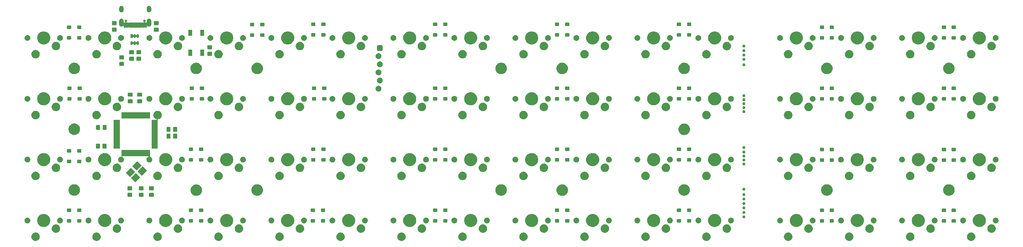
<source format=gbr>
G04 #@! TF.GenerationSoftware,KiCad,Pcbnew,(5.1.2-1)-1*
G04 #@! TF.CreationDate,2020-05-23T14:35:05-05:00*
G04 #@! TF.ProjectId,therick48.16,74686572-6963-46b3-9438-2e31362e6b69,rev?*
G04 #@! TF.SameCoordinates,Original*
G04 #@! TF.FileFunction,Soldermask,Bot*
G04 #@! TF.FilePolarity,Negative*
%FSLAX46Y46*%
G04 Gerber Fmt 4.6, Leading zero omitted, Abs format (unit mm)*
G04 Created by KiCad (PCBNEW (5.1.2-1)-1) date 2020-05-23 14:35:05*
%MOMM*%
%LPD*%
G04 APERTURE LIST*
%ADD10C,0.100000*%
G04 APERTURE END LIST*
D10*
G36*
X205197169Y-105244383D02*
G01*
X205324776Y-105269765D01*
X205465602Y-105328097D01*
X205565181Y-105369344D01*
X205565182Y-105369345D01*
X205781543Y-105513912D01*
X205965542Y-105697911D01*
X206062139Y-105842479D01*
X206110110Y-105914273D01*
X206151357Y-106013852D01*
X206209689Y-106154678D01*
X206209689Y-106154680D01*
X206260401Y-106409624D01*
X206260454Y-106409893D01*
X206260454Y-106670107D01*
X206209689Y-106925322D01*
X206151357Y-107066148D01*
X206110110Y-107165727D01*
X206110109Y-107165728D01*
X205965542Y-107382089D01*
X205781543Y-107566088D01*
X205636975Y-107662685D01*
X205565181Y-107710656D01*
X205465602Y-107751903D01*
X205324776Y-107810235D01*
X205197168Y-107835618D01*
X205069563Y-107861000D01*
X204809345Y-107861000D01*
X204681740Y-107835618D01*
X204554132Y-107810235D01*
X204413306Y-107751903D01*
X204313727Y-107710656D01*
X204241933Y-107662685D01*
X204097365Y-107566088D01*
X203913366Y-107382089D01*
X203768799Y-107165728D01*
X203768798Y-107165727D01*
X203727551Y-107066148D01*
X203669219Y-106925322D01*
X203618454Y-106670107D01*
X203618454Y-106409893D01*
X203618508Y-106409624D01*
X203669219Y-106154680D01*
X203669219Y-106154678D01*
X203727551Y-106013852D01*
X203768798Y-105914273D01*
X203816769Y-105842479D01*
X203913366Y-105697911D01*
X204097365Y-105513912D01*
X204313726Y-105369345D01*
X204313727Y-105369344D01*
X204413306Y-105328097D01*
X204554132Y-105269765D01*
X204681740Y-105244382D01*
X204809345Y-105219000D01*
X205069563Y-105219000D01*
X205197169Y-105244383D01*
X205197169Y-105244383D01*
G37*
G36*
X186197715Y-105244383D02*
G01*
X186325322Y-105269765D01*
X186466148Y-105328097D01*
X186565727Y-105369344D01*
X186565728Y-105369345D01*
X186782089Y-105513912D01*
X186966088Y-105697911D01*
X187062685Y-105842479D01*
X187110656Y-105914273D01*
X187151903Y-106013852D01*
X187210235Y-106154678D01*
X187210235Y-106154680D01*
X187260947Y-106409624D01*
X187261000Y-106409893D01*
X187261000Y-106670107D01*
X187210235Y-106925322D01*
X187151903Y-107066148D01*
X187110656Y-107165727D01*
X187110655Y-107165728D01*
X186966088Y-107382089D01*
X186782089Y-107566088D01*
X186637521Y-107662685D01*
X186565727Y-107710656D01*
X186466148Y-107751903D01*
X186325322Y-107810235D01*
X186197714Y-107835618D01*
X186070109Y-107861000D01*
X185809891Y-107861000D01*
X185682286Y-107835618D01*
X185554678Y-107810235D01*
X185413852Y-107751903D01*
X185314273Y-107710656D01*
X185242479Y-107662685D01*
X185097911Y-107566088D01*
X184913912Y-107382089D01*
X184769345Y-107165728D01*
X184769344Y-107165727D01*
X184728097Y-107066148D01*
X184669765Y-106925322D01*
X184619000Y-106670107D01*
X184619000Y-106409893D01*
X184619054Y-106409624D01*
X184669765Y-106154680D01*
X184669765Y-106154678D01*
X184728097Y-106013852D01*
X184769344Y-105914273D01*
X184817315Y-105842479D01*
X184913912Y-105697911D01*
X185097911Y-105513912D01*
X185314272Y-105369345D01*
X185314273Y-105369344D01*
X185413852Y-105328097D01*
X185554678Y-105269765D01*
X185682286Y-105244382D01*
X185809891Y-105219000D01*
X186070109Y-105219000D01*
X186197715Y-105244383D01*
X186197715Y-105244383D01*
G37*
G36*
X167197715Y-105244383D02*
G01*
X167325322Y-105269765D01*
X167466148Y-105328097D01*
X167565727Y-105369344D01*
X167565728Y-105369345D01*
X167782089Y-105513912D01*
X167966088Y-105697911D01*
X168062685Y-105842479D01*
X168110656Y-105914273D01*
X168151903Y-106013852D01*
X168210235Y-106154678D01*
X168210235Y-106154680D01*
X168260947Y-106409624D01*
X168261000Y-106409893D01*
X168261000Y-106670107D01*
X168210235Y-106925322D01*
X168151903Y-107066148D01*
X168110656Y-107165727D01*
X168110655Y-107165728D01*
X167966088Y-107382089D01*
X167782089Y-107566088D01*
X167637521Y-107662685D01*
X167565727Y-107710656D01*
X167466148Y-107751903D01*
X167325322Y-107810235D01*
X167197714Y-107835618D01*
X167070109Y-107861000D01*
X166809891Y-107861000D01*
X166682286Y-107835618D01*
X166554678Y-107810235D01*
X166413852Y-107751903D01*
X166314273Y-107710656D01*
X166242479Y-107662685D01*
X166097911Y-107566088D01*
X165913912Y-107382089D01*
X165769345Y-107165728D01*
X165769344Y-107165727D01*
X165728097Y-107066148D01*
X165669765Y-106925322D01*
X165619000Y-106670107D01*
X165619000Y-106409893D01*
X165619054Y-106409624D01*
X165669765Y-106154680D01*
X165669765Y-106154678D01*
X165728097Y-106013852D01*
X165769344Y-105914273D01*
X165817315Y-105842479D01*
X165913912Y-105697911D01*
X166097911Y-105513912D01*
X166314272Y-105369345D01*
X166314273Y-105369344D01*
X166413852Y-105328097D01*
X166554678Y-105269765D01*
X166682286Y-105244382D01*
X166809891Y-105219000D01*
X167070109Y-105219000D01*
X167197715Y-105244383D01*
X167197715Y-105244383D01*
G37*
G36*
X129197715Y-105244383D02*
G01*
X129325322Y-105269765D01*
X129466148Y-105328097D01*
X129565727Y-105369344D01*
X129565728Y-105369345D01*
X129782089Y-105513912D01*
X129966088Y-105697911D01*
X130062685Y-105842479D01*
X130110656Y-105914273D01*
X130151903Y-106013852D01*
X130210235Y-106154678D01*
X130210235Y-106154680D01*
X130260947Y-106409624D01*
X130261000Y-106409893D01*
X130261000Y-106670107D01*
X130210235Y-106925322D01*
X130151903Y-107066148D01*
X130110656Y-107165727D01*
X130110655Y-107165728D01*
X129966088Y-107382089D01*
X129782089Y-107566088D01*
X129637521Y-107662685D01*
X129565727Y-107710656D01*
X129466148Y-107751903D01*
X129325322Y-107810235D01*
X129197714Y-107835618D01*
X129070109Y-107861000D01*
X128809891Y-107861000D01*
X128682286Y-107835618D01*
X128554678Y-107810235D01*
X128413852Y-107751903D01*
X128314273Y-107710656D01*
X128242479Y-107662685D01*
X128097911Y-107566088D01*
X127913912Y-107382089D01*
X127769345Y-107165728D01*
X127769344Y-107165727D01*
X127728097Y-107066148D01*
X127669765Y-106925322D01*
X127619000Y-106670107D01*
X127619000Y-106409893D01*
X127619054Y-106409624D01*
X127669765Y-106154680D01*
X127669765Y-106154678D01*
X127728097Y-106013852D01*
X127769344Y-105914273D01*
X127817315Y-105842479D01*
X127913912Y-105697911D01*
X128097911Y-105513912D01*
X128314272Y-105369345D01*
X128314273Y-105369344D01*
X128413852Y-105328097D01*
X128554678Y-105269765D01*
X128682286Y-105244382D01*
X128809891Y-105219000D01*
X129070109Y-105219000D01*
X129197715Y-105244383D01*
X129197715Y-105244383D01*
G37*
G36*
X110197715Y-105244383D02*
G01*
X110325322Y-105269765D01*
X110466148Y-105328097D01*
X110565727Y-105369344D01*
X110565728Y-105369345D01*
X110782089Y-105513912D01*
X110966088Y-105697911D01*
X111062685Y-105842479D01*
X111110656Y-105914273D01*
X111151903Y-106013852D01*
X111210235Y-106154678D01*
X111210235Y-106154680D01*
X111260947Y-106409624D01*
X111261000Y-106409893D01*
X111261000Y-106670107D01*
X111210235Y-106925322D01*
X111151903Y-107066148D01*
X111110656Y-107165727D01*
X111110655Y-107165728D01*
X110966088Y-107382089D01*
X110782089Y-107566088D01*
X110637521Y-107662685D01*
X110565727Y-107710656D01*
X110466148Y-107751903D01*
X110325322Y-107810235D01*
X110197714Y-107835618D01*
X110070109Y-107861000D01*
X109809891Y-107861000D01*
X109682286Y-107835618D01*
X109554678Y-107810235D01*
X109413852Y-107751903D01*
X109314273Y-107710656D01*
X109242479Y-107662685D01*
X109097911Y-107566088D01*
X108913912Y-107382089D01*
X108769345Y-107165728D01*
X108769344Y-107165727D01*
X108728097Y-107066148D01*
X108669765Y-106925322D01*
X108619000Y-106670107D01*
X108619000Y-106409893D01*
X108619054Y-106409624D01*
X108669765Y-106154680D01*
X108669765Y-106154678D01*
X108728097Y-106013852D01*
X108769344Y-105914273D01*
X108817315Y-105842479D01*
X108913912Y-105697911D01*
X109097911Y-105513912D01*
X109314272Y-105369345D01*
X109314273Y-105369344D01*
X109413852Y-105328097D01*
X109554678Y-105269765D01*
X109682286Y-105244382D01*
X109809891Y-105219000D01*
X110070109Y-105219000D01*
X110197715Y-105244383D01*
X110197715Y-105244383D01*
G37*
G36*
X91197715Y-105244383D02*
G01*
X91325322Y-105269765D01*
X91466148Y-105328097D01*
X91565727Y-105369344D01*
X91565728Y-105369345D01*
X91782089Y-105513912D01*
X91966088Y-105697911D01*
X92062685Y-105842479D01*
X92110656Y-105914273D01*
X92151903Y-106013852D01*
X92210235Y-106154678D01*
X92210235Y-106154680D01*
X92260947Y-106409624D01*
X92261000Y-106409893D01*
X92261000Y-106670107D01*
X92210235Y-106925322D01*
X92151903Y-107066148D01*
X92110656Y-107165727D01*
X92110655Y-107165728D01*
X91966088Y-107382089D01*
X91782089Y-107566088D01*
X91637521Y-107662685D01*
X91565727Y-107710656D01*
X91466148Y-107751903D01*
X91325322Y-107810235D01*
X91197714Y-107835618D01*
X91070109Y-107861000D01*
X90809891Y-107861000D01*
X90682286Y-107835618D01*
X90554678Y-107810235D01*
X90413852Y-107751903D01*
X90314273Y-107710656D01*
X90242479Y-107662685D01*
X90097911Y-107566088D01*
X89913912Y-107382089D01*
X89769345Y-107165728D01*
X89769344Y-107165727D01*
X89728097Y-107066148D01*
X89669765Y-106925322D01*
X89619000Y-106670107D01*
X89619000Y-106409893D01*
X89619054Y-106409624D01*
X89669765Y-106154680D01*
X89669765Y-106154678D01*
X89728097Y-106013852D01*
X89769344Y-105914273D01*
X89817315Y-105842479D01*
X89913912Y-105697911D01*
X90097911Y-105513912D01*
X90314272Y-105369345D01*
X90314273Y-105369344D01*
X90413852Y-105328097D01*
X90554678Y-105269765D01*
X90682286Y-105244382D01*
X90809891Y-105219000D01*
X91070109Y-105219000D01*
X91197715Y-105244383D01*
X91197715Y-105244383D01*
G37*
G36*
X72197715Y-105244383D02*
G01*
X72325322Y-105269765D01*
X72466148Y-105328097D01*
X72565727Y-105369344D01*
X72565728Y-105369345D01*
X72782089Y-105513912D01*
X72966088Y-105697911D01*
X73062685Y-105842479D01*
X73110656Y-105914273D01*
X73151903Y-106013852D01*
X73210235Y-106154678D01*
X73210235Y-106154680D01*
X73260947Y-106409624D01*
X73261000Y-106409893D01*
X73261000Y-106670107D01*
X73210235Y-106925322D01*
X73151903Y-107066148D01*
X73110656Y-107165727D01*
X73110655Y-107165728D01*
X72966088Y-107382089D01*
X72782089Y-107566088D01*
X72637521Y-107662685D01*
X72565727Y-107710656D01*
X72466148Y-107751903D01*
X72325322Y-107810235D01*
X72197714Y-107835618D01*
X72070109Y-107861000D01*
X71809891Y-107861000D01*
X71682286Y-107835618D01*
X71554678Y-107810235D01*
X71413852Y-107751903D01*
X71314273Y-107710656D01*
X71242479Y-107662685D01*
X71097911Y-107566088D01*
X70913912Y-107382089D01*
X70769345Y-107165728D01*
X70769344Y-107165727D01*
X70728097Y-107066148D01*
X70669765Y-106925322D01*
X70619000Y-106670107D01*
X70619000Y-106409893D01*
X70619054Y-106409624D01*
X70669765Y-106154680D01*
X70669765Y-106154678D01*
X70728097Y-106013852D01*
X70769344Y-105914273D01*
X70817315Y-105842479D01*
X70913912Y-105697911D01*
X71097911Y-105513912D01*
X71314272Y-105369345D01*
X71314273Y-105369344D01*
X71413852Y-105328097D01*
X71554678Y-105269765D01*
X71682286Y-105244382D01*
X71809891Y-105219000D01*
X72070109Y-105219000D01*
X72197715Y-105244383D01*
X72197715Y-105244383D01*
G37*
G36*
X53197715Y-105244383D02*
G01*
X53325322Y-105269765D01*
X53466148Y-105328097D01*
X53565727Y-105369344D01*
X53565728Y-105369345D01*
X53782089Y-105513912D01*
X53966088Y-105697911D01*
X54062685Y-105842479D01*
X54110656Y-105914273D01*
X54151903Y-106013852D01*
X54210235Y-106154678D01*
X54210235Y-106154680D01*
X54260947Y-106409624D01*
X54261000Y-106409893D01*
X54261000Y-106670107D01*
X54210235Y-106925322D01*
X54151903Y-107066148D01*
X54110656Y-107165727D01*
X54110655Y-107165728D01*
X53966088Y-107382089D01*
X53782089Y-107566088D01*
X53637521Y-107662685D01*
X53565727Y-107710656D01*
X53466148Y-107751903D01*
X53325322Y-107810235D01*
X53197714Y-107835618D01*
X53070109Y-107861000D01*
X52809891Y-107861000D01*
X52682286Y-107835618D01*
X52554678Y-107810235D01*
X52413852Y-107751903D01*
X52314273Y-107710656D01*
X52242479Y-107662685D01*
X52097911Y-107566088D01*
X51913912Y-107382089D01*
X51769345Y-107165728D01*
X51769344Y-107165727D01*
X51728097Y-107066148D01*
X51669765Y-106925322D01*
X51619000Y-106670107D01*
X51619000Y-106409893D01*
X51619054Y-106409624D01*
X51669765Y-106154680D01*
X51669765Y-106154678D01*
X51728097Y-106013852D01*
X51769344Y-105914273D01*
X51817315Y-105842479D01*
X51913912Y-105697911D01*
X52097911Y-105513912D01*
X52314272Y-105369345D01*
X52314273Y-105369344D01*
X52413852Y-105328097D01*
X52554678Y-105269765D01*
X52682286Y-105244382D01*
X52809891Y-105219000D01*
X53070109Y-105219000D01*
X53197715Y-105244383D01*
X53197715Y-105244383D01*
G37*
G36*
X287656943Y-105244116D02*
G01*
X287784550Y-105269498D01*
X287908886Y-105321000D01*
X288024955Y-105369077D01*
X288025356Y-105369345D01*
X288241317Y-105513645D01*
X288425316Y-105697644D01*
X288521913Y-105842212D01*
X288569884Y-105914006D01*
X288611131Y-106013585D01*
X288669463Y-106154411D01*
X288694845Y-106282018D01*
X288720228Y-106409624D01*
X288720228Y-106669842D01*
X288694846Y-106797447D01*
X288669463Y-106925055D01*
X288669352Y-106925322D01*
X288569884Y-107165460D01*
X288569705Y-107165728D01*
X288425316Y-107381822D01*
X288241317Y-107565821D01*
X288096749Y-107662418D01*
X288024955Y-107710389D01*
X287925376Y-107751636D01*
X287784550Y-107809968D01*
X287656942Y-107835351D01*
X287529337Y-107860733D01*
X287269119Y-107860733D01*
X287141514Y-107835351D01*
X287013906Y-107809968D01*
X286873080Y-107751636D01*
X286773501Y-107710389D01*
X286701707Y-107662418D01*
X286557139Y-107565821D01*
X286373140Y-107381822D01*
X286228751Y-107165728D01*
X286228572Y-107165460D01*
X286129104Y-106925322D01*
X286128993Y-106925055D01*
X286103610Y-106797447D01*
X286078228Y-106669842D01*
X286078228Y-106409624D01*
X286103610Y-106282019D01*
X286128993Y-106154411D01*
X286187325Y-106013585D01*
X286228572Y-105914006D01*
X286276543Y-105842212D01*
X286373140Y-105697644D01*
X286557139Y-105513645D01*
X286773100Y-105369345D01*
X286773501Y-105369077D01*
X286889570Y-105321000D01*
X287013906Y-105269498D01*
X287141513Y-105244116D01*
X287269119Y-105218733D01*
X287529337Y-105218733D01*
X287656943Y-105244116D01*
X287656943Y-105244116D01*
G37*
G36*
X243197069Y-105244116D02*
G01*
X243324676Y-105269498D01*
X243449012Y-105321000D01*
X243565081Y-105369077D01*
X243565482Y-105369345D01*
X243781443Y-105513645D01*
X243965442Y-105697644D01*
X244062039Y-105842212D01*
X244110010Y-105914006D01*
X244151257Y-106013585D01*
X244209589Y-106154411D01*
X244234971Y-106282018D01*
X244260354Y-106409624D01*
X244260354Y-106669842D01*
X244234972Y-106797447D01*
X244209589Y-106925055D01*
X244209478Y-106925322D01*
X244110010Y-107165460D01*
X244109831Y-107165728D01*
X243965442Y-107381822D01*
X243781443Y-107565821D01*
X243636875Y-107662418D01*
X243565081Y-107710389D01*
X243465502Y-107751636D01*
X243324676Y-107809968D01*
X243197068Y-107835351D01*
X243069463Y-107860733D01*
X242809245Y-107860733D01*
X242681640Y-107835351D01*
X242554032Y-107809968D01*
X242413206Y-107751636D01*
X242313627Y-107710389D01*
X242241833Y-107662418D01*
X242097265Y-107565821D01*
X241913266Y-107381822D01*
X241768877Y-107165728D01*
X241768698Y-107165460D01*
X241669230Y-106925322D01*
X241669119Y-106925055D01*
X241643736Y-106797447D01*
X241618354Y-106669842D01*
X241618354Y-106409624D01*
X241643737Y-106282018D01*
X241669119Y-106154411D01*
X241727451Y-106013585D01*
X241768698Y-105914006D01*
X241816669Y-105842212D01*
X241913266Y-105697644D01*
X242097265Y-105513645D01*
X242313226Y-105369345D01*
X242313627Y-105369077D01*
X242429696Y-105321000D01*
X242554032Y-105269498D01*
X242681639Y-105244116D01*
X242809245Y-105218733D01*
X243069463Y-105218733D01*
X243197069Y-105244116D01*
X243197069Y-105244116D01*
G37*
G36*
X224197715Y-105244116D02*
G01*
X224325322Y-105269498D01*
X224449658Y-105321000D01*
X224565727Y-105369077D01*
X224566128Y-105369345D01*
X224782089Y-105513645D01*
X224966088Y-105697644D01*
X225062685Y-105842212D01*
X225110656Y-105914006D01*
X225151903Y-106013585D01*
X225210235Y-106154411D01*
X225235617Y-106282018D01*
X225261000Y-106409624D01*
X225261000Y-106669842D01*
X225235618Y-106797447D01*
X225210235Y-106925055D01*
X225210124Y-106925322D01*
X225110656Y-107165460D01*
X225110477Y-107165728D01*
X224966088Y-107381822D01*
X224782089Y-107565821D01*
X224637521Y-107662418D01*
X224565727Y-107710389D01*
X224466148Y-107751636D01*
X224325322Y-107809968D01*
X224197714Y-107835351D01*
X224070109Y-107860733D01*
X223809891Y-107860733D01*
X223682286Y-107835351D01*
X223554678Y-107809968D01*
X223413852Y-107751636D01*
X223314273Y-107710389D01*
X223242479Y-107662418D01*
X223097911Y-107565821D01*
X222913912Y-107381822D01*
X222769523Y-107165728D01*
X222769344Y-107165460D01*
X222669876Y-106925322D01*
X222669765Y-106925055D01*
X222644382Y-106797447D01*
X222619000Y-106669842D01*
X222619000Y-106409624D01*
X222644383Y-106282018D01*
X222669765Y-106154411D01*
X222728097Y-106013585D01*
X222769344Y-105914006D01*
X222817315Y-105842212D01*
X222913912Y-105697644D01*
X223097911Y-105513645D01*
X223313872Y-105369345D01*
X223314273Y-105369077D01*
X223430342Y-105321000D01*
X223554678Y-105269498D01*
X223682285Y-105244116D01*
X223809891Y-105218733D01*
X224070109Y-105218733D01*
X224197715Y-105244116D01*
X224197715Y-105244116D01*
G37*
G36*
X344656793Y-105244116D02*
G01*
X344784400Y-105269498D01*
X344908736Y-105321000D01*
X345024805Y-105369077D01*
X345025206Y-105369345D01*
X345241167Y-105513645D01*
X345425166Y-105697644D01*
X345521763Y-105842212D01*
X345569734Y-105914006D01*
X345610981Y-106013585D01*
X345669313Y-106154411D01*
X345694696Y-106282019D01*
X345720078Y-106409624D01*
X345720078Y-106669842D01*
X345694696Y-106797447D01*
X345669313Y-106925055D01*
X345669202Y-106925322D01*
X345569734Y-107165460D01*
X345569555Y-107165728D01*
X345425166Y-107381822D01*
X345241167Y-107565821D01*
X345096599Y-107662418D01*
X345024805Y-107710389D01*
X344925226Y-107751636D01*
X344784400Y-107809968D01*
X344656792Y-107835351D01*
X344529187Y-107860733D01*
X344268969Y-107860733D01*
X344141364Y-107835351D01*
X344013756Y-107809968D01*
X343872930Y-107751636D01*
X343773351Y-107710389D01*
X343701557Y-107662418D01*
X343556989Y-107565821D01*
X343372990Y-107381822D01*
X343228601Y-107165728D01*
X343228422Y-107165460D01*
X343128954Y-106925322D01*
X343128843Y-106925055D01*
X343103460Y-106797447D01*
X343078078Y-106669842D01*
X343078078Y-106409624D01*
X343103460Y-106282019D01*
X343128843Y-106154411D01*
X343187175Y-106013585D01*
X343228422Y-105914006D01*
X343276393Y-105842212D01*
X343372990Y-105697644D01*
X343556989Y-105513645D01*
X343772950Y-105369345D01*
X343773351Y-105369077D01*
X343889420Y-105321000D01*
X344013756Y-105269498D01*
X344141363Y-105244116D01*
X344268969Y-105218733D01*
X344529187Y-105218733D01*
X344656793Y-105244116D01*
X344656793Y-105244116D01*
G37*
G36*
X325656843Y-105244116D02*
G01*
X325784450Y-105269498D01*
X325908786Y-105321000D01*
X326024855Y-105369077D01*
X326025256Y-105369345D01*
X326241217Y-105513645D01*
X326425216Y-105697644D01*
X326521813Y-105842212D01*
X326569784Y-105914006D01*
X326611031Y-106013585D01*
X326669363Y-106154411D01*
X326694746Y-106282019D01*
X326720128Y-106409624D01*
X326720128Y-106669842D01*
X326694746Y-106797447D01*
X326669363Y-106925055D01*
X326669252Y-106925322D01*
X326569784Y-107165460D01*
X326569605Y-107165728D01*
X326425216Y-107381822D01*
X326241217Y-107565821D01*
X326096649Y-107662418D01*
X326024855Y-107710389D01*
X325925276Y-107751636D01*
X325784450Y-107809968D01*
X325656842Y-107835351D01*
X325529237Y-107860733D01*
X325269019Y-107860733D01*
X325141414Y-107835351D01*
X325013806Y-107809968D01*
X324872980Y-107751636D01*
X324773401Y-107710389D01*
X324701607Y-107662418D01*
X324557039Y-107565821D01*
X324373040Y-107381822D01*
X324228651Y-107165728D01*
X324228472Y-107165460D01*
X324129004Y-106925322D01*
X324128893Y-106925055D01*
X324103510Y-106797447D01*
X324078128Y-106669842D01*
X324078128Y-106409624D01*
X324103510Y-106282019D01*
X324128893Y-106154411D01*
X324187225Y-106013585D01*
X324228472Y-105914006D01*
X324276443Y-105842212D01*
X324373040Y-105697644D01*
X324557039Y-105513645D01*
X324773000Y-105369345D01*
X324773401Y-105369077D01*
X324889470Y-105321000D01*
X325013806Y-105269498D01*
X325141413Y-105244116D01*
X325269019Y-105218733D01*
X325529237Y-105218733D01*
X325656843Y-105244116D01*
X325656843Y-105244116D01*
G37*
G36*
X306656893Y-105244116D02*
G01*
X306784500Y-105269498D01*
X306908836Y-105321000D01*
X307024905Y-105369077D01*
X307025306Y-105369345D01*
X307241267Y-105513645D01*
X307425266Y-105697644D01*
X307521863Y-105842212D01*
X307569834Y-105914006D01*
X307611081Y-106013585D01*
X307669413Y-106154411D01*
X307694796Y-106282019D01*
X307720178Y-106409624D01*
X307720178Y-106669842D01*
X307694796Y-106797447D01*
X307669413Y-106925055D01*
X307669302Y-106925322D01*
X307569834Y-107165460D01*
X307569655Y-107165728D01*
X307425266Y-107381822D01*
X307241267Y-107565821D01*
X307096699Y-107662418D01*
X307024905Y-107710389D01*
X306925326Y-107751636D01*
X306784500Y-107809968D01*
X306656892Y-107835351D01*
X306529287Y-107860733D01*
X306269069Y-107860733D01*
X306141464Y-107835351D01*
X306013856Y-107809968D01*
X305873030Y-107751636D01*
X305773451Y-107710389D01*
X305701657Y-107662418D01*
X305557089Y-107565821D01*
X305373090Y-107381822D01*
X305228701Y-107165728D01*
X305228522Y-107165460D01*
X305129054Y-106925322D01*
X305128943Y-106925055D01*
X305103560Y-106797447D01*
X305078178Y-106669842D01*
X305078178Y-106409624D01*
X305103560Y-106282019D01*
X305128943Y-106154411D01*
X305187275Y-106013585D01*
X305228522Y-105914006D01*
X305276493Y-105842212D01*
X305373090Y-105697644D01*
X305557089Y-105513645D01*
X305773050Y-105369345D01*
X305773451Y-105369077D01*
X305889520Y-105321000D01*
X306013856Y-105269498D01*
X306141463Y-105244116D01*
X306269069Y-105218733D01*
X306529287Y-105218733D01*
X306656893Y-105244116D01*
X306656893Y-105244116D01*
G37*
G36*
X148197715Y-105244116D02*
G01*
X148325322Y-105269498D01*
X148449658Y-105321000D01*
X148565727Y-105369077D01*
X148566128Y-105369345D01*
X148782089Y-105513645D01*
X148966088Y-105697644D01*
X149062685Y-105842212D01*
X149110656Y-105914006D01*
X149151903Y-106013585D01*
X149210235Y-106154411D01*
X149235618Y-106282019D01*
X149261000Y-106409624D01*
X149261000Y-106669842D01*
X149235618Y-106797447D01*
X149210235Y-106925055D01*
X149210124Y-106925322D01*
X149110656Y-107165460D01*
X149110477Y-107165728D01*
X148966088Y-107381822D01*
X148782089Y-107565821D01*
X148637521Y-107662418D01*
X148565727Y-107710389D01*
X148466148Y-107751636D01*
X148325322Y-107809968D01*
X148197714Y-107835351D01*
X148070109Y-107860733D01*
X147809891Y-107860733D01*
X147682286Y-107835351D01*
X147554678Y-107809968D01*
X147413852Y-107751636D01*
X147314273Y-107710389D01*
X147242479Y-107662418D01*
X147097911Y-107565821D01*
X146913912Y-107381822D01*
X146769523Y-107165728D01*
X146769344Y-107165460D01*
X146669876Y-106925322D01*
X146669765Y-106925055D01*
X146644383Y-106797448D01*
X146619000Y-106669842D01*
X146619000Y-106409624D01*
X146644383Y-106282018D01*
X146669765Y-106154411D01*
X146728097Y-106013585D01*
X146769344Y-105914006D01*
X146817315Y-105842212D01*
X146913912Y-105697644D01*
X147097911Y-105513645D01*
X147313872Y-105369345D01*
X147314273Y-105369077D01*
X147430342Y-105321000D01*
X147554678Y-105269498D01*
X147682285Y-105244116D01*
X147809891Y-105218733D01*
X148070109Y-105218733D01*
X148197715Y-105244116D01*
X148197715Y-105244116D01*
G37*
G36*
X262197019Y-105244116D02*
G01*
X262324626Y-105269498D01*
X262448962Y-105321000D01*
X262565031Y-105369077D01*
X262565432Y-105369345D01*
X262781393Y-105513645D01*
X262965392Y-105697644D01*
X263061989Y-105842212D01*
X263109960Y-105914006D01*
X263151207Y-106013585D01*
X263209539Y-106154411D01*
X263234921Y-106282018D01*
X263260304Y-106409624D01*
X263260304Y-106669842D01*
X263234922Y-106797447D01*
X263209539Y-106925055D01*
X263209428Y-106925322D01*
X263109960Y-107165460D01*
X263109781Y-107165728D01*
X262965392Y-107381822D01*
X262781393Y-107565821D01*
X262636825Y-107662418D01*
X262565031Y-107710389D01*
X262465452Y-107751636D01*
X262324626Y-107809968D01*
X262197018Y-107835351D01*
X262069413Y-107860733D01*
X261809195Y-107860733D01*
X261681590Y-107835351D01*
X261553982Y-107809968D01*
X261413156Y-107751636D01*
X261313577Y-107710389D01*
X261241783Y-107662418D01*
X261097215Y-107565821D01*
X260913216Y-107381822D01*
X260768827Y-107165728D01*
X260768648Y-107165460D01*
X260669180Y-106925322D01*
X260669069Y-106925055D01*
X260643686Y-106797447D01*
X260618304Y-106669842D01*
X260618304Y-106409624D01*
X260643686Y-106282019D01*
X260669069Y-106154411D01*
X260727401Y-106013585D01*
X260768648Y-105914006D01*
X260816619Y-105842212D01*
X260913216Y-105697644D01*
X261097215Y-105513645D01*
X261313176Y-105369345D01*
X261313577Y-105369077D01*
X261429646Y-105321000D01*
X261553982Y-105269498D01*
X261681589Y-105244116D01*
X261809195Y-105218733D01*
X262069413Y-105218733D01*
X262197019Y-105244116D01*
X262197019Y-105244116D01*
G37*
G36*
X78547714Y-102704382D02*
G01*
X78675322Y-102729765D01*
X78816148Y-102788097D01*
X78915727Y-102829344D01*
X78915728Y-102829345D01*
X79132089Y-102973912D01*
X79316088Y-103157911D01*
X79392431Y-103272167D01*
X79460656Y-103374273D01*
X79501903Y-103473852D01*
X79560235Y-103614678D01*
X79560235Y-103614680D01*
X79610947Y-103869624D01*
X79611000Y-103869893D01*
X79611000Y-104130107D01*
X79560235Y-104385322D01*
X79501903Y-104526148D01*
X79460656Y-104625727D01*
X79460655Y-104625728D01*
X79316088Y-104842089D01*
X79132089Y-105026088D01*
X78987521Y-105122685D01*
X78915727Y-105170656D01*
X78816148Y-105211903D01*
X78675322Y-105270235D01*
X78547714Y-105295618D01*
X78420109Y-105321000D01*
X78159891Y-105321000D01*
X78032286Y-105295618D01*
X77904678Y-105270235D01*
X77763852Y-105211903D01*
X77664273Y-105170656D01*
X77592479Y-105122685D01*
X77447911Y-105026088D01*
X77263912Y-104842089D01*
X77119345Y-104625728D01*
X77119344Y-104625727D01*
X77078097Y-104526148D01*
X77019765Y-104385322D01*
X76969000Y-104130107D01*
X76969000Y-103869893D01*
X76969054Y-103869624D01*
X77019765Y-103614680D01*
X77019765Y-103614678D01*
X77078097Y-103473852D01*
X77119344Y-103374273D01*
X77187569Y-103272167D01*
X77263912Y-103157911D01*
X77447911Y-102973912D01*
X77664272Y-102829345D01*
X77664273Y-102829344D01*
X77763852Y-102788097D01*
X77904678Y-102729765D01*
X78032285Y-102704383D01*
X78159891Y-102679000D01*
X78420109Y-102679000D01*
X78547714Y-102704382D01*
X78547714Y-102704382D01*
G37*
G36*
X97547714Y-102704382D02*
G01*
X97675322Y-102729765D01*
X97816148Y-102788097D01*
X97915727Y-102829344D01*
X97915728Y-102829345D01*
X98132089Y-102973912D01*
X98316088Y-103157911D01*
X98392431Y-103272167D01*
X98460656Y-103374273D01*
X98501903Y-103473852D01*
X98560235Y-103614678D01*
X98560235Y-103614680D01*
X98610947Y-103869624D01*
X98611000Y-103869893D01*
X98611000Y-104130107D01*
X98560235Y-104385322D01*
X98501903Y-104526148D01*
X98460656Y-104625727D01*
X98460655Y-104625728D01*
X98316088Y-104842089D01*
X98132089Y-105026088D01*
X97987521Y-105122685D01*
X97915727Y-105170656D01*
X97816148Y-105211903D01*
X97675322Y-105270235D01*
X97547714Y-105295618D01*
X97420109Y-105321000D01*
X97159891Y-105321000D01*
X97032286Y-105295618D01*
X96904678Y-105270235D01*
X96763852Y-105211903D01*
X96664273Y-105170656D01*
X96592479Y-105122685D01*
X96447911Y-105026088D01*
X96263912Y-104842089D01*
X96119345Y-104625728D01*
X96119344Y-104625727D01*
X96078097Y-104526148D01*
X96019765Y-104385322D01*
X95969000Y-104130107D01*
X95969000Y-103869893D01*
X95969054Y-103869624D01*
X96019765Y-103614680D01*
X96019765Y-103614678D01*
X96078097Y-103473852D01*
X96119344Y-103374273D01*
X96187569Y-103272167D01*
X96263912Y-103157911D01*
X96447911Y-102973912D01*
X96664272Y-102829345D01*
X96664273Y-102829344D01*
X96763852Y-102788097D01*
X96904678Y-102729765D01*
X97032285Y-102704383D01*
X97159891Y-102679000D01*
X97420109Y-102679000D01*
X97547714Y-102704382D01*
X97547714Y-102704382D01*
G37*
G36*
X59547714Y-102704382D02*
G01*
X59675322Y-102729765D01*
X59816148Y-102788097D01*
X59915727Y-102829344D01*
X59915728Y-102829345D01*
X60132089Y-102973912D01*
X60316088Y-103157911D01*
X60392431Y-103272167D01*
X60460656Y-103374273D01*
X60501903Y-103473852D01*
X60560235Y-103614678D01*
X60560235Y-103614680D01*
X60610947Y-103869624D01*
X60611000Y-103869893D01*
X60611000Y-104130107D01*
X60560235Y-104385322D01*
X60501903Y-104526148D01*
X60460656Y-104625727D01*
X60460655Y-104625728D01*
X60316088Y-104842089D01*
X60132089Y-105026088D01*
X59987521Y-105122685D01*
X59915727Y-105170656D01*
X59816148Y-105211903D01*
X59675322Y-105270235D01*
X59547714Y-105295618D01*
X59420109Y-105321000D01*
X59159891Y-105321000D01*
X59032286Y-105295618D01*
X58904678Y-105270235D01*
X58763852Y-105211903D01*
X58664273Y-105170656D01*
X58592479Y-105122685D01*
X58447911Y-105026088D01*
X58263912Y-104842089D01*
X58119345Y-104625728D01*
X58119344Y-104625727D01*
X58078097Y-104526148D01*
X58019765Y-104385322D01*
X57969000Y-104130107D01*
X57969000Y-103869893D01*
X57969054Y-103869624D01*
X58019765Y-103614680D01*
X58019765Y-103614678D01*
X58078097Y-103473852D01*
X58119344Y-103374273D01*
X58187569Y-103272167D01*
X58263912Y-103157911D01*
X58447911Y-102973912D01*
X58664272Y-102829345D01*
X58664273Y-102829344D01*
X58763852Y-102788097D01*
X58904678Y-102729765D01*
X59032285Y-102704383D01*
X59159891Y-102679000D01*
X59420109Y-102679000D01*
X59547714Y-102704382D01*
X59547714Y-102704382D01*
G37*
G36*
X116547714Y-102704382D02*
G01*
X116675322Y-102729765D01*
X116816148Y-102788097D01*
X116915727Y-102829344D01*
X116915728Y-102829345D01*
X117132089Y-102973912D01*
X117316088Y-103157911D01*
X117392431Y-103272167D01*
X117460656Y-103374273D01*
X117501903Y-103473852D01*
X117560235Y-103614678D01*
X117560235Y-103614680D01*
X117610947Y-103869624D01*
X117611000Y-103869893D01*
X117611000Y-104130107D01*
X117560235Y-104385322D01*
X117501903Y-104526148D01*
X117460656Y-104625727D01*
X117460655Y-104625728D01*
X117316088Y-104842089D01*
X117132089Y-105026088D01*
X116987521Y-105122685D01*
X116915727Y-105170656D01*
X116816148Y-105211903D01*
X116675322Y-105270235D01*
X116547714Y-105295618D01*
X116420109Y-105321000D01*
X116159891Y-105321000D01*
X116032286Y-105295618D01*
X115904678Y-105270235D01*
X115763852Y-105211903D01*
X115664273Y-105170656D01*
X115592479Y-105122685D01*
X115447911Y-105026088D01*
X115263912Y-104842089D01*
X115119345Y-104625728D01*
X115119344Y-104625727D01*
X115078097Y-104526148D01*
X115019765Y-104385322D01*
X114969000Y-104130107D01*
X114969000Y-103869893D01*
X114969054Y-103869624D01*
X115019765Y-103614680D01*
X115019765Y-103614678D01*
X115078097Y-103473852D01*
X115119344Y-103374273D01*
X115187569Y-103272167D01*
X115263912Y-103157911D01*
X115447911Y-102973912D01*
X115664272Y-102829345D01*
X115664273Y-102829344D01*
X115763852Y-102788097D01*
X115904678Y-102729765D01*
X116032285Y-102704383D01*
X116159891Y-102679000D01*
X116420109Y-102679000D01*
X116547714Y-102704382D01*
X116547714Y-102704382D01*
G37*
G36*
X211547168Y-102704382D02*
G01*
X211674776Y-102729765D01*
X211815602Y-102788097D01*
X211915181Y-102829344D01*
X211915182Y-102829345D01*
X212131543Y-102973912D01*
X212315542Y-103157911D01*
X212391885Y-103272167D01*
X212460110Y-103374273D01*
X212501357Y-103473852D01*
X212559689Y-103614678D01*
X212559689Y-103614680D01*
X212610401Y-103869624D01*
X212610454Y-103869893D01*
X212610454Y-104130107D01*
X212559689Y-104385322D01*
X212501357Y-104526148D01*
X212460110Y-104625727D01*
X212460109Y-104625728D01*
X212315542Y-104842089D01*
X212131543Y-105026088D01*
X211986975Y-105122685D01*
X211915181Y-105170656D01*
X211815602Y-105211903D01*
X211674776Y-105270235D01*
X211547168Y-105295618D01*
X211419563Y-105321000D01*
X211159345Y-105321000D01*
X211031740Y-105295618D01*
X210904132Y-105270235D01*
X210763306Y-105211903D01*
X210663727Y-105170656D01*
X210591933Y-105122685D01*
X210447365Y-105026088D01*
X210263366Y-104842089D01*
X210118799Y-104625728D01*
X210118798Y-104625727D01*
X210077551Y-104526148D01*
X210019219Y-104385322D01*
X209968454Y-104130107D01*
X209968454Y-103869893D01*
X209968508Y-103869624D01*
X210019219Y-103614680D01*
X210019219Y-103614678D01*
X210077551Y-103473852D01*
X210118798Y-103374273D01*
X210187023Y-103272167D01*
X210263366Y-103157911D01*
X210447365Y-102973912D01*
X210663726Y-102829345D01*
X210663727Y-102829344D01*
X210763306Y-102788097D01*
X210904132Y-102729765D01*
X211031739Y-102704383D01*
X211159345Y-102679000D01*
X211419563Y-102679000D01*
X211547168Y-102704382D01*
X211547168Y-102704382D01*
G37*
G36*
X135547714Y-102704382D02*
G01*
X135675322Y-102729765D01*
X135816148Y-102788097D01*
X135915727Y-102829344D01*
X135915728Y-102829345D01*
X136132089Y-102973912D01*
X136316088Y-103157911D01*
X136392431Y-103272167D01*
X136460656Y-103374273D01*
X136501903Y-103473852D01*
X136560235Y-103614678D01*
X136560235Y-103614680D01*
X136610947Y-103869624D01*
X136611000Y-103869893D01*
X136611000Y-104130107D01*
X136560235Y-104385322D01*
X136501903Y-104526148D01*
X136460656Y-104625727D01*
X136460655Y-104625728D01*
X136316088Y-104842089D01*
X136132089Y-105026088D01*
X135987521Y-105122685D01*
X135915727Y-105170656D01*
X135816148Y-105211903D01*
X135675322Y-105270235D01*
X135547714Y-105295618D01*
X135420109Y-105321000D01*
X135159891Y-105321000D01*
X135032286Y-105295618D01*
X134904678Y-105270235D01*
X134763852Y-105211903D01*
X134664273Y-105170656D01*
X134592479Y-105122685D01*
X134447911Y-105026088D01*
X134263912Y-104842089D01*
X134119345Y-104625728D01*
X134119344Y-104625727D01*
X134078097Y-104526148D01*
X134019765Y-104385322D01*
X133969000Y-104130107D01*
X133969000Y-103869893D01*
X133969054Y-103869624D01*
X134019765Y-103614680D01*
X134019765Y-103614678D01*
X134078097Y-103473852D01*
X134119344Y-103374273D01*
X134187569Y-103272167D01*
X134263912Y-103157911D01*
X134447911Y-102973912D01*
X134664272Y-102829345D01*
X134664273Y-102829344D01*
X134763852Y-102788097D01*
X134904678Y-102729765D01*
X135032285Y-102704383D01*
X135159891Y-102679000D01*
X135420109Y-102679000D01*
X135547714Y-102704382D01*
X135547714Y-102704382D01*
G37*
G36*
X173547714Y-102704382D02*
G01*
X173675322Y-102729765D01*
X173816148Y-102788097D01*
X173915727Y-102829344D01*
X173915728Y-102829345D01*
X174132089Y-102973912D01*
X174316088Y-103157911D01*
X174392431Y-103272167D01*
X174460656Y-103374273D01*
X174501903Y-103473852D01*
X174560235Y-103614678D01*
X174560235Y-103614680D01*
X174610947Y-103869624D01*
X174611000Y-103869893D01*
X174611000Y-104130107D01*
X174560235Y-104385322D01*
X174501903Y-104526148D01*
X174460656Y-104625727D01*
X174460655Y-104625728D01*
X174316088Y-104842089D01*
X174132089Y-105026088D01*
X173987521Y-105122685D01*
X173915727Y-105170656D01*
X173816148Y-105211903D01*
X173675322Y-105270235D01*
X173547714Y-105295618D01*
X173420109Y-105321000D01*
X173159891Y-105321000D01*
X173032286Y-105295618D01*
X172904678Y-105270235D01*
X172763852Y-105211903D01*
X172664273Y-105170656D01*
X172592479Y-105122685D01*
X172447911Y-105026088D01*
X172263912Y-104842089D01*
X172119345Y-104625728D01*
X172119344Y-104625727D01*
X172078097Y-104526148D01*
X172019765Y-104385322D01*
X171969000Y-104130107D01*
X171969000Y-103869893D01*
X171969054Y-103869624D01*
X172019765Y-103614680D01*
X172019765Y-103614678D01*
X172078097Y-103473852D01*
X172119344Y-103374273D01*
X172187569Y-103272167D01*
X172263912Y-103157911D01*
X172447911Y-102973912D01*
X172664272Y-102829345D01*
X172664273Y-102829344D01*
X172763852Y-102788097D01*
X172904678Y-102729765D01*
X173032285Y-102704383D01*
X173159891Y-102679000D01*
X173420109Y-102679000D01*
X173547714Y-102704382D01*
X173547714Y-102704382D01*
G37*
G36*
X192547714Y-102704382D02*
G01*
X192675322Y-102729765D01*
X192816148Y-102788097D01*
X192915727Y-102829344D01*
X192915728Y-102829345D01*
X193132089Y-102973912D01*
X193316088Y-103157911D01*
X193392431Y-103272167D01*
X193460656Y-103374273D01*
X193501903Y-103473852D01*
X193560235Y-103614678D01*
X193560235Y-103614680D01*
X193610947Y-103869624D01*
X193611000Y-103869893D01*
X193611000Y-104130107D01*
X193560235Y-104385322D01*
X193501903Y-104526148D01*
X193460656Y-104625727D01*
X193460655Y-104625728D01*
X193316088Y-104842089D01*
X193132089Y-105026088D01*
X192987521Y-105122685D01*
X192915727Y-105170656D01*
X192816148Y-105211903D01*
X192675322Y-105270235D01*
X192547714Y-105295618D01*
X192420109Y-105321000D01*
X192159891Y-105321000D01*
X192032286Y-105295618D01*
X191904678Y-105270235D01*
X191763852Y-105211903D01*
X191664273Y-105170656D01*
X191592479Y-105122685D01*
X191447911Y-105026088D01*
X191263912Y-104842089D01*
X191119345Y-104625728D01*
X191119344Y-104625727D01*
X191078097Y-104526148D01*
X191019765Y-104385322D01*
X190969000Y-104130107D01*
X190969000Y-103869893D01*
X190969054Y-103869624D01*
X191019765Y-103614680D01*
X191019765Y-103614678D01*
X191078097Y-103473852D01*
X191119344Y-103374273D01*
X191187569Y-103272167D01*
X191263912Y-103157911D01*
X191447911Y-102973912D01*
X191664272Y-102829345D01*
X191664273Y-102829344D01*
X191763852Y-102788097D01*
X191904678Y-102729765D01*
X192032285Y-102704383D01*
X192159891Y-102679000D01*
X192420109Y-102679000D01*
X192547714Y-102704382D01*
X192547714Y-102704382D01*
G37*
G36*
X294006942Y-102704115D02*
G01*
X294134550Y-102729498D01*
X294216753Y-102763548D01*
X294374955Y-102829077D01*
X294375356Y-102829345D01*
X294591317Y-102973645D01*
X294775316Y-103157644D01*
X294851659Y-103271900D01*
X294919884Y-103374006D01*
X294941551Y-103426315D01*
X295019463Y-103614411D01*
X295044845Y-103742018D01*
X295070228Y-103869624D01*
X295070228Y-104129842D01*
X295044846Y-104257447D01*
X295019463Y-104385055D01*
X295019352Y-104385322D01*
X294919884Y-104625460D01*
X294919705Y-104625728D01*
X294775316Y-104841822D01*
X294591317Y-105025821D01*
X294446749Y-105122418D01*
X294374955Y-105170389D01*
X294275376Y-105211636D01*
X294134550Y-105269968D01*
X294006942Y-105295351D01*
X293879337Y-105320733D01*
X293619119Y-105320733D01*
X293491514Y-105295351D01*
X293363906Y-105269968D01*
X293223080Y-105211636D01*
X293123501Y-105170389D01*
X293051707Y-105122418D01*
X292907139Y-105025821D01*
X292723140Y-104841822D01*
X292578751Y-104625728D01*
X292578572Y-104625460D01*
X292479104Y-104385322D01*
X292478993Y-104385055D01*
X292453610Y-104257447D01*
X292428228Y-104129842D01*
X292428228Y-103869624D01*
X292453611Y-103742018D01*
X292478993Y-103614411D01*
X292556905Y-103426315D01*
X292578572Y-103374006D01*
X292646797Y-103271900D01*
X292723140Y-103157644D01*
X292907139Y-102973645D01*
X293123100Y-102829345D01*
X293123501Y-102829077D01*
X293281703Y-102763548D01*
X293363906Y-102729498D01*
X293491514Y-102704115D01*
X293619119Y-102678733D01*
X293879337Y-102678733D01*
X294006942Y-102704115D01*
X294006942Y-102704115D01*
G37*
G36*
X268547018Y-102704115D02*
G01*
X268674626Y-102729498D01*
X268756829Y-102763548D01*
X268915031Y-102829077D01*
X268915432Y-102829345D01*
X269131393Y-102973645D01*
X269315392Y-103157644D01*
X269391735Y-103271900D01*
X269459960Y-103374006D01*
X269481627Y-103426315D01*
X269559539Y-103614411D01*
X269584922Y-103742019D01*
X269610304Y-103869624D01*
X269610304Y-104129842D01*
X269584922Y-104257447D01*
X269559539Y-104385055D01*
X269559428Y-104385322D01*
X269459960Y-104625460D01*
X269459781Y-104625728D01*
X269315392Y-104841822D01*
X269131393Y-105025821D01*
X268986825Y-105122418D01*
X268915031Y-105170389D01*
X268815452Y-105211636D01*
X268674626Y-105269968D01*
X268547018Y-105295351D01*
X268419413Y-105320733D01*
X268159195Y-105320733D01*
X268031590Y-105295351D01*
X267903982Y-105269968D01*
X267763156Y-105211636D01*
X267663577Y-105170389D01*
X267591783Y-105122418D01*
X267447215Y-105025821D01*
X267263216Y-104841822D01*
X267118827Y-104625728D01*
X267118648Y-104625460D01*
X267019180Y-104385322D01*
X267019069Y-104385055D01*
X266993687Y-104257448D01*
X266968304Y-104129842D01*
X266968304Y-103869624D01*
X266993687Y-103742018D01*
X267019069Y-103614411D01*
X267096981Y-103426315D01*
X267118648Y-103374006D01*
X267186873Y-103271900D01*
X267263216Y-103157644D01*
X267447215Y-102973645D01*
X267663176Y-102829345D01*
X267663577Y-102829077D01*
X267821779Y-102763548D01*
X267903982Y-102729498D01*
X268031590Y-102704115D01*
X268159195Y-102678733D01*
X268419413Y-102678733D01*
X268547018Y-102704115D01*
X268547018Y-102704115D01*
G37*
G36*
X351006792Y-102704115D02*
G01*
X351134400Y-102729498D01*
X351216603Y-102763548D01*
X351374805Y-102829077D01*
X351375206Y-102829345D01*
X351591167Y-102973645D01*
X351775166Y-103157644D01*
X351851509Y-103271900D01*
X351919734Y-103374006D01*
X351941401Y-103426315D01*
X352019313Y-103614411D01*
X352044695Y-103742018D01*
X352070078Y-103869624D01*
X352070078Y-104129842D01*
X352044696Y-104257447D01*
X352019313Y-104385055D01*
X352019202Y-104385322D01*
X351919734Y-104625460D01*
X351919555Y-104625728D01*
X351775166Y-104841822D01*
X351591167Y-105025821D01*
X351446599Y-105122418D01*
X351374805Y-105170389D01*
X351275226Y-105211636D01*
X351134400Y-105269968D01*
X351006792Y-105295351D01*
X350879187Y-105320733D01*
X350618969Y-105320733D01*
X350491364Y-105295351D01*
X350363756Y-105269968D01*
X350222930Y-105211636D01*
X350123351Y-105170389D01*
X350051557Y-105122418D01*
X349906989Y-105025821D01*
X349722990Y-104841822D01*
X349578601Y-104625728D01*
X349578422Y-104625460D01*
X349478954Y-104385322D01*
X349478843Y-104385055D01*
X349453460Y-104257447D01*
X349428078Y-104129842D01*
X349428078Y-103869624D01*
X349453461Y-103742018D01*
X349478843Y-103614411D01*
X349556755Y-103426315D01*
X349578422Y-103374006D01*
X349646647Y-103271900D01*
X349722990Y-103157644D01*
X349906989Y-102973645D01*
X350122950Y-102829345D01*
X350123351Y-102829077D01*
X350281553Y-102763548D01*
X350363756Y-102729498D01*
X350491364Y-102704115D01*
X350618969Y-102678733D01*
X350879187Y-102678733D01*
X351006792Y-102704115D01*
X351006792Y-102704115D01*
G37*
G36*
X249547068Y-102704115D02*
G01*
X249674676Y-102729498D01*
X249756879Y-102763548D01*
X249915081Y-102829077D01*
X249915482Y-102829345D01*
X250131443Y-102973645D01*
X250315442Y-103157644D01*
X250391785Y-103271900D01*
X250460010Y-103374006D01*
X250481677Y-103426315D01*
X250559589Y-103614411D01*
X250584972Y-103742019D01*
X250610354Y-103869624D01*
X250610354Y-104129842D01*
X250584972Y-104257447D01*
X250559589Y-104385055D01*
X250559478Y-104385322D01*
X250460010Y-104625460D01*
X250459831Y-104625728D01*
X250315442Y-104841822D01*
X250131443Y-105025821D01*
X249986875Y-105122418D01*
X249915081Y-105170389D01*
X249815502Y-105211636D01*
X249674676Y-105269968D01*
X249547068Y-105295351D01*
X249419463Y-105320733D01*
X249159245Y-105320733D01*
X249031640Y-105295351D01*
X248904032Y-105269968D01*
X248763206Y-105211636D01*
X248663627Y-105170389D01*
X248591833Y-105122418D01*
X248447265Y-105025821D01*
X248263266Y-104841822D01*
X248118877Y-104625728D01*
X248118698Y-104625460D01*
X248019230Y-104385322D01*
X248019119Y-104385055D01*
X247993737Y-104257448D01*
X247968354Y-104129842D01*
X247968354Y-103869624D01*
X247993737Y-103742018D01*
X248019119Y-103614411D01*
X248097031Y-103426315D01*
X248118698Y-103374006D01*
X248186923Y-103271900D01*
X248263266Y-103157644D01*
X248447265Y-102973645D01*
X248663226Y-102829345D01*
X248663627Y-102829077D01*
X248821829Y-102763548D01*
X248904032Y-102729498D01*
X249031640Y-102704115D01*
X249159245Y-102678733D01*
X249419463Y-102678733D01*
X249547068Y-102704115D01*
X249547068Y-102704115D01*
G37*
G36*
X313006892Y-102704115D02*
G01*
X313134500Y-102729498D01*
X313216703Y-102763548D01*
X313374905Y-102829077D01*
X313375306Y-102829345D01*
X313591267Y-102973645D01*
X313775266Y-103157644D01*
X313851609Y-103271900D01*
X313919834Y-103374006D01*
X313941501Y-103426315D01*
X314019413Y-103614411D01*
X314044795Y-103742018D01*
X314070178Y-103869624D01*
X314070178Y-104129842D01*
X314044796Y-104257447D01*
X314019413Y-104385055D01*
X314019302Y-104385322D01*
X313919834Y-104625460D01*
X313919655Y-104625728D01*
X313775266Y-104841822D01*
X313591267Y-105025821D01*
X313446699Y-105122418D01*
X313374905Y-105170389D01*
X313275326Y-105211636D01*
X313134500Y-105269968D01*
X313006892Y-105295351D01*
X312879287Y-105320733D01*
X312619069Y-105320733D01*
X312491464Y-105295351D01*
X312363856Y-105269968D01*
X312223030Y-105211636D01*
X312123451Y-105170389D01*
X312051657Y-105122418D01*
X311907089Y-105025821D01*
X311723090Y-104841822D01*
X311578701Y-104625728D01*
X311578522Y-104625460D01*
X311479054Y-104385322D01*
X311478943Y-104385055D01*
X311453560Y-104257447D01*
X311428178Y-104129842D01*
X311428178Y-103869624D01*
X311453561Y-103742018D01*
X311478943Y-103614411D01*
X311556855Y-103426315D01*
X311578522Y-103374006D01*
X311646747Y-103271900D01*
X311723090Y-103157644D01*
X311907089Y-102973645D01*
X312123050Y-102829345D01*
X312123451Y-102829077D01*
X312281653Y-102763548D01*
X312363856Y-102729498D01*
X312491464Y-102704115D01*
X312619069Y-102678733D01*
X312879287Y-102678733D01*
X313006892Y-102704115D01*
X313006892Y-102704115D01*
G37*
G36*
X332006842Y-102704115D02*
G01*
X332134450Y-102729498D01*
X332216653Y-102763548D01*
X332374855Y-102829077D01*
X332375256Y-102829345D01*
X332591217Y-102973645D01*
X332775216Y-103157644D01*
X332851559Y-103271900D01*
X332919784Y-103374006D01*
X332941451Y-103426315D01*
X333019363Y-103614411D01*
X333044745Y-103742018D01*
X333070128Y-103869624D01*
X333070128Y-104129842D01*
X333044746Y-104257447D01*
X333019363Y-104385055D01*
X333019252Y-104385322D01*
X332919784Y-104625460D01*
X332919605Y-104625728D01*
X332775216Y-104841822D01*
X332591217Y-105025821D01*
X332446649Y-105122418D01*
X332374855Y-105170389D01*
X332275276Y-105211636D01*
X332134450Y-105269968D01*
X332006842Y-105295351D01*
X331879237Y-105320733D01*
X331619019Y-105320733D01*
X331491414Y-105295351D01*
X331363806Y-105269968D01*
X331222980Y-105211636D01*
X331123401Y-105170389D01*
X331051607Y-105122418D01*
X330907039Y-105025821D01*
X330723040Y-104841822D01*
X330578651Y-104625728D01*
X330578472Y-104625460D01*
X330479004Y-104385322D01*
X330478893Y-104385055D01*
X330453510Y-104257447D01*
X330428128Y-104129842D01*
X330428128Y-103869624D01*
X330453511Y-103742018D01*
X330478893Y-103614411D01*
X330556805Y-103426315D01*
X330578472Y-103374006D01*
X330646697Y-103271900D01*
X330723040Y-103157644D01*
X330907039Y-102973645D01*
X331123000Y-102829345D01*
X331123401Y-102829077D01*
X331281603Y-102763548D01*
X331363806Y-102729498D01*
X331491414Y-102704115D01*
X331619019Y-102678733D01*
X331879237Y-102678733D01*
X332006842Y-102704115D01*
X332006842Y-102704115D01*
G37*
G36*
X230547714Y-102704115D02*
G01*
X230675322Y-102729498D01*
X230757525Y-102763548D01*
X230915727Y-102829077D01*
X230916128Y-102829345D01*
X231132089Y-102973645D01*
X231316088Y-103157644D01*
X231392431Y-103271900D01*
X231460656Y-103374006D01*
X231482323Y-103426315D01*
X231560235Y-103614411D01*
X231585618Y-103742019D01*
X231611000Y-103869624D01*
X231611000Y-104129842D01*
X231585617Y-104257448D01*
X231560235Y-104385055D01*
X231560124Y-104385322D01*
X231460656Y-104625460D01*
X231460477Y-104625728D01*
X231316088Y-104841822D01*
X231132089Y-105025821D01*
X230987521Y-105122418D01*
X230915727Y-105170389D01*
X230816148Y-105211636D01*
X230675322Y-105269968D01*
X230547714Y-105295351D01*
X230420109Y-105320733D01*
X230159891Y-105320733D01*
X230032286Y-105295351D01*
X229904678Y-105269968D01*
X229763852Y-105211636D01*
X229664273Y-105170389D01*
X229592479Y-105122418D01*
X229447911Y-105025821D01*
X229263912Y-104841822D01*
X229119523Y-104625728D01*
X229119344Y-104625460D01*
X229019876Y-104385322D01*
X229019765Y-104385055D01*
X228994383Y-104257448D01*
X228969000Y-104129842D01*
X228969000Y-103869624D01*
X228994382Y-103742019D01*
X229019765Y-103614411D01*
X229097677Y-103426315D01*
X229119344Y-103374006D01*
X229187569Y-103271900D01*
X229263912Y-103157644D01*
X229447911Y-102973645D01*
X229663872Y-102829345D01*
X229664273Y-102829077D01*
X229822475Y-102763548D01*
X229904678Y-102729498D01*
X230032286Y-102704115D01*
X230159891Y-102678733D01*
X230420109Y-102678733D01*
X230547714Y-102704115D01*
X230547714Y-102704115D01*
G37*
G36*
X154547714Y-102704115D02*
G01*
X154675322Y-102729498D01*
X154757525Y-102763548D01*
X154915727Y-102829077D01*
X154916128Y-102829345D01*
X155132089Y-102973645D01*
X155316088Y-103157644D01*
X155392431Y-103271900D01*
X155460656Y-103374006D01*
X155482323Y-103426315D01*
X155560235Y-103614411D01*
X155585618Y-103742019D01*
X155611000Y-103869624D01*
X155611000Y-104129842D01*
X155585617Y-104257448D01*
X155560235Y-104385055D01*
X155560124Y-104385322D01*
X155460656Y-104625460D01*
X155460477Y-104625728D01*
X155316088Y-104841822D01*
X155132089Y-105025821D01*
X154987521Y-105122418D01*
X154915727Y-105170389D01*
X154816148Y-105211636D01*
X154675322Y-105269968D01*
X154547714Y-105295351D01*
X154420109Y-105320733D01*
X154159891Y-105320733D01*
X154032286Y-105295351D01*
X153904678Y-105269968D01*
X153763852Y-105211636D01*
X153664273Y-105170389D01*
X153592479Y-105122418D01*
X153447911Y-105025821D01*
X153263912Y-104841822D01*
X153119523Y-104625728D01*
X153119344Y-104625460D01*
X153019876Y-104385322D01*
X153019765Y-104385055D01*
X152994383Y-104257448D01*
X152969000Y-104129842D01*
X152969000Y-103869624D01*
X152994382Y-103742019D01*
X153019765Y-103614411D01*
X153097677Y-103426315D01*
X153119344Y-103374006D01*
X153187569Y-103271900D01*
X153263912Y-103157644D01*
X153447911Y-102973645D01*
X153663872Y-102829345D01*
X153664273Y-102829077D01*
X153822475Y-102763548D01*
X153904678Y-102729498D01*
X154032286Y-102704115D01*
X154159891Y-102678733D01*
X154420109Y-102678733D01*
X154547714Y-102704115D01*
X154547714Y-102704115D01*
G37*
G36*
X75076474Y-99493684D02*
G01*
X75294474Y-99583983D01*
X75448623Y-99647833D01*
X75783548Y-99871623D01*
X76068377Y-100156452D01*
X76292167Y-100491377D01*
X76344716Y-100618242D01*
X76446316Y-100863526D01*
X76524900Y-101258594D01*
X76524900Y-101661406D01*
X76446316Y-102056474D01*
X76362433Y-102258986D01*
X76292167Y-102428623D01*
X76068377Y-102763548D01*
X75783548Y-103048377D01*
X75448623Y-103272167D01*
X75294474Y-103336017D01*
X75076474Y-103426316D01*
X74681406Y-103504900D01*
X74278594Y-103504900D01*
X73883526Y-103426316D01*
X73665526Y-103336017D01*
X73511377Y-103272167D01*
X73176452Y-103048377D01*
X72891623Y-102763548D01*
X72667833Y-102428623D01*
X72597567Y-102258986D01*
X72513684Y-102056474D01*
X72435100Y-101661406D01*
X72435100Y-101258594D01*
X72513684Y-100863526D01*
X72615284Y-100618242D01*
X72667833Y-100491377D01*
X72891623Y-100156452D01*
X73176452Y-99871623D01*
X73511377Y-99647833D01*
X73665526Y-99583983D01*
X73883526Y-99493684D01*
X74278594Y-99415100D01*
X74681406Y-99415100D01*
X75076474Y-99493684D01*
X75076474Y-99493684D01*
G37*
G36*
X56076474Y-99493684D02*
G01*
X56294474Y-99583983D01*
X56448623Y-99647833D01*
X56783548Y-99871623D01*
X57068377Y-100156452D01*
X57292167Y-100491377D01*
X57344716Y-100618242D01*
X57446316Y-100863526D01*
X57524900Y-101258594D01*
X57524900Y-101661406D01*
X57446316Y-102056474D01*
X57362433Y-102258986D01*
X57292167Y-102428623D01*
X57068377Y-102763548D01*
X56783548Y-103048377D01*
X56448623Y-103272167D01*
X56294474Y-103336017D01*
X56076474Y-103426316D01*
X55681406Y-103504900D01*
X55278594Y-103504900D01*
X54883526Y-103426316D01*
X54665526Y-103336017D01*
X54511377Y-103272167D01*
X54176452Y-103048377D01*
X53891623Y-102763548D01*
X53667833Y-102428623D01*
X53597567Y-102258986D01*
X53513684Y-102056474D01*
X53435100Y-101661406D01*
X53435100Y-101258594D01*
X53513684Y-100863526D01*
X53615284Y-100618242D01*
X53667833Y-100491377D01*
X53891623Y-100156452D01*
X54176452Y-99871623D01*
X54511377Y-99647833D01*
X54665526Y-99583983D01*
X54883526Y-99493684D01*
X55278594Y-99415100D01*
X55681406Y-99415100D01*
X56076474Y-99493684D01*
X56076474Y-99493684D01*
G37*
G36*
X132076474Y-99493684D02*
G01*
X132294474Y-99583983D01*
X132448623Y-99647833D01*
X132783548Y-99871623D01*
X133068377Y-100156452D01*
X133292167Y-100491377D01*
X133344716Y-100618242D01*
X133446316Y-100863526D01*
X133524900Y-101258594D01*
X133524900Y-101661406D01*
X133446316Y-102056474D01*
X133362433Y-102258986D01*
X133292167Y-102428623D01*
X133068377Y-102763548D01*
X132783548Y-103048377D01*
X132448623Y-103272167D01*
X132294474Y-103336017D01*
X132076474Y-103426316D01*
X131681406Y-103504900D01*
X131278594Y-103504900D01*
X130883526Y-103426316D01*
X130665526Y-103336017D01*
X130511377Y-103272167D01*
X130176452Y-103048377D01*
X129891623Y-102763548D01*
X129667833Y-102428623D01*
X129597567Y-102258986D01*
X129513684Y-102056474D01*
X129435100Y-101661406D01*
X129435100Y-101258594D01*
X129513684Y-100863526D01*
X129615284Y-100618242D01*
X129667833Y-100491377D01*
X129891623Y-100156452D01*
X130176452Y-99871623D01*
X130511377Y-99647833D01*
X130665526Y-99583983D01*
X130883526Y-99493684D01*
X131278594Y-99415100D01*
X131681406Y-99415100D01*
X132076474Y-99493684D01*
X132076474Y-99493684D01*
G37*
G36*
X94076474Y-99493684D02*
G01*
X94294474Y-99583983D01*
X94448623Y-99647833D01*
X94783548Y-99871623D01*
X95068377Y-100156452D01*
X95292167Y-100491377D01*
X95344716Y-100618242D01*
X95446316Y-100863526D01*
X95524900Y-101258594D01*
X95524900Y-101661406D01*
X95446316Y-102056474D01*
X95362433Y-102258986D01*
X95292167Y-102428623D01*
X95068377Y-102763548D01*
X94783548Y-103048377D01*
X94448623Y-103272167D01*
X94294474Y-103336017D01*
X94076474Y-103426316D01*
X93681406Y-103504900D01*
X93278594Y-103504900D01*
X92883526Y-103426316D01*
X92665526Y-103336017D01*
X92511377Y-103272167D01*
X92176452Y-103048377D01*
X91891623Y-102763548D01*
X91667833Y-102428623D01*
X91597567Y-102258986D01*
X91513684Y-102056474D01*
X91435100Y-101661406D01*
X91435100Y-101258594D01*
X91513684Y-100863526D01*
X91615284Y-100618242D01*
X91667833Y-100491377D01*
X91891623Y-100156452D01*
X92176452Y-99871623D01*
X92511377Y-99647833D01*
X92665526Y-99583983D01*
X92883526Y-99493684D01*
X93278594Y-99415100D01*
X93681406Y-99415100D01*
X94076474Y-99493684D01*
X94076474Y-99493684D01*
G37*
G36*
X208075928Y-99493684D02*
G01*
X208293928Y-99583983D01*
X208448077Y-99647833D01*
X208783002Y-99871623D01*
X209067831Y-100156452D01*
X209291621Y-100491377D01*
X209344170Y-100618242D01*
X209445770Y-100863526D01*
X209524354Y-101258594D01*
X209524354Y-101661406D01*
X209445770Y-102056474D01*
X209361887Y-102258986D01*
X209291621Y-102428623D01*
X209067831Y-102763548D01*
X208783002Y-103048377D01*
X208448077Y-103272167D01*
X208293928Y-103336017D01*
X208075928Y-103426316D01*
X207680860Y-103504900D01*
X207278048Y-103504900D01*
X206882980Y-103426316D01*
X206664980Y-103336017D01*
X206510831Y-103272167D01*
X206175906Y-103048377D01*
X205891077Y-102763548D01*
X205667287Y-102428623D01*
X205597021Y-102258986D01*
X205513138Y-102056474D01*
X205434554Y-101661406D01*
X205434554Y-101258594D01*
X205513138Y-100863526D01*
X205614738Y-100618242D01*
X205667287Y-100491377D01*
X205891077Y-100156452D01*
X206175906Y-99871623D01*
X206510831Y-99647833D01*
X206664980Y-99583983D01*
X206882980Y-99493684D01*
X207278048Y-99415100D01*
X207680860Y-99415100D01*
X208075928Y-99493684D01*
X208075928Y-99493684D01*
G37*
G36*
X189076474Y-99493684D02*
G01*
X189294474Y-99583983D01*
X189448623Y-99647833D01*
X189783548Y-99871623D01*
X190068377Y-100156452D01*
X190292167Y-100491377D01*
X190344716Y-100618242D01*
X190446316Y-100863526D01*
X190524900Y-101258594D01*
X190524900Y-101661406D01*
X190446316Y-102056474D01*
X190362433Y-102258986D01*
X190292167Y-102428623D01*
X190068377Y-102763548D01*
X189783548Y-103048377D01*
X189448623Y-103272167D01*
X189294474Y-103336017D01*
X189076474Y-103426316D01*
X188681406Y-103504900D01*
X188278594Y-103504900D01*
X187883526Y-103426316D01*
X187665526Y-103336017D01*
X187511377Y-103272167D01*
X187176452Y-103048377D01*
X186891623Y-102763548D01*
X186667833Y-102428623D01*
X186597567Y-102258986D01*
X186513684Y-102056474D01*
X186435100Y-101661406D01*
X186435100Y-101258594D01*
X186513684Y-100863526D01*
X186615284Y-100618242D01*
X186667833Y-100491377D01*
X186891623Y-100156452D01*
X187176452Y-99871623D01*
X187511377Y-99647833D01*
X187665526Y-99583983D01*
X187883526Y-99493684D01*
X188278594Y-99415100D01*
X188681406Y-99415100D01*
X189076474Y-99493684D01*
X189076474Y-99493684D01*
G37*
G36*
X113076474Y-99493684D02*
G01*
X113294474Y-99583983D01*
X113448623Y-99647833D01*
X113783548Y-99871623D01*
X114068377Y-100156452D01*
X114292167Y-100491377D01*
X114344716Y-100618242D01*
X114446316Y-100863526D01*
X114524900Y-101258594D01*
X114524900Y-101661406D01*
X114446316Y-102056474D01*
X114362433Y-102258986D01*
X114292167Y-102428623D01*
X114068377Y-102763548D01*
X113783548Y-103048377D01*
X113448623Y-103272167D01*
X113294474Y-103336017D01*
X113076474Y-103426316D01*
X112681406Y-103504900D01*
X112278594Y-103504900D01*
X111883526Y-103426316D01*
X111665526Y-103336017D01*
X111511377Y-103272167D01*
X111176452Y-103048377D01*
X110891623Y-102763548D01*
X110667833Y-102428623D01*
X110597567Y-102258986D01*
X110513684Y-102056474D01*
X110435100Y-101661406D01*
X110435100Y-101258594D01*
X110513684Y-100863526D01*
X110615284Y-100618242D01*
X110667833Y-100491377D01*
X110891623Y-100156452D01*
X111176452Y-99871623D01*
X111511377Y-99647833D01*
X111665526Y-99583983D01*
X111883526Y-99493684D01*
X112278594Y-99415100D01*
X112681406Y-99415100D01*
X113076474Y-99493684D01*
X113076474Y-99493684D01*
G37*
G36*
X170076474Y-99493684D02*
G01*
X170294474Y-99583983D01*
X170448623Y-99647833D01*
X170783548Y-99871623D01*
X171068377Y-100156452D01*
X171292167Y-100491377D01*
X171344716Y-100618242D01*
X171446316Y-100863526D01*
X171524900Y-101258594D01*
X171524900Y-101661406D01*
X171446316Y-102056474D01*
X171362433Y-102258986D01*
X171292167Y-102428623D01*
X171068377Y-102763548D01*
X170783548Y-103048377D01*
X170448623Y-103272167D01*
X170294474Y-103336017D01*
X170076474Y-103426316D01*
X169681406Y-103504900D01*
X169278594Y-103504900D01*
X168883526Y-103426316D01*
X168665526Y-103336017D01*
X168511377Y-103272167D01*
X168176452Y-103048377D01*
X167891623Y-102763548D01*
X167667833Y-102428623D01*
X167597567Y-102258986D01*
X167513684Y-102056474D01*
X167435100Y-101661406D01*
X167435100Y-101258594D01*
X167513684Y-100863526D01*
X167615284Y-100618242D01*
X167667833Y-100491377D01*
X167891623Y-100156452D01*
X168176452Y-99871623D01*
X168511377Y-99647833D01*
X168665526Y-99583983D01*
X168883526Y-99493684D01*
X169278594Y-99415100D01*
X169681406Y-99415100D01*
X170076474Y-99493684D01*
X170076474Y-99493684D01*
G37*
G36*
X328535602Y-99493417D02*
G01*
X328753602Y-99583716D01*
X328907751Y-99647566D01*
X329242676Y-99871356D01*
X329527505Y-100156185D01*
X329751295Y-100491110D01*
X329803955Y-100618243D01*
X329905444Y-100863259D01*
X329984028Y-101258327D01*
X329984028Y-101661139D01*
X329905444Y-102056207D01*
X329862223Y-102160552D01*
X329751295Y-102428356D01*
X329527505Y-102763281D01*
X329242676Y-103048110D01*
X328907751Y-103271900D01*
X328753602Y-103335750D01*
X328535602Y-103426049D01*
X328140534Y-103504633D01*
X327737722Y-103504633D01*
X327342654Y-103426049D01*
X327124654Y-103335750D01*
X326970505Y-103271900D01*
X326635580Y-103048110D01*
X326350751Y-102763281D01*
X326126961Y-102428356D01*
X326016033Y-102160552D01*
X325972812Y-102056207D01*
X325894228Y-101661139D01*
X325894228Y-101258327D01*
X325972812Y-100863259D01*
X326074301Y-100618243D01*
X326126961Y-100491110D01*
X326350751Y-100156185D01*
X326635580Y-99871356D01*
X326970505Y-99647566D01*
X327124654Y-99583716D01*
X327342654Y-99493417D01*
X327737722Y-99414833D01*
X328140534Y-99414833D01*
X328535602Y-99493417D01*
X328535602Y-99493417D01*
G37*
G36*
X347535552Y-99493417D02*
G01*
X347753552Y-99583716D01*
X347907701Y-99647566D01*
X348242626Y-99871356D01*
X348527455Y-100156185D01*
X348751245Y-100491110D01*
X348803905Y-100618243D01*
X348905394Y-100863259D01*
X348983978Y-101258327D01*
X348983978Y-101661139D01*
X348905394Y-102056207D01*
X348862173Y-102160552D01*
X348751245Y-102428356D01*
X348527455Y-102763281D01*
X348242626Y-103048110D01*
X347907701Y-103271900D01*
X347753552Y-103335750D01*
X347535552Y-103426049D01*
X347140484Y-103504633D01*
X346737672Y-103504633D01*
X346342604Y-103426049D01*
X346124604Y-103335750D01*
X345970455Y-103271900D01*
X345635530Y-103048110D01*
X345350701Y-102763281D01*
X345126911Y-102428356D01*
X345015983Y-102160552D01*
X344972762Y-102056207D01*
X344894178Y-101661139D01*
X344894178Y-101258327D01*
X344972762Y-100863259D01*
X345074251Y-100618243D01*
X345126911Y-100491110D01*
X345350701Y-100156185D01*
X345635530Y-99871356D01*
X345970455Y-99647566D01*
X346124604Y-99583716D01*
X346342604Y-99493417D01*
X346737672Y-99414833D01*
X347140484Y-99414833D01*
X347535552Y-99493417D01*
X347535552Y-99493417D01*
G37*
G36*
X151076474Y-99493417D02*
G01*
X151294474Y-99583716D01*
X151448623Y-99647566D01*
X151783548Y-99871356D01*
X152068377Y-100156185D01*
X152292167Y-100491110D01*
X152344827Y-100618243D01*
X152446316Y-100863259D01*
X152524900Y-101258327D01*
X152524900Y-101661139D01*
X152446316Y-102056207D01*
X152403095Y-102160552D01*
X152292167Y-102428356D01*
X152068377Y-102763281D01*
X151783548Y-103048110D01*
X151448623Y-103271900D01*
X151294474Y-103335750D01*
X151076474Y-103426049D01*
X150681406Y-103504633D01*
X150278594Y-103504633D01*
X149883526Y-103426049D01*
X149665526Y-103335750D01*
X149511377Y-103271900D01*
X149176452Y-103048110D01*
X148891623Y-102763281D01*
X148667833Y-102428356D01*
X148556905Y-102160552D01*
X148513684Y-102056207D01*
X148435100Y-101661139D01*
X148435100Y-101258327D01*
X148513684Y-100863259D01*
X148615173Y-100618243D01*
X148667833Y-100491110D01*
X148891623Y-100156185D01*
X149176452Y-99871356D01*
X149511377Y-99647566D01*
X149665526Y-99583716D01*
X149883526Y-99493417D01*
X150278594Y-99414833D01*
X150681406Y-99414833D01*
X151076474Y-99493417D01*
X151076474Y-99493417D01*
G37*
G36*
X309535652Y-99493417D02*
G01*
X309753652Y-99583716D01*
X309907801Y-99647566D01*
X310242726Y-99871356D01*
X310527555Y-100156185D01*
X310751345Y-100491110D01*
X310804005Y-100618243D01*
X310905494Y-100863259D01*
X310984078Y-101258327D01*
X310984078Y-101661139D01*
X310905494Y-102056207D01*
X310862273Y-102160552D01*
X310751345Y-102428356D01*
X310527555Y-102763281D01*
X310242726Y-103048110D01*
X309907801Y-103271900D01*
X309753652Y-103335750D01*
X309535652Y-103426049D01*
X309140584Y-103504633D01*
X308737772Y-103504633D01*
X308342704Y-103426049D01*
X308124704Y-103335750D01*
X307970555Y-103271900D01*
X307635630Y-103048110D01*
X307350801Y-102763281D01*
X307127011Y-102428356D01*
X307016083Y-102160552D01*
X306972862Y-102056207D01*
X306894278Y-101661139D01*
X306894278Y-101258327D01*
X306972862Y-100863259D01*
X307074351Y-100618243D01*
X307127011Y-100491110D01*
X307350801Y-100156185D01*
X307635630Y-99871356D01*
X307970555Y-99647566D01*
X308124704Y-99583716D01*
X308342704Y-99493417D01*
X308737772Y-99414833D01*
X309140584Y-99414833D01*
X309535652Y-99493417D01*
X309535652Y-99493417D01*
G37*
G36*
X290535702Y-99493417D02*
G01*
X290753702Y-99583716D01*
X290907851Y-99647566D01*
X291242776Y-99871356D01*
X291527605Y-100156185D01*
X291751395Y-100491110D01*
X291804055Y-100618243D01*
X291905544Y-100863259D01*
X291984128Y-101258327D01*
X291984128Y-101661139D01*
X291905544Y-102056207D01*
X291862323Y-102160552D01*
X291751395Y-102428356D01*
X291527605Y-102763281D01*
X291242776Y-103048110D01*
X290907851Y-103271900D01*
X290753702Y-103335750D01*
X290535702Y-103426049D01*
X290140634Y-103504633D01*
X289737822Y-103504633D01*
X289342754Y-103426049D01*
X289124754Y-103335750D01*
X288970605Y-103271900D01*
X288635680Y-103048110D01*
X288350851Y-102763281D01*
X288127061Y-102428356D01*
X288016133Y-102160552D01*
X287972912Y-102056207D01*
X287894328Y-101661139D01*
X287894328Y-101258327D01*
X287972912Y-100863259D01*
X288074401Y-100618243D01*
X288127061Y-100491110D01*
X288350851Y-100156185D01*
X288635680Y-99871356D01*
X288970605Y-99647566D01*
X289124754Y-99583716D01*
X289342754Y-99493417D01*
X289737822Y-99414833D01*
X290140634Y-99414833D01*
X290535702Y-99493417D01*
X290535702Y-99493417D01*
G37*
G36*
X265075778Y-99493417D02*
G01*
X265293778Y-99583716D01*
X265447927Y-99647566D01*
X265782852Y-99871356D01*
X266067681Y-100156185D01*
X266291471Y-100491110D01*
X266344131Y-100618243D01*
X266445620Y-100863259D01*
X266524204Y-101258327D01*
X266524204Y-101661139D01*
X266445620Y-102056207D01*
X266402399Y-102160552D01*
X266291471Y-102428356D01*
X266067681Y-102763281D01*
X265782852Y-103048110D01*
X265447927Y-103271900D01*
X265293778Y-103335750D01*
X265075778Y-103426049D01*
X264680710Y-103504633D01*
X264277898Y-103504633D01*
X263882830Y-103426049D01*
X263664830Y-103335750D01*
X263510681Y-103271900D01*
X263175756Y-103048110D01*
X262890927Y-102763281D01*
X262667137Y-102428356D01*
X262556209Y-102160552D01*
X262512988Y-102056207D01*
X262434404Y-101661139D01*
X262434404Y-101258327D01*
X262512988Y-100863259D01*
X262614477Y-100618243D01*
X262667137Y-100491110D01*
X262890927Y-100156185D01*
X263175756Y-99871356D01*
X263510681Y-99647566D01*
X263664830Y-99583716D01*
X263882830Y-99493417D01*
X264277898Y-99414833D01*
X264680710Y-99414833D01*
X265075778Y-99493417D01*
X265075778Y-99493417D01*
G37*
G36*
X227076474Y-99493417D02*
G01*
X227294474Y-99583716D01*
X227448623Y-99647566D01*
X227783548Y-99871356D01*
X228068377Y-100156185D01*
X228292167Y-100491110D01*
X228344827Y-100618243D01*
X228446316Y-100863259D01*
X228524900Y-101258327D01*
X228524900Y-101661139D01*
X228446316Y-102056207D01*
X228403095Y-102160552D01*
X228292167Y-102428356D01*
X228068377Y-102763281D01*
X227783548Y-103048110D01*
X227448623Y-103271900D01*
X227294474Y-103335750D01*
X227076474Y-103426049D01*
X226681406Y-103504633D01*
X226278594Y-103504633D01*
X225883526Y-103426049D01*
X225665526Y-103335750D01*
X225511377Y-103271900D01*
X225176452Y-103048110D01*
X224891623Y-102763281D01*
X224667833Y-102428356D01*
X224556905Y-102160552D01*
X224513684Y-102056207D01*
X224435100Y-101661139D01*
X224435100Y-101258327D01*
X224513684Y-100863259D01*
X224615173Y-100618243D01*
X224667833Y-100491110D01*
X224891623Y-100156185D01*
X225176452Y-99871356D01*
X225511377Y-99647566D01*
X225665526Y-99583716D01*
X225883526Y-99493417D01*
X226278594Y-99414833D01*
X226681406Y-99414833D01*
X227076474Y-99493417D01*
X227076474Y-99493417D01*
G37*
G36*
X246075828Y-99493417D02*
G01*
X246293828Y-99583716D01*
X246447977Y-99647566D01*
X246782902Y-99871356D01*
X247067731Y-100156185D01*
X247291521Y-100491110D01*
X247344181Y-100618243D01*
X247445670Y-100863259D01*
X247524254Y-101258327D01*
X247524254Y-101661139D01*
X247445670Y-102056207D01*
X247402449Y-102160552D01*
X247291521Y-102428356D01*
X247067731Y-102763281D01*
X246782902Y-103048110D01*
X246447977Y-103271900D01*
X246293828Y-103335750D01*
X246075828Y-103426049D01*
X245680760Y-103504633D01*
X245277948Y-103504633D01*
X244882880Y-103426049D01*
X244664880Y-103335750D01*
X244510731Y-103271900D01*
X244175806Y-103048110D01*
X243890977Y-102763281D01*
X243667187Y-102428356D01*
X243556259Y-102160552D01*
X243513038Y-102056207D01*
X243434454Y-101661139D01*
X243434454Y-101258327D01*
X243513038Y-100863259D01*
X243614527Y-100618243D01*
X243667187Y-100491110D01*
X243890977Y-100156185D01*
X244175806Y-99871356D01*
X244510731Y-99647566D01*
X244664880Y-99583716D01*
X244882880Y-99493417D01*
X245277948Y-99414833D01*
X245680760Y-99414833D01*
X246075828Y-99493417D01*
X246075828Y-99493417D01*
G37*
G36*
X202575406Y-100575429D02*
G01*
X202662529Y-100592759D01*
X202771952Y-100638084D01*
X202826665Y-100660747D01*
X202930935Y-100730418D01*
X202974382Y-100759448D01*
X203100006Y-100885072D01*
X203100008Y-100885075D01*
X203198707Y-101032789D01*
X203207813Y-101054774D01*
X203266695Y-101196925D01*
X203278961Y-101258594D01*
X203301301Y-101370902D01*
X203301354Y-101371171D01*
X203301354Y-101548829D01*
X203266695Y-101723075D01*
X203223699Y-101826875D01*
X203198707Y-101887211D01*
X203142949Y-101970659D01*
X203100006Y-102034928D01*
X202974382Y-102160552D01*
X202974379Y-102160554D01*
X202826665Y-102259253D01*
X202771952Y-102281916D01*
X202662529Y-102327241D01*
X202575406Y-102344571D01*
X202488285Y-102361900D01*
X202310623Y-102361900D01*
X202223502Y-102344571D01*
X202136379Y-102327241D01*
X202026956Y-102281916D01*
X201972243Y-102259253D01*
X201824529Y-102160554D01*
X201824526Y-102160552D01*
X201698902Y-102034928D01*
X201655959Y-101970659D01*
X201600201Y-101887211D01*
X201575209Y-101826875D01*
X201532213Y-101723075D01*
X201497554Y-101548829D01*
X201497554Y-101371171D01*
X201497608Y-101370902D01*
X201519947Y-101258594D01*
X201532213Y-101196925D01*
X201591095Y-101054774D01*
X201600201Y-101032789D01*
X201698900Y-100885075D01*
X201698902Y-100885072D01*
X201824526Y-100759448D01*
X201867973Y-100730418D01*
X201972243Y-100660747D01*
X202026956Y-100638084D01*
X202136379Y-100592759D01*
X202223502Y-100575429D01*
X202310623Y-100558100D01*
X202488285Y-100558100D01*
X202575406Y-100575429D01*
X202575406Y-100575429D01*
G37*
G36*
X117735952Y-100575429D02*
G01*
X117823075Y-100592759D01*
X117932498Y-100638084D01*
X117987211Y-100660747D01*
X118091481Y-100730418D01*
X118134928Y-100759448D01*
X118260552Y-100885072D01*
X118260554Y-100885075D01*
X118359253Y-101032789D01*
X118368359Y-101054774D01*
X118427241Y-101196925D01*
X118439507Y-101258594D01*
X118461847Y-101370902D01*
X118461900Y-101371171D01*
X118461900Y-101548829D01*
X118427241Y-101723075D01*
X118384245Y-101826875D01*
X118359253Y-101887211D01*
X118303495Y-101970659D01*
X118260552Y-102034928D01*
X118134928Y-102160552D01*
X118134925Y-102160554D01*
X117987211Y-102259253D01*
X117932498Y-102281916D01*
X117823075Y-102327241D01*
X117735952Y-102344571D01*
X117648831Y-102361900D01*
X117471169Y-102361900D01*
X117384048Y-102344571D01*
X117296925Y-102327241D01*
X117187502Y-102281916D01*
X117132789Y-102259253D01*
X116985075Y-102160554D01*
X116985072Y-102160552D01*
X116859448Y-102034928D01*
X116816505Y-101970659D01*
X116760747Y-101887211D01*
X116735755Y-101826875D01*
X116692759Y-101723075D01*
X116658100Y-101548829D01*
X116658100Y-101371171D01*
X116658154Y-101370902D01*
X116680493Y-101258594D01*
X116692759Y-101196925D01*
X116751641Y-101054774D01*
X116760747Y-101032789D01*
X116859446Y-100885075D01*
X116859448Y-100885072D01*
X116985072Y-100759448D01*
X117028519Y-100730418D01*
X117132789Y-100660747D01*
X117187502Y-100638084D01*
X117296925Y-100592759D01*
X117384048Y-100575429D01*
X117471169Y-100558100D01*
X117648831Y-100558100D01*
X117735952Y-100575429D01*
X117735952Y-100575429D01*
G37*
G36*
X193735952Y-100575429D02*
G01*
X193823075Y-100592759D01*
X193932498Y-100638084D01*
X193987211Y-100660747D01*
X194091481Y-100730418D01*
X194134928Y-100759448D01*
X194260552Y-100885072D01*
X194260554Y-100885075D01*
X194359253Y-101032789D01*
X194368359Y-101054774D01*
X194427241Y-101196925D01*
X194439507Y-101258594D01*
X194461847Y-101370902D01*
X194461900Y-101371171D01*
X194461900Y-101548829D01*
X194427241Y-101723075D01*
X194384245Y-101826875D01*
X194359253Y-101887211D01*
X194303495Y-101970659D01*
X194260552Y-102034928D01*
X194134928Y-102160552D01*
X194134925Y-102160554D01*
X193987211Y-102259253D01*
X193932498Y-102281916D01*
X193823075Y-102327241D01*
X193735952Y-102344571D01*
X193648831Y-102361900D01*
X193471169Y-102361900D01*
X193384048Y-102344571D01*
X193296925Y-102327241D01*
X193187502Y-102281916D01*
X193132789Y-102259253D01*
X192985075Y-102160554D01*
X192985072Y-102160552D01*
X192859448Y-102034928D01*
X192816505Y-101970659D01*
X192760747Y-101887211D01*
X192735755Y-101826875D01*
X192692759Y-101723075D01*
X192658100Y-101548829D01*
X192658100Y-101371171D01*
X192658154Y-101370902D01*
X192680493Y-101258594D01*
X192692759Y-101196925D01*
X192751641Y-101054774D01*
X192760747Y-101032789D01*
X192859446Y-100885075D01*
X192859448Y-100885072D01*
X192985072Y-100759448D01*
X193028519Y-100730418D01*
X193132789Y-100660747D01*
X193187502Y-100638084D01*
X193296925Y-100592759D01*
X193384048Y-100575429D01*
X193471169Y-100558100D01*
X193648831Y-100558100D01*
X193735952Y-100575429D01*
X193735952Y-100575429D01*
G37*
G36*
X98735952Y-100575429D02*
G01*
X98823075Y-100592759D01*
X98932498Y-100638084D01*
X98987211Y-100660747D01*
X99091481Y-100730418D01*
X99134928Y-100759448D01*
X99260552Y-100885072D01*
X99260554Y-100885075D01*
X99359253Y-101032789D01*
X99368359Y-101054774D01*
X99427241Y-101196925D01*
X99439507Y-101258594D01*
X99461847Y-101370902D01*
X99461900Y-101371171D01*
X99461900Y-101548829D01*
X99427241Y-101723075D01*
X99384245Y-101826875D01*
X99359253Y-101887211D01*
X99303495Y-101970659D01*
X99260552Y-102034928D01*
X99134928Y-102160552D01*
X99134925Y-102160554D01*
X98987211Y-102259253D01*
X98932498Y-102281916D01*
X98823075Y-102327241D01*
X98735952Y-102344571D01*
X98648831Y-102361900D01*
X98471169Y-102361900D01*
X98384048Y-102344571D01*
X98296925Y-102327241D01*
X98187502Y-102281916D01*
X98132789Y-102259253D01*
X97985075Y-102160554D01*
X97985072Y-102160552D01*
X97859448Y-102034928D01*
X97816505Y-101970659D01*
X97760747Y-101887211D01*
X97735755Y-101826875D01*
X97692759Y-101723075D01*
X97658100Y-101548829D01*
X97658100Y-101371171D01*
X97658154Y-101370902D01*
X97680493Y-101258594D01*
X97692759Y-101196925D01*
X97751641Y-101054774D01*
X97760747Y-101032789D01*
X97859446Y-100885075D01*
X97859448Y-100885072D01*
X97985072Y-100759448D01*
X98028519Y-100730418D01*
X98132789Y-100660747D01*
X98187502Y-100638084D01*
X98296925Y-100592759D01*
X98384048Y-100575429D01*
X98471169Y-100558100D01*
X98648831Y-100558100D01*
X98735952Y-100575429D01*
X98735952Y-100575429D01*
G37*
G36*
X88575952Y-100575429D02*
G01*
X88663075Y-100592759D01*
X88772498Y-100638084D01*
X88827211Y-100660747D01*
X88931481Y-100730418D01*
X88974928Y-100759448D01*
X89100552Y-100885072D01*
X89100554Y-100885075D01*
X89199253Y-101032789D01*
X89208359Y-101054774D01*
X89267241Y-101196925D01*
X89279507Y-101258594D01*
X89301847Y-101370902D01*
X89301900Y-101371171D01*
X89301900Y-101548829D01*
X89267241Y-101723075D01*
X89224245Y-101826875D01*
X89199253Y-101887211D01*
X89143495Y-101970659D01*
X89100552Y-102034928D01*
X88974928Y-102160552D01*
X88974925Y-102160554D01*
X88827211Y-102259253D01*
X88772498Y-102281916D01*
X88663075Y-102327241D01*
X88575952Y-102344571D01*
X88488831Y-102361900D01*
X88311169Y-102361900D01*
X88224048Y-102344571D01*
X88136925Y-102327241D01*
X88027502Y-102281916D01*
X87972789Y-102259253D01*
X87825075Y-102160554D01*
X87825072Y-102160552D01*
X87699448Y-102034928D01*
X87656505Y-101970659D01*
X87600747Y-101887211D01*
X87575755Y-101826875D01*
X87532759Y-101723075D01*
X87498100Y-101548829D01*
X87498100Y-101371171D01*
X87498154Y-101370902D01*
X87520493Y-101258594D01*
X87532759Y-101196925D01*
X87591641Y-101054774D01*
X87600747Y-101032789D01*
X87699446Y-100885075D01*
X87699448Y-100885072D01*
X87825072Y-100759448D01*
X87868519Y-100730418D01*
X87972789Y-100660747D01*
X88027502Y-100638084D01*
X88136925Y-100592759D01*
X88224048Y-100575429D01*
X88311169Y-100558100D01*
X88488831Y-100558100D01*
X88575952Y-100575429D01*
X88575952Y-100575429D01*
G37*
G36*
X79735952Y-100575429D02*
G01*
X79823075Y-100592759D01*
X79932498Y-100638084D01*
X79987211Y-100660747D01*
X80091481Y-100730418D01*
X80134928Y-100759448D01*
X80260552Y-100885072D01*
X80260554Y-100885075D01*
X80359253Y-101032789D01*
X80368359Y-101054774D01*
X80427241Y-101196925D01*
X80439507Y-101258594D01*
X80461847Y-101370902D01*
X80461900Y-101371171D01*
X80461900Y-101548829D01*
X80427241Y-101723075D01*
X80384245Y-101826875D01*
X80359253Y-101887211D01*
X80303495Y-101970659D01*
X80260552Y-102034928D01*
X80134928Y-102160552D01*
X80134925Y-102160554D01*
X79987211Y-102259253D01*
X79932498Y-102281916D01*
X79823075Y-102327241D01*
X79735952Y-102344571D01*
X79648831Y-102361900D01*
X79471169Y-102361900D01*
X79384048Y-102344571D01*
X79296925Y-102327241D01*
X79187502Y-102281916D01*
X79132789Y-102259253D01*
X78985075Y-102160554D01*
X78985072Y-102160552D01*
X78859448Y-102034928D01*
X78816505Y-101970659D01*
X78760747Y-101887211D01*
X78735755Y-101826875D01*
X78692759Y-101723075D01*
X78658100Y-101548829D01*
X78658100Y-101371171D01*
X78658154Y-101370902D01*
X78680493Y-101258594D01*
X78692759Y-101196925D01*
X78751641Y-101054774D01*
X78760747Y-101032789D01*
X78859446Y-100885075D01*
X78859448Y-100885072D01*
X78985072Y-100759448D01*
X79028519Y-100730418D01*
X79132789Y-100660747D01*
X79187502Y-100638084D01*
X79296925Y-100592759D01*
X79384048Y-100575429D01*
X79471169Y-100558100D01*
X79648831Y-100558100D01*
X79735952Y-100575429D01*
X79735952Y-100575429D01*
G37*
G36*
X107575952Y-100575429D02*
G01*
X107663075Y-100592759D01*
X107772498Y-100638084D01*
X107827211Y-100660747D01*
X107931481Y-100730418D01*
X107974928Y-100759448D01*
X108100552Y-100885072D01*
X108100554Y-100885075D01*
X108199253Y-101032789D01*
X108208359Y-101054774D01*
X108267241Y-101196925D01*
X108279507Y-101258594D01*
X108301847Y-101370902D01*
X108301900Y-101371171D01*
X108301900Y-101548829D01*
X108267241Y-101723075D01*
X108224245Y-101826875D01*
X108199253Y-101887211D01*
X108143495Y-101970659D01*
X108100552Y-102034928D01*
X107974928Y-102160552D01*
X107974925Y-102160554D01*
X107827211Y-102259253D01*
X107772498Y-102281916D01*
X107663075Y-102327241D01*
X107575952Y-102344571D01*
X107488831Y-102361900D01*
X107311169Y-102361900D01*
X107224048Y-102344571D01*
X107136925Y-102327241D01*
X107027502Y-102281916D01*
X106972789Y-102259253D01*
X106825075Y-102160554D01*
X106825072Y-102160552D01*
X106699448Y-102034928D01*
X106656505Y-101970659D01*
X106600747Y-101887211D01*
X106575755Y-101826875D01*
X106532759Y-101723075D01*
X106498100Y-101548829D01*
X106498100Y-101371171D01*
X106498154Y-101370902D01*
X106520493Y-101258594D01*
X106532759Y-101196925D01*
X106591641Y-101054774D01*
X106600747Y-101032789D01*
X106699446Y-100885075D01*
X106699448Y-100885072D01*
X106825072Y-100759448D01*
X106868519Y-100730418D01*
X106972789Y-100660747D01*
X107027502Y-100638084D01*
X107136925Y-100592759D01*
X107224048Y-100575429D01*
X107311169Y-100558100D01*
X107488831Y-100558100D01*
X107575952Y-100575429D01*
X107575952Y-100575429D01*
G37*
G36*
X69575952Y-100575429D02*
G01*
X69663075Y-100592759D01*
X69772498Y-100638084D01*
X69827211Y-100660747D01*
X69931481Y-100730418D01*
X69974928Y-100759448D01*
X70100552Y-100885072D01*
X70100554Y-100885075D01*
X70199253Y-101032789D01*
X70208359Y-101054774D01*
X70267241Y-101196925D01*
X70279507Y-101258594D01*
X70301847Y-101370902D01*
X70301900Y-101371171D01*
X70301900Y-101548829D01*
X70267241Y-101723075D01*
X70224245Y-101826875D01*
X70199253Y-101887211D01*
X70143495Y-101970659D01*
X70100552Y-102034928D01*
X69974928Y-102160552D01*
X69974925Y-102160554D01*
X69827211Y-102259253D01*
X69772498Y-102281916D01*
X69663075Y-102327241D01*
X69575952Y-102344571D01*
X69488831Y-102361900D01*
X69311169Y-102361900D01*
X69224048Y-102344571D01*
X69136925Y-102327241D01*
X69027502Y-102281916D01*
X68972789Y-102259253D01*
X68825075Y-102160554D01*
X68825072Y-102160552D01*
X68699448Y-102034928D01*
X68656505Y-101970659D01*
X68600747Y-101887211D01*
X68575755Y-101826875D01*
X68532759Y-101723075D01*
X68498100Y-101548829D01*
X68498100Y-101371171D01*
X68498154Y-101370902D01*
X68520493Y-101258594D01*
X68532759Y-101196925D01*
X68591641Y-101054774D01*
X68600747Y-101032789D01*
X68699446Y-100885075D01*
X68699448Y-100885072D01*
X68825072Y-100759448D01*
X68868519Y-100730418D01*
X68972789Y-100660747D01*
X69027502Y-100638084D01*
X69136925Y-100592759D01*
X69224048Y-100575429D01*
X69311169Y-100558100D01*
X69488831Y-100558100D01*
X69575952Y-100575429D01*
X69575952Y-100575429D01*
G37*
G36*
X60735952Y-100575429D02*
G01*
X60823075Y-100592759D01*
X60932498Y-100638084D01*
X60987211Y-100660747D01*
X61091481Y-100730418D01*
X61134928Y-100759448D01*
X61260552Y-100885072D01*
X61260554Y-100885075D01*
X61359253Y-101032789D01*
X61368359Y-101054774D01*
X61427241Y-101196925D01*
X61439507Y-101258594D01*
X61461847Y-101370902D01*
X61461900Y-101371171D01*
X61461900Y-101548829D01*
X61427241Y-101723075D01*
X61384245Y-101826875D01*
X61359253Y-101887211D01*
X61303495Y-101970659D01*
X61260552Y-102034928D01*
X61134928Y-102160552D01*
X61134925Y-102160554D01*
X60987211Y-102259253D01*
X60932498Y-102281916D01*
X60823075Y-102327241D01*
X60735952Y-102344571D01*
X60648831Y-102361900D01*
X60471169Y-102361900D01*
X60384048Y-102344571D01*
X60296925Y-102327241D01*
X60187502Y-102281916D01*
X60132789Y-102259253D01*
X59985075Y-102160554D01*
X59985072Y-102160552D01*
X59859448Y-102034928D01*
X59816505Y-101970659D01*
X59760747Y-101887211D01*
X59735755Y-101826875D01*
X59692759Y-101723075D01*
X59658100Y-101548829D01*
X59658100Y-101371171D01*
X59658154Y-101370902D01*
X59680493Y-101258594D01*
X59692759Y-101196925D01*
X59751641Y-101054774D01*
X59760747Y-101032789D01*
X59859446Y-100885075D01*
X59859448Y-100885072D01*
X59985072Y-100759448D01*
X60028519Y-100730418D01*
X60132789Y-100660747D01*
X60187502Y-100638084D01*
X60296925Y-100592759D01*
X60384048Y-100575429D01*
X60471169Y-100558100D01*
X60648831Y-100558100D01*
X60735952Y-100575429D01*
X60735952Y-100575429D01*
G37*
G36*
X50575952Y-100575429D02*
G01*
X50663075Y-100592759D01*
X50772498Y-100638084D01*
X50827211Y-100660747D01*
X50931481Y-100730418D01*
X50974928Y-100759448D01*
X51100552Y-100885072D01*
X51100554Y-100885075D01*
X51199253Y-101032789D01*
X51208359Y-101054774D01*
X51267241Y-101196925D01*
X51279507Y-101258594D01*
X51301847Y-101370902D01*
X51301900Y-101371171D01*
X51301900Y-101548829D01*
X51267241Y-101723075D01*
X51224245Y-101826875D01*
X51199253Y-101887211D01*
X51143495Y-101970659D01*
X51100552Y-102034928D01*
X50974928Y-102160552D01*
X50974925Y-102160554D01*
X50827211Y-102259253D01*
X50772498Y-102281916D01*
X50663075Y-102327241D01*
X50575952Y-102344571D01*
X50488831Y-102361900D01*
X50311169Y-102361900D01*
X50224048Y-102344571D01*
X50136925Y-102327241D01*
X50027502Y-102281916D01*
X49972789Y-102259253D01*
X49825075Y-102160554D01*
X49825072Y-102160552D01*
X49699448Y-102034928D01*
X49656505Y-101970659D01*
X49600747Y-101887211D01*
X49575755Y-101826875D01*
X49532759Y-101723075D01*
X49498100Y-101548829D01*
X49498100Y-101371171D01*
X49498154Y-101370902D01*
X49520493Y-101258594D01*
X49532759Y-101196925D01*
X49591641Y-101054774D01*
X49600747Y-101032789D01*
X49699446Y-100885075D01*
X49699448Y-100885072D01*
X49825072Y-100759448D01*
X49868519Y-100730418D01*
X49972789Y-100660747D01*
X50027502Y-100638084D01*
X50136925Y-100592759D01*
X50224048Y-100575429D01*
X50311169Y-100558100D01*
X50488831Y-100558100D01*
X50575952Y-100575429D01*
X50575952Y-100575429D01*
G37*
G36*
X136735952Y-100575429D02*
G01*
X136823075Y-100592759D01*
X136932498Y-100638084D01*
X136987211Y-100660747D01*
X137091481Y-100730418D01*
X137134928Y-100759448D01*
X137260552Y-100885072D01*
X137260554Y-100885075D01*
X137359253Y-101032789D01*
X137368359Y-101054774D01*
X137427241Y-101196925D01*
X137439507Y-101258594D01*
X137461847Y-101370902D01*
X137461900Y-101371171D01*
X137461900Y-101548829D01*
X137427241Y-101723075D01*
X137384245Y-101826875D01*
X137359253Y-101887211D01*
X137303495Y-101970659D01*
X137260552Y-102034928D01*
X137134928Y-102160552D01*
X137134925Y-102160554D01*
X136987211Y-102259253D01*
X136932498Y-102281916D01*
X136823075Y-102327241D01*
X136735952Y-102344571D01*
X136648831Y-102361900D01*
X136471169Y-102361900D01*
X136384048Y-102344571D01*
X136296925Y-102327241D01*
X136187502Y-102281916D01*
X136132789Y-102259253D01*
X135985075Y-102160554D01*
X135985072Y-102160552D01*
X135859448Y-102034928D01*
X135816505Y-101970659D01*
X135760747Y-101887211D01*
X135735755Y-101826875D01*
X135692759Y-101723075D01*
X135658100Y-101548829D01*
X135658100Y-101371171D01*
X135658154Y-101370902D01*
X135680493Y-101258594D01*
X135692759Y-101196925D01*
X135751641Y-101054774D01*
X135760747Y-101032789D01*
X135859446Y-100885075D01*
X135859448Y-100885072D01*
X135985072Y-100759448D01*
X136028519Y-100730418D01*
X136132789Y-100660747D01*
X136187502Y-100638084D01*
X136296925Y-100592759D01*
X136384048Y-100575429D01*
X136471169Y-100558100D01*
X136648831Y-100558100D01*
X136735952Y-100575429D01*
X136735952Y-100575429D01*
G37*
G36*
X126575952Y-100575429D02*
G01*
X126663075Y-100592759D01*
X126772498Y-100638084D01*
X126827211Y-100660747D01*
X126931481Y-100730418D01*
X126974928Y-100759448D01*
X127100552Y-100885072D01*
X127100554Y-100885075D01*
X127199253Y-101032789D01*
X127208359Y-101054774D01*
X127267241Y-101196925D01*
X127279507Y-101258594D01*
X127301847Y-101370902D01*
X127301900Y-101371171D01*
X127301900Y-101548829D01*
X127267241Y-101723075D01*
X127224245Y-101826875D01*
X127199253Y-101887211D01*
X127143495Y-101970659D01*
X127100552Y-102034928D01*
X126974928Y-102160552D01*
X126974925Y-102160554D01*
X126827211Y-102259253D01*
X126772498Y-102281916D01*
X126663075Y-102327241D01*
X126575952Y-102344571D01*
X126488831Y-102361900D01*
X126311169Y-102361900D01*
X126224048Y-102344571D01*
X126136925Y-102327241D01*
X126027502Y-102281916D01*
X125972789Y-102259253D01*
X125825075Y-102160554D01*
X125825072Y-102160552D01*
X125699448Y-102034928D01*
X125656505Y-101970659D01*
X125600747Y-101887211D01*
X125575755Y-101826875D01*
X125532759Y-101723075D01*
X125498100Y-101548829D01*
X125498100Y-101371171D01*
X125498154Y-101370902D01*
X125520493Y-101258594D01*
X125532759Y-101196925D01*
X125591641Y-101054774D01*
X125600747Y-101032789D01*
X125699446Y-100885075D01*
X125699448Y-100885072D01*
X125825072Y-100759448D01*
X125868519Y-100730418D01*
X125972789Y-100660747D01*
X126027502Y-100638084D01*
X126136925Y-100592759D01*
X126224048Y-100575429D01*
X126311169Y-100558100D01*
X126488831Y-100558100D01*
X126575952Y-100575429D01*
X126575952Y-100575429D01*
G37*
G36*
X174735952Y-100575429D02*
G01*
X174823075Y-100592759D01*
X174932498Y-100638084D01*
X174987211Y-100660747D01*
X175091481Y-100730418D01*
X175134928Y-100759448D01*
X175260552Y-100885072D01*
X175260554Y-100885075D01*
X175359253Y-101032789D01*
X175368359Y-101054774D01*
X175427241Y-101196925D01*
X175439507Y-101258594D01*
X175461847Y-101370902D01*
X175461900Y-101371171D01*
X175461900Y-101548829D01*
X175427241Y-101723075D01*
X175384245Y-101826875D01*
X175359253Y-101887211D01*
X175303495Y-101970659D01*
X175260552Y-102034928D01*
X175134928Y-102160552D01*
X175134925Y-102160554D01*
X174987211Y-102259253D01*
X174932498Y-102281916D01*
X174823075Y-102327241D01*
X174735952Y-102344571D01*
X174648831Y-102361900D01*
X174471169Y-102361900D01*
X174384048Y-102344571D01*
X174296925Y-102327241D01*
X174187502Y-102281916D01*
X174132789Y-102259253D01*
X173985075Y-102160554D01*
X173985072Y-102160552D01*
X173859448Y-102034928D01*
X173816505Y-101970659D01*
X173760747Y-101887211D01*
X173735755Y-101826875D01*
X173692759Y-101723075D01*
X173658100Y-101548829D01*
X173658100Y-101371171D01*
X173658154Y-101370902D01*
X173680493Y-101258594D01*
X173692759Y-101196925D01*
X173751641Y-101054774D01*
X173760747Y-101032789D01*
X173859446Y-100885075D01*
X173859448Y-100885072D01*
X173985072Y-100759448D01*
X174028519Y-100730418D01*
X174132789Y-100660747D01*
X174187502Y-100638084D01*
X174296925Y-100592759D01*
X174384048Y-100575429D01*
X174471169Y-100558100D01*
X174648831Y-100558100D01*
X174735952Y-100575429D01*
X174735952Y-100575429D01*
G37*
G36*
X164575952Y-100575429D02*
G01*
X164663075Y-100592759D01*
X164772498Y-100638084D01*
X164827211Y-100660747D01*
X164931481Y-100730418D01*
X164974928Y-100759448D01*
X165100552Y-100885072D01*
X165100554Y-100885075D01*
X165199253Y-101032789D01*
X165208359Y-101054774D01*
X165267241Y-101196925D01*
X165279507Y-101258594D01*
X165301847Y-101370902D01*
X165301900Y-101371171D01*
X165301900Y-101548829D01*
X165267241Y-101723075D01*
X165224245Y-101826875D01*
X165199253Y-101887211D01*
X165143495Y-101970659D01*
X165100552Y-102034928D01*
X164974928Y-102160552D01*
X164974925Y-102160554D01*
X164827211Y-102259253D01*
X164772498Y-102281916D01*
X164663075Y-102327241D01*
X164575952Y-102344571D01*
X164488831Y-102361900D01*
X164311169Y-102361900D01*
X164224048Y-102344571D01*
X164136925Y-102327241D01*
X164027502Y-102281916D01*
X163972789Y-102259253D01*
X163825075Y-102160554D01*
X163825072Y-102160552D01*
X163699448Y-102034928D01*
X163656505Y-101970659D01*
X163600747Y-101887211D01*
X163575755Y-101826875D01*
X163532759Y-101723075D01*
X163498100Y-101548829D01*
X163498100Y-101371171D01*
X163498154Y-101370902D01*
X163520493Y-101258594D01*
X163532759Y-101196925D01*
X163591641Y-101054774D01*
X163600747Y-101032789D01*
X163699446Y-100885075D01*
X163699448Y-100885072D01*
X163825072Y-100759448D01*
X163868519Y-100730418D01*
X163972789Y-100660747D01*
X164027502Y-100638084D01*
X164136925Y-100592759D01*
X164224048Y-100575429D01*
X164311169Y-100558100D01*
X164488831Y-100558100D01*
X164575952Y-100575429D01*
X164575952Y-100575429D01*
G37*
G36*
X183575952Y-100575429D02*
G01*
X183663075Y-100592759D01*
X183772498Y-100638084D01*
X183827211Y-100660747D01*
X183931481Y-100730418D01*
X183974928Y-100759448D01*
X184100552Y-100885072D01*
X184100554Y-100885075D01*
X184199253Y-101032789D01*
X184208359Y-101054774D01*
X184267241Y-101196925D01*
X184279507Y-101258594D01*
X184301847Y-101370902D01*
X184301900Y-101371171D01*
X184301900Y-101548829D01*
X184267241Y-101723075D01*
X184224245Y-101826875D01*
X184199253Y-101887211D01*
X184143495Y-101970659D01*
X184100552Y-102034928D01*
X183974928Y-102160552D01*
X183974925Y-102160554D01*
X183827211Y-102259253D01*
X183772498Y-102281916D01*
X183663075Y-102327241D01*
X183575952Y-102344571D01*
X183488831Y-102361900D01*
X183311169Y-102361900D01*
X183224048Y-102344571D01*
X183136925Y-102327241D01*
X183027502Y-102281916D01*
X182972789Y-102259253D01*
X182825075Y-102160554D01*
X182825072Y-102160552D01*
X182699448Y-102034928D01*
X182656505Y-101970659D01*
X182600747Y-101887211D01*
X182575755Y-101826875D01*
X182532759Y-101723075D01*
X182498100Y-101548829D01*
X182498100Y-101371171D01*
X182498154Y-101370902D01*
X182520493Y-101258594D01*
X182532759Y-101196925D01*
X182591641Y-101054774D01*
X182600747Y-101032789D01*
X182699446Y-100885075D01*
X182699448Y-100885072D01*
X182825072Y-100759448D01*
X182868519Y-100730418D01*
X182972789Y-100660747D01*
X183027502Y-100638084D01*
X183136925Y-100592759D01*
X183224048Y-100575429D01*
X183311169Y-100558100D01*
X183488831Y-100558100D01*
X183575952Y-100575429D01*
X183575952Y-100575429D01*
G37*
G36*
X212735406Y-100575429D02*
G01*
X212822529Y-100592759D01*
X212931952Y-100638084D01*
X212986665Y-100660747D01*
X213090935Y-100730418D01*
X213134382Y-100759448D01*
X213260006Y-100885072D01*
X213260008Y-100885075D01*
X213358707Y-101032789D01*
X213367813Y-101054774D01*
X213426695Y-101196925D01*
X213438961Y-101258594D01*
X213461301Y-101370902D01*
X213461354Y-101371171D01*
X213461354Y-101548829D01*
X213426695Y-101723075D01*
X213383699Y-101826875D01*
X213358707Y-101887211D01*
X213302949Y-101970659D01*
X213260006Y-102034928D01*
X213134382Y-102160552D01*
X213134379Y-102160554D01*
X212986665Y-102259253D01*
X212931952Y-102281916D01*
X212822529Y-102327241D01*
X212735406Y-102344571D01*
X212648285Y-102361900D01*
X212470623Y-102361900D01*
X212383502Y-102344571D01*
X212296379Y-102327241D01*
X212186956Y-102281916D01*
X212132243Y-102259253D01*
X211984529Y-102160554D01*
X211984526Y-102160552D01*
X211858902Y-102034928D01*
X211815959Y-101970659D01*
X211760201Y-101887211D01*
X211735209Y-101826875D01*
X211692213Y-101723075D01*
X211657554Y-101548829D01*
X211657554Y-101371171D01*
X211657608Y-101370902D01*
X211679947Y-101258594D01*
X211692213Y-101196925D01*
X211751095Y-101054774D01*
X211760201Y-101032789D01*
X211858900Y-100885075D01*
X211858902Y-100885072D01*
X211984526Y-100759448D01*
X212027973Y-100730418D01*
X212132243Y-100660747D01*
X212186956Y-100638084D01*
X212296379Y-100592759D01*
X212383502Y-100575429D01*
X212470623Y-100558100D01*
X212648285Y-100558100D01*
X212735406Y-100575429D01*
X212735406Y-100575429D01*
G37*
G36*
X155735952Y-100575162D02*
G01*
X155823075Y-100592492D01*
X155885242Y-100618243D01*
X155987211Y-100660480D01*
X156091881Y-100730418D01*
X156134928Y-100759181D01*
X156260552Y-100884805D01*
X156260554Y-100884808D01*
X156359253Y-101032522D01*
X156376599Y-101074399D01*
X156427241Y-101196658D01*
X156439561Y-101258595D01*
X156461900Y-101370902D01*
X156461900Y-101548564D01*
X156444571Y-101635685D01*
X156427241Y-101722808D01*
X156427130Y-101723075D01*
X156359253Y-101886944D01*
X156278176Y-102008284D01*
X156260552Y-102034661D01*
X156134928Y-102160285D01*
X156134925Y-102160287D01*
X155987211Y-102258986D01*
X155932498Y-102281649D01*
X155823075Y-102326974D01*
X155735952Y-102344304D01*
X155648831Y-102361633D01*
X155471169Y-102361633D01*
X155384048Y-102344303D01*
X155296925Y-102326974D01*
X155187502Y-102281649D01*
X155132789Y-102258986D01*
X154985075Y-102160287D01*
X154985072Y-102160285D01*
X154859448Y-102034661D01*
X154841824Y-102008284D01*
X154760747Y-101886944D01*
X154692870Y-101723075D01*
X154692759Y-101722808D01*
X154675429Y-101635685D01*
X154658100Y-101548564D01*
X154658100Y-101370902D01*
X154680439Y-101258595D01*
X154692759Y-101196658D01*
X154743401Y-101074399D01*
X154760747Y-101032522D01*
X154859446Y-100884808D01*
X154859448Y-100884805D01*
X154985072Y-100759181D01*
X155028119Y-100730418D01*
X155132789Y-100660480D01*
X155234758Y-100618243D01*
X155296925Y-100592492D01*
X155384048Y-100575162D01*
X155471169Y-100557833D01*
X155648831Y-100557833D01*
X155735952Y-100575162D01*
X155735952Y-100575162D01*
G37*
G36*
X295195180Y-100575162D02*
G01*
X295282303Y-100592492D01*
X295344470Y-100618243D01*
X295446439Y-100660480D01*
X295551109Y-100730418D01*
X295594156Y-100759181D01*
X295719780Y-100884805D01*
X295719782Y-100884808D01*
X295818481Y-101032522D01*
X295835827Y-101074399D01*
X295886469Y-101196658D01*
X295898789Y-101258595D01*
X295921128Y-101370902D01*
X295921128Y-101548564D01*
X295903799Y-101635685D01*
X295886469Y-101722808D01*
X295886358Y-101723075D01*
X295818481Y-101886944D01*
X295737404Y-102008284D01*
X295719780Y-102034661D01*
X295594156Y-102160285D01*
X295594153Y-102160287D01*
X295446439Y-102258986D01*
X295391726Y-102281649D01*
X295282303Y-102326974D01*
X295195180Y-102344304D01*
X295108059Y-102361633D01*
X294930397Y-102361633D01*
X294843276Y-102344303D01*
X294756153Y-102326974D01*
X294646730Y-102281649D01*
X294592017Y-102258986D01*
X294444303Y-102160287D01*
X294444300Y-102160285D01*
X294318676Y-102034661D01*
X294301052Y-102008284D01*
X294219975Y-101886944D01*
X294152098Y-101723075D01*
X294151987Y-101722808D01*
X294134657Y-101635685D01*
X294117328Y-101548564D01*
X294117328Y-101370902D01*
X294139667Y-101258595D01*
X294151987Y-101196658D01*
X294202629Y-101074399D01*
X294219975Y-101032522D01*
X294318674Y-100884808D01*
X294318676Y-100884805D01*
X294444300Y-100759181D01*
X294487347Y-100730418D01*
X294592017Y-100660480D01*
X294693986Y-100618243D01*
X294756153Y-100592492D01*
X294843276Y-100575162D01*
X294930397Y-100557833D01*
X295108059Y-100557833D01*
X295195180Y-100575162D01*
X295195180Y-100575162D01*
G37*
G36*
X259575256Y-100575162D02*
G01*
X259662379Y-100592492D01*
X259724546Y-100618243D01*
X259826515Y-100660480D01*
X259931185Y-100730418D01*
X259974232Y-100759181D01*
X260099856Y-100884805D01*
X260099858Y-100884808D01*
X260198557Y-101032522D01*
X260215903Y-101074399D01*
X260266545Y-101196658D01*
X260278865Y-101258595D01*
X260301204Y-101370902D01*
X260301204Y-101548564D01*
X260283875Y-101635685D01*
X260266545Y-101722808D01*
X260266434Y-101723075D01*
X260198557Y-101886944D01*
X260117480Y-102008284D01*
X260099856Y-102034661D01*
X259974232Y-102160285D01*
X259974229Y-102160287D01*
X259826515Y-102258986D01*
X259771802Y-102281649D01*
X259662379Y-102326974D01*
X259575256Y-102344304D01*
X259488135Y-102361633D01*
X259310473Y-102361633D01*
X259223352Y-102344303D01*
X259136229Y-102326974D01*
X259026806Y-102281649D01*
X258972093Y-102258986D01*
X258824379Y-102160287D01*
X258824376Y-102160285D01*
X258698752Y-102034661D01*
X258681128Y-102008284D01*
X258600051Y-101886944D01*
X258532174Y-101723075D01*
X258532063Y-101722808D01*
X258514733Y-101635685D01*
X258497404Y-101548564D01*
X258497404Y-101370902D01*
X258519743Y-101258595D01*
X258532063Y-101196658D01*
X258582705Y-101074399D01*
X258600051Y-101032522D01*
X258698750Y-100884808D01*
X258698752Y-100884805D01*
X258824376Y-100759181D01*
X258867423Y-100730418D01*
X258972093Y-100660480D01*
X259074062Y-100618243D01*
X259136229Y-100592492D01*
X259223352Y-100575162D01*
X259310473Y-100557833D01*
X259488135Y-100557833D01*
X259575256Y-100575162D01*
X259575256Y-100575162D01*
G37*
G36*
X269735256Y-100575162D02*
G01*
X269822379Y-100592492D01*
X269884546Y-100618243D01*
X269986515Y-100660480D01*
X270091185Y-100730418D01*
X270134232Y-100759181D01*
X270259856Y-100884805D01*
X270259858Y-100884808D01*
X270358557Y-101032522D01*
X270375903Y-101074399D01*
X270426545Y-101196658D01*
X270438865Y-101258595D01*
X270461204Y-101370902D01*
X270461204Y-101548564D01*
X270443875Y-101635685D01*
X270426545Y-101722808D01*
X270426434Y-101723075D01*
X270358557Y-101886944D01*
X270277480Y-102008284D01*
X270259856Y-102034661D01*
X270134232Y-102160285D01*
X270134229Y-102160287D01*
X269986515Y-102258986D01*
X269931802Y-102281649D01*
X269822379Y-102326974D01*
X269735256Y-102344304D01*
X269648135Y-102361633D01*
X269470473Y-102361633D01*
X269383352Y-102344303D01*
X269296229Y-102326974D01*
X269186806Y-102281649D01*
X269132093Y-102258986D01*
X268984379Y-102160287D01*
X268984376Y-102160285D01*
X268858752Y-102034661D01*
X268841128Y-102008284D01*
X268760051Y-101886944D01*
X268692174Y-101723075D01*
X268692063Y-101722808D01*
X268674733Y-101635685D01*
X268657404Y-101548564D01*
X268657404Y-101370902D01*
X268679743Y-101258595D01*
X268692063Y-101196658D01*
X268742705Y-101074399D01*
X268760051Y-101032522D01*
X268858750Y-100884808D01*
X268858752Y-100884805D01*
X268984376Y-100759181D01*
X269027423Y-100730418D01*
X269132093Y-100660480D01*
X269234062Y-100618243D01*
X269296229Y-100592492D01*
X269383352Y-100575162D01*
X269470473Y-100557833D01*
X269648135Y-100557833D01*
X269735256Y-100575162D01*
X269735256Y-100575162D01*
G37*
G36*
X342035030Y-100575162D02*
G01*
X342122153Y-100592492D01*
X342184320Y-100618243D01*
X342286289Y-100660480D01*
X342390959Y-100730418D01*
X342434006Y-100759181D01*
X342559630Y-100884805D01*
X342559632Y-100884808D01*
X342658331Y-101032522D01*
X342675677Y-101074399D01*
X342726319Y-101196658D01*
X342738639Y-101258595D01*
X342760978Y-101370902D01*
X342760978Y-101548564D01*
X342743649Y-101635685D01*
X342726319Y-101722808D01*
X342726208Y-101723075D01*
X342658331Y-101886944D01*
X342577254Y-102008284D01*
X342559630Y-102034661D01*
X342434006Y-102160285D01*
X342434003Y-102160287D01*
X342286289Y-102258986D01*
X342231576Y-102281649D01*
X342122153Y-102326974D01*
X342035030Y-102344304D01*
X341947909Y-102361633D01*
X341770247Y-102361633D01*
X341683126Y-102344303D01*
X341596003Y-102326974D01*
X341486580Y-102281649D01*
X341431867Y-102258986D01*
X341284153Y-102160287D01*
X341284150Y-102160285D01*
X341158526Y-102034661D01*
X341140902Y-102008284D01*
X341059825Y-101886944D01*
X340991948Y-101723075D01*
X340991837Y-101722808D01*
X340974507Y-101635685D01*
X340957178Y-101548564D01*
X340957178Y-101370902D01*
X340979517Y-101258595D01*
X340991837Y-101196658D01*
X341042479Y-101074399D01*
X341059825Y-101032522D01*
X341158524Y-100884808D01*
X341158526Y-100884805D01*
X341284150Y-100759181D01*
X341327197Y-100730418D01*
X341431867Y-100660480D01*
X341533836Y-100618243D01*
X341596003Y-100592492D01*
X341683126Y-100575162D01*
X341770247Y-100557833D01*
X341947909Y-100557833D01*
X342035030Y-100575162D01*
X342035030Y-100575162D01*
G37*
G36*
X352195030Y-100575162D02*
G01*
X352282153Y-100592492D01*
X352344320Y-100618243D01*
X352446289Y-100660480D01*
X352550959Y-100730418D01*
X352594006Y-100759181D01*
X352719630Y-100884805D01*
X352719632Y-100884808D01*
X352818331Y-101032522D01*
X352835677Y-101074399D01*
X352886319Y-101196658D01*
X352898639Y-101258595D01*
X352920978Y-101370902D01*
X352920978Y-101548564D01*
X352903649Y-101635685D01*
X352886319Y-101722808D01*
X352886208Y-101723075D01*
X352818331Y-101886944D01*
X352737254Y-102008284D01*
X352719630Y-102034661D01*
X352594006Y-102160285D01*
X352594003Y-102160287D01*
X352446289Y-102258986D01*
X352391576Y-102281649D01*
X352282153Y-102326974D01*
X352195030Y-102344304D01*
X352107909Y-102361633D01*
X351930247Y-102361633D01*
X351843126Y-102344303D01*
X351756003Y-102326974D01*
X351646580Y-102281649D01*
X351591867Y-102258986D01*
X351444153Y-102160287D01*
X351444150Y-102160285D01*
X351318526Y-102034661D01*
X351300902Y-102008284D01*
X351219825Y-101886944D01*
X351151948Y-101723075D01*
X351151837Y-101722808D01*
X351134507Y-101635685D01*
X351117178Y-101548564D01*
X351117178Y-101370902D01*
X351139517Y-101258595D01*
X351151837Y-101196658D01*
X351202479Y-101074399D01*
X351219825Y-101032522D01*
X351318524Y-100884808D01*
X351318526Y-100884805D01*
X351444150Y-100759181D01*
X351487197Y-100730418D01*
X351591867Y-100660480D01*
X351693836Y-100618243D01*
X351756003Y-100592492D01*
X351843126Y-100575162D01*
X351930247Y-100557833D01*
X352107909Y-100557833D01*
X352195030Y-100575162D01*
X352195030Y-100575162D01*
G37*
G36*
X240575306Y-100575162D02*
G01*
X240662429Y-100592492D01*
X240724596Y-100618243D01*
X240826565Y-100660480D01*
X240931235Y-100730418D01*
X240974282Y-100759181D01*
X241099906Y-100884805D01*
X241099908Y-100884808D01*
X241198607Y-101032522D01*
X241215953Y-101074399D01*
X241266595Y-101196658D01*
X241278915Y-101258595D01*
X241301254Y-101370902D01*
X241301254Y-101548564D01*
X241283925Y-101635685D01*
X241266595Y-101722808D01*
X241266484Y-101723075D01*
X241198607Y-101886944D01*
X241117530Y-102008284D01*
X241099906Y-102034661D01*
X240974282Y-102160285D01*
X240974279Y-102160287D01*
X240826565Y-102258986D01*
X240771852Y-102281649D01*
X240662429Y-102326974D01*
X240575306Y-102344304D01*
X240488185Y-102361633D01*
X240310523Y-102361633D01*
X240223402Y-102344303D01*
X240136279Y-102326974D01*
X240026856Y-102281649D01*
X239972143Y-102258986D01*
X239824429Y-102160287D01*
X239824426Y-102160285D01*
X239698802Y-102034661D01*
X239681178Y-102008284D01*
X239600101Y-101886944D01*
X239532224Y-101723075D01*
X239532113Y-101722808D01*
X239514783Y-101635685D01*
X239497454Y-101548564D01*
X239497454Y-101370902D01*
X239519793Y-101258595D01*
X239532113Y-101196658D01*
X239582755Y-101074399D01*
X239600101Y-101032522D01*
X239698800Y-100884808D01*
X239698802Y-100884805D01*
X239824426Y-100759181D01*
X239867473Y-100730418D01*
X239972143Y-100660480D01*
X240074112Y-100618243D01*
X240136279Y-100592492D01*
X240223402Y-100575162D01*
X240310523Y-100557833D01*
X240488185Y-100557833D01*
X240575306Y-100575162D01*
X240575306Y-100575162D01*
G37*
G36*
X250735306Y-100575162D02*
G01*
X250822429Y-100592492D01*
X250884596Y-100618243D01*
X250986565Y-100660480D01*
X251091235Y-100730418D01*
X251134282Y-100759181D01*
X251259906Y-100884805D01*
X251259908Y-100884808D01*
X251358607Y-101032522D01*
X251375953Y-101074399D01*
X251426595Y-101196658D01*
X251438915Y-101258595D01*
X251461254Y-101370902D01*
X251461254Y-101548564D01*
X251443925Y-101635685D01*
X251426595Y-101722808D01*
X251426484Y-101723075D01*
X251358607Y-101886944D01*
X251277530Y-102008284D01*
X251259906Y-102034661D01*
X251134282Y-102160285D01*
X251134279Y-102160287D01*
X250986565Y-102258986D01*
X250931852Y-102281649D01*
X250822429Y-102326974D01*
X250735306Y-102344304D01*
X250648185Y-102361633D01*
X250470523Y-102361633D01*
X250383402Y-102344303D01*
X250296279Y-102326974D01*
X250186856Y-102281649D01*
X250132143Y-102258986D01*
X249984429Y-102160287D01*
X249984426Y-102160285D01*
X249858802Y-102034661D01*
X249841178Y-102008284D01*
X249760101Y-101886944D01*
X249692224Y-101723075D01*
X249692113Y-101722808D01*
X249674783Y-101635685D01*
X249657454Y-101548564D01*
X249657454Y-101370902D01*
X249679793Y-101258595D01*
X249692113Y-101196658D01*
X249742755Y-101074399D01*
X249760101Y-101032522D01*
X249858800Y-100884808D01*
X249858802Y-100884805D01*
X249984426Y-100759181D01*
X250027473Y-100730418D01*
X250132143Y-100660480D01*
X250234112Y-100618243D01*
X250296279Y-100592492D01*
X250383402Y-100575162D01*
X250470523Y-100557833D01*
X250648185Y-100557833D01*
X250735306Y-100575162D01*
X250735306Y-100575162D01*
G37*
G36*
X333195080Y-100575162D02*
G01*
X333282203Y-100592492D01*
X333344370Y-100618243D01*
X333446339Y-100660480D01*
X333551009Y-100730418D01*
X333594056Y-100759181D01*
X333719680Y-100884805D01*
X333719682Y-100884808D01*
X333818381Y-101032522D01*
X333835727Y-101074399D01*
X333886369Y-101196658D01*
X333898689Y-101258595D01*
X333921028Y-101370902D01*
X333921028Y-101548564D01*
X333903699Y-101635685D01*
X333886369Y-101722808D01*
X333886258Y-101723075D01*
X333818381Y-101886944D01*
X333737304Y-102008284D01*
X333719680Y-102034661D01*
X333594056Y-102160285D01*
X333594053Y-102160287D01*
X333446339Y-102258986D01*
X333391626Y-102281649D01*
X333282203Y-102326974D01*
X333195080Y-102344304D01*
X333107959Y-102361633D01*
X332930297Y-102361633D01*
X332843176Y-102344303D01*
X332756053Y-102326974D01*
X332646630Y-102281649D01*
X332591917Y-102258986D01*
X332444203Y-102160287D01*
X332444200Y-102160285D01*
X332318576Y-102034661D01*
X332300952Y-102008284D01*
X332219875Y-101886944D01*
X332151998Y-101723075D01*
X332151887Y-101722808D01*
X332134557Y-101635685D01*
X332117228Y-101548564D01*
X332117228Y-101370902D01*
X332139567Y-101258595D01*
X332151887Y-101196658D01*
X332202529Y-101074399D01*
X332219875Y-101032522D01*
X332318574Y-100884808D01*
X332318576Y-100884805D01*
X332444200Y-100759181D01*
X332487247Y-100730418D01*
X332591917Y-100660480D01*
X332693886Y-100618243D01*
X332756053Y-100592492D01*
X332843176Y-100575162D01*
X332930297Y-100557833D01*
X333107959Y-100557833D01*
X333195080Y-100575162D01*
X333195080Y-100575162D01*
G37*
G36*
X323035080Y-100575162D02*
G01*
X323122203Y-100592492D01*
X323184370Y-100618243D01*
X323286339Y-100660480D01*
X323391009Y-100730418D01*
X323434056Y-100759181D01*
X323559680Y-100884805D01*
X323559682Y-100884808D01*
X323658381Y-101032522D01*
X323675727Y-101074399D01*
X323726369Y-101196658D01*
X323738689Y-101258595D01*
X323761028Y-101370902D01*
X323761028Y-101548564D01*
X323743699Y-101635685D01*
X323726369Y-101722808D01*
X323726258Y-101723075D01*
X323658381Y-101886944D01*
X323577304Y-102008284D01*
X323559680Y-102034661D01*
X323434056Y-102160285D01*
X323434053Y-102160287D01*
X323286339Y-102258986D01*
X323231626Y-102281649D01*
X323122203Y-102326974D01*
X323035080Y-102344304D01*
X322947959Y-102361633D01*
X322770297Y-102361633D01*
X322683176Y-102344303D01*
X322596053Y-102326974D01*
X322486630Y-102281649D01*
X322431917Y-102258986D01*
X322284203Y-102160287D01*
X322284200Y-102160285D01*
X322158576Y-102034661D01*
X322140952Y-102008284D01*
X322059875Y-101886944D01*
X321991998Y-101723075D01*
X321991887Y-101722808D01*
X321974557Y-101635685D01*
X321957228Y-101548564D01*
X321957228Y-101370902D01*
X321979567Y-101258595D01*
X321991887Y-101196658D01*
X322042529Y-101074399D01*
X322059875Y-101032522D01*
X322158574Y-100884808D01*
X322158576Y-100884805D01*
X322284200Y-100759181D01*
X322327247Y-100730418D01*
X322431917Y-100660480D01*
X322533886Y-100618243D01*
X322596053Y-100592492D01*
X322683176Y-100575162D01*
X322770297Y-100557833D01*
X322947959Y-100557833D01*
X323035080Y-100575162D01*
X323035080Y-100575162D01*
G37*
G36*
X221575952Y-100575162D02*
G01*
X221663075Y-100592492D01*
X221725242Y-100618243D01*
X221827211Y-100660480D01*
X221931881Y-100730418D01*
X221974928Y-100759181D01*
X222100552Y-100884805D01*
X222100554Y-100884808D01*
X222199253Y-101032522D01*
X222216599Y-101074399D01*
X222267241Y-101196658D01*
X222279561Y-101258595D01*
X222301900Y-101370902D01*
X222301900Y-101548564D01*
X222284571Y-101635685D01*
X222267241Y-101722808D01*
X222267130Y-101723075D01*
X222199253Y-101886944D01*
X222118176Y-102008284D01*
X222100552Y-102034661D01*
X221974928Y-102160285D01*
X221974925Y-102160287D01*
X221827211Y-102258986D01*
X221772498Y-102281649D01*
X221663075Y-102326974D01*
X221575952Y-102344304D01*
X221488831Y-102361633D01*
X221311169Y-102361633D01*
X221224048Y-102344303D01*
X221136925Y-102326974D01*
X221027502Y-102281649D01*
X220972789Y-102258986D01*
X220825075Y-102160287D01*
X220825072Y-102160285D01*
X220699448Y-102034661D01*
X220681824Y-102008284D01*
X220600747Y-101886944D01*
X220532870Y-101723075D01*
X220532759Y-101722808D01*
X220515429Y-101635685D01*
X220498100Y-101548564D01*
X220498100Y-101370902D01*
X220520439Y-101258595D01*
X220532759Y-101196658D01*
X220583401Y-101074399D01*
X220600747Y-101032522D01*
X220699446Y-100884808D01*
X220699448Y-100884805D01*
X220825072Y-100759181D01*
X220868119Y-100730418D01*
X220972789Y-100660480D01*
X221074758Y-100618243D01*
X221136925Y-100592492D01*
X221224048Y-100575162D01*
X221311169Y-100557833D01*
X221488831Y-100557833D01*
X221575952Y-100575162D01*
X221575952Y-100575162D01*
G37*
G36*
X231735952Y-100575162D02*
G01*
X231823075Y-100592492D01*
X231885242Y-100618243D01*
X231987211Y-100660480D01*
X232091881Y-100730418D01*
X232134928Y-100759181D01*
X232260552Y-100884805D01*
X232260554Y-100884808D01*
X232359253Y-101032522D01*
X232376599Y-101074399D01*
X232427241Y-101196658D01*
X232439561Y-101258595D01*
X232461900Y-101370902D01*
X232461900Y-101548564D01*
X232444571Y-101635685D01*
X232427241Y-101722808D01*
X232427130Y-101723075D01*
X232359253Y-101886944D01*
X232278176Y-102008284D01*
X232260552Y-102034661D01*
X232134928Y-102160285D01*
X232134925Y-102160287D01*
X231987211Y-102258986D01*
X231932498Y-102281649D01*
X231823075Y-102326974D01*
X231735952Y-102344304D01*
X231648831Y-102361633D01*
X231471169Y-102361633D01*
X231384048Y-102344303D01*
X231296925Y-102326974D01*
X231187502Y-102281649D01*
X231132789Y-102258986D01*
X230985075Y-102160287D01*
X230985072Y-102160285D01*
X230859448Y-102034661D01*
X230841824Y-102008284D01*
X230760747Y-101886944D01*
X230692870Y-101723075D01*
X230692759Y-101722808D01*
X230675429Y-101635685D01*
X230658100Y-101548564D01*
X230658100Y-101370902D01*
X230680439Y-101258595D01*
X230692759Y-101196658D01*
X230743401Y-101074399D01*
X230760747Y-101032522D01*
X230859446Y-100884808D01*
X230859448Y-100884805D01*
X230985072Y-100759181D01*
X231028119Y-100730418D01*
X231132789Y-100660480D01*
X231234758Y-100618243D01*
X231296925Y-100592492D01*
X231384048Y-100575162D01*
X231471169Y-100557833D01*
X231648831Y-100557833D01*
X231735952Y-100575162D01*
X231735952Y-100575162D01*
G37*
G36*
X314195130Y-100575162D02*
G01*
X314282253Y-100592492D01*
X314344420Y-100618243D01*
X314446389Y-100660480D01*
X314551059Y-100730418D01*
X314594106Y-100759181D01*
X314719730Y-100884805D01*
X314719732Y-100884808D01*
X314818431Y-101032522D01*
X314835777Y-101074399D01*
X314886419Y-101196658D01*
X314898739Y-101258595D01*
X314921078Y-101370902D01*
X314921078Y-101548564D01*
X314903749Y-101635685D01*
X314886419Y-101722808D01*
X314886308Y-101723075D01*
X314818431Y-101886944D01*
X314737354Y-102008284D01*
X314719730Y-102034661D01*
X314594106Y-102160285D01*
X314594103Y-102160287D01*
X314446389Y-102258986D01*
X314391676Y-102281649D01*
X314282253Y-102326974D01*
X314195130Y-102344304D01*
X314108009Y-102361633D01*
X313930347Y-102361633D01*
X313843226Y-102344303D01*
X313756103Y-102326974D01*
X313646680Y-102281649D01*
X313591967Y-102258986D01*
X313444253Y-102160287D01*
X313444250Y-102160285D01*
X313318626Y-102034661D01*
X313301002Y-102008284D01*
X313219925Y-101886944D01*
X313152048Y-101723075D01*
X313151937Y-101722808D01*
X313134607Y-101635685D01*
X313117278Y-101548564D01*
X313117278Y-101370902D01*
X313139617Y-101258595D01*
X313151937Y-101196658D01*
X313202579Y-101074399D01*
X313219925Y-101032522D01*
X313318624Y-100884808D01*
X313318626Y-100884805D01*
X313444250Y-100759181D01*
X313487297Y-100730418D01*
X313591967Y-100660480D01*
X313693936Y-100618243D01*
X313756103Y-100592492D01*
X313843226Y-100575162D01*
X313930347Y-100557833D01*
X314108009Y-100557833D01*
X314195130Y-100575162D01*
X314195130Y-100575162D01*
G37*
G36*
X304035130Y-100575162D02*
G01*
X304122253Y-100592492D01*
X304184420Y-100618243D01*
X304286389Y-100660480D01*
X304391059Y-100730418D01*
X304434106Y-100759181D01*
X304559730Y-100884805D01*
X304559732Y-100884808D01*
X304658431Y-101032522D01*
X304675777Y-101074399D01*
X304726419Y-101196658D01*
X304738739Y-101258595D01*
X304761078Y-101370902D01*
X304761078Y-101548564D01*
X304743749Y-101635685D01*
X304726419Y-101722808D01*
X304726308Y-101723075D01*
X304658431Y-101886944D01*
X304577354Y-102008284D01*
X304559730Y-102034661D01*
X304434106Y-102160285D01*
X304434103Y-102160287D01*
X304286389Y-102258986D01*
X304231676Y-102281649D01*
X304122253Y-102326974D01*
X304035130Y-102344304D01*
X303948009Y-102361633D01*
X303770347Y-102361633D01*
X303683226Y-102344303D01*
X303596103Y-102326974D01*
X303486680Y-102281649D01*
X303431967Y-102258986D01*
X303284253Y-102160287D01*
X303284250Y-102160285D01*
X303158626Y-102034661D01*
X303141002Y-102008284D01*
X303059925Y-101886944D01*
X302992048Y-101723075D01*
X302991937Y-101722808D01*
X302974607Y-101635685D01*
X302957278Y-101548564D01*
X302957278Y-101370902D01*
X302979617Y-101258595D01*
X302991937Y-101196658D01*
X303042579Y-101074399D01*
X303059925Y-101032522D01*
X303158624Y-100884808D01*
X303158626Y-100884805D01*
X303284250Y-100759181D01*
X303327297Y-100730418D01*
X303431967Y-100660480D01*
X303533936Y-100618243D01*
X303596103Y-100592492D01*
X303683226Y-100575162D01*
X303770347Y-100557833D01*
X303948009Y-100557833D01*
X304035130Y-100575162D01*
X304035130Y-100575162D01*
G37*
G36*
X285035180Y-100575162D02*
G01*
X285122303Y-100592492D01*
X285184470Y-100618243D01*
X285286439Y-100660480D01*
X285391109Y-100730418D01*
X285434156Y-100759181D01*
X285559780Y-100884805D01*
X285559782Y-100884808D01*
X285658481Y-101032522D01*
X285675827Y-101074399D01*
X285726469Y-101196658D01*
X285738789Y-101258595D01*
X285761128Y-101370902D01*
X285761128Y-101548564D01*
X285743799Y-101635685D01*
X285726469Y-101722808D01*
X285726358Y-101723075D01*
X285658481Y-101886944D01*
X285577404Y-102008284D01*
X285559780Y-102034661D01*
X285434156Y-102160285D01*
X285434153Y-102160287D01*
X285286439Y-102258986D01*
X285231726Y-102281649D01*
X285122303Y-102326974D01*
X285035180Y-102344304D01*
X284948059Y-102361633D01*
X284770397Y-102361633D01*
X284683276Y-102344303D01*
X284596153Y-102326974D01*
X284486730Y-102281649D01*
X284432017Y-102258986D01*
X284284303Y-102160287D01*
X284284300Y-102160285D01*
X284158676Y-102034661D01*
X284141052Y-102008284D01*
X284059975Y-101886944D01*
X283992098Y-101723075D01*
X283991987Y-101722808D01*
X283974657Y-101635685D01*
X283957328Y-101548564D01*
X283957328Y-101370902D01*
X283979667Y-101258595D01*
X283991987Y-101196658D01*
X284042629Y-101074399D01*
X284059975Y-101032522D01*
X284158674Y-100884808D01*
X284158676Y-100884805D01*
X284284300Y-100759181D01*
X284327347Y-100730418D01*
X284432017Y-100660480D01*
X284533986Y-100618243D01*
X284596153Y-100592492D01*
X284683276Y-100575162D01*
X284770397Y-100557833D01*
X284948059Y-100557833D01*
X285035180Y-100575162D01*
X285035180Y-100575162D01*
G37*
G36*
X145575952Y-100575162D02*
G01*
X145663075Y-100592492D01*
X145725242Y-100618243D01*
X145827211Y-100660480D01*
X145931881Y-100730418D01*
X145974928Y-100759181D01*
X146100552Y-100884805D01*
X146100554Y-100884808D01*
X146199253Y-101032522D01*
X146216599Y-101074399D01*
X146267241Y-101196658D01*
X146279561Y-101258595D01*
X146301900Y-101370902D01*
X146301900Y-101548564D01*
X146284571Y-101635685D01*
X146267241Y-101722808D01*
X146267130Y-101723075D01*
X146199253Y-101886944D01*
X146118176Y-102008284D01*
X146100552Y-102034661D01*
X145974928Y-102160285D01*
X145974925Y-102160287D01*
X145827211Y-102258986D01*
X145772498Y-102281649D01*
X145663075Y-102326974D01*
X145575952Y-102344304D01*
X145488831Y-102361633D01*
X145311169Y-102361633D01*
X145224048Y-102344303D01*
X145136925Y-102326974D01*
X145027502Y-102281649D01*
X144972789Y-102258986D01*
X144825075Y-102160287D01*
X144825072Y-102160285D01*
X144699448Y-102034661D01*
X144681824Y-102008284D01*
X144600747Y-101886944D01*
X144532870Y-101723075D01*
X144532759Y-101722808D01*
X144515429Y-101635685D01*
X144498100Y-101548564D01*
X144498100Y-101370902D01*
X144520439Y-101258595D01*
X144532759Y-101196658D01*
X144583401Y-101074399D01*
X144600747Y-101032522D01*
X144699446Y-100884808D01*
X144699448Y-100884805D01*
X144825072Y-100759181D01*
X144868119Y-100730418D01*
X144972789Y-100660480D01*
X145074758Y-100618243D01*
X145136925Y-100592492D01*
X145224048Y-100575162D01*
X145311169Y-100557833D01*
X145488831Y-100557833D01*
X145575952Y-100575162D01*
X145575952Y-100575162D01*
G37*
G36*
X339439434Y-101042686D02*
G01*
X339479284Y-101054774D01*
X339515999Y-101074399D01*
X339548186Y-101100814D01*
X339574601Y-101133001D01*
X339594226Y-101169716D01*
X339606314Y-101209566D01*
X339611000Y-101257141D01*
X339611000Y-101920859D01*
X339606314Y-101968434D01*
X339594226Y-102008284D01*
X339574601Y-102044999D01*
X339548186Y-102077186D01*
X339515999Y-102103601D01*
X339479284Y-102123226D01*
X339439434Y-102135314D01*
X339391859Y-102140000D01*
X338528141Y-102140000D01*
X338480566Y-102135314D01*
X338440716Y-102123226D01*
X338404001Y-102103601D01*
X338371814Y-102077186D01*
X338345399Y-102044999D01*
X338325774Y-102008284D01*
X338313686Y-101968434D01*
X338309000Y-101920859D01*
X338309000Y-101257141D01*
X338313686Y-101209566D01*
X338325774Y-101169716D01*
X338345399Y-101133001D01*
X338371814Y-101100814D01*
X338404001Y-101074399D01*
X338440716Y-101054774D01*
X338480566Y-101042686D01*
X338528141Y-101038000D01*
X339391859Y-101038000D01*
X339439434Y-101042686D01*
X339439434Y-101042686D01*
G37*
G36*
X336399434Y-101042686D02*
G01*
X336439284Y-101054774D01*
X336475999Y-101074399D01*
X336508186Y-101100814D01*
X336534601Y-101133001D01*
X336554226Y-101169716D01*
X336566314Y-101209566D01*
X336571000Y-101257141D01*
X336571000Y-101920859D01*
X336566314Y-101968434D01*
X336554226Y-102008284D01*
X336534601Y-102044999D01*
X336508186Y-102077186D01*
X336475999Y-102103601D01*
X336439284Y-102123226D01*
X336399434Y-102135314D01*
X336351859Y-102140000D01*
X335488141Y-102140000D01*
X335440566Y-102135314D01*
X335400716Y-102123226D01*
X335364001Y-102103601D01*
X335331814Y-102077186D01*
X335305399Y-102044999D01*
X335285774Y-102008284D01*
X335273686Y-101968434D01*
X335269000Y-101920859D01*
X335269000Y-101257141D01*
X335273686Y-101209566D01*
X335285774Y-101169716D01*
X335305399Y-101133001D01*
X335331814Y-101100814D01*
X335364001Y-101074399D01*
X335400716Y-101054774D01*
X335440566Y-101042686D01*
X335488141Y-101038000D01*
X336351859Y-101038000D01*
X336399434Y-101042686D01*
X336399434Y-101042686D01*
G37*
G36*
X301439434Y-101042686D02*
G01*
X301479284Y-101054774D01*
X301515999Y-101074399D01*
X301548186Y-101100814D01*
X301574601Y-101133001D01*
X301594226Y-101169716D01*
X301606314Y-101209566D01*
X301611000Y-101257141D01*
X301611000Y-101920859D01*
X301606314Y-101968434D01*
X301594226Y-102008284D01*
X301574601Y-102044999D01*
X301548186Y-102077186D01*
X301515999Y-102103601D01*
X301479284Y-102123226D01*
X301439434Y-102135314D01*
X301391859Y-102140000D01*
X300528141Y-102140000D01*
X300480566Y-102135314D01*
X300440716Y-102123226D01*
X300404001Y-102103601D01*
X300371814Y-102077186D01*
X300345399Y-102044999D01*
X300325774Y-102008284D01*
X300313686Y-101968434D01*
X300309000Y-101920859D01*
X300309000Y-101257141D01*
X300313686Y-101209566D01*
X300325774Y-101169716D01*
X300345399Y-101133001D01*
X300371814Y-101100814D01*
X300404001Y-101074399D01*
X300440716Y-101054774D01*
X300480566Y-101042686D01*
X300528141Y-101038000D01*
X301391859Y-101038000D01*
X301439434Y-101042686D01*
X301439434Y-101042686D01*
G37*
G36*
X298399434Y-101042686D02*
G01*
X298439284Y-101054774D01*
X298475999Y-101074399D01*
X298508186Y-101100814D01*
X298534601Y-101133001D01*
X298554226Y-101169716D01*
X298566314Y-101209566D01*
X298571000Y-101257141D01*
X298571000Y-101920859D01*
X298566314Y-101968434D01*
X298554226Y-102008284D01*
X298534601Y-102044999D01*
X298508186Y-102077186D01*
X298475999Y-102103601D01*
X298439284Y-102123226D01*
X298399434Y-102135314D01*
X298351859Y-102140000D01*
X297488141Y-102140000D01*
X297440566Y-102135314D01*
X297400716Y-102123226D01*
X297364001Y-102103601D01*
X297331814Y-102077186D01*
X297305399Y-102044999D01*
X297285774Y-102008284D01*
X297273686Y-101968434D01*
X297269000Y-101920859D01*
X297269000Y-101257141D01*
X297273686Y-101209566D01*
X297285774Y-101169716D01*
X297305399Y-101133001D01*
X297331814Y-101100814D01*
X297364001Y-101074399D01*
X297400716Y-101054774D01*
X297440566Y-101042686D01*
X297488141Y-101038000D01*
X298351859Y-101038000D01*
X298399434Y-101042686D01*
X298399434Y-101042686D01*
G37*
G36*
X257019434Y-101005061D02*
G01*
X257059284Y-101017149D01*
X257095999Y-101036774D01*
X257128186Y-101063189D01*
X257154601Y-101095376D01*
X257174226Y-101132091D01*
X257186314Y-101171941D01*
X257191000Y-101219516D01*
X257191000Y-101883234D01*
X257186314Y-101930809D01*
X257174226Y-101970659D01*
X257154601Y-102007374D01*
X257128186Y-102039561D01*
X257095999Y-102065976D01*
X257059284Y-102085601D01*
X257019434Y-102097689D01*
X256971859Y-102102375D01*
X256108141Y-102102375D01*
X256060566Y-102097689D01*
X256020716Y-102085601D01*
X255984001Y-102065976D01*
X255951814Y-102039561D01*
X255925399Y-102007374D01*
X255905774Y-101970659D01*
X255893686Y-101930809D01*
X255889000Y-101883234D01*
X255889000Y-101219516D01*
X255893686Y-101171941D01*
X255905774Y-101132091D01*
X255925399Y-101095376D01*
X255951814Y-101063189D01*
X255984001Y-101036774D01*
X256020716Y-101017149D01*
X256060566Y-101005061D01*
X256108141Y-101000375D01*
X256971859Y-101000375D01*
X257019434Y-101005061D01*
X257019434Y-101005061D01*
G37*
G36*
X139798434Y-101005061D02*
G01*
X139838284Y-101017149D01*
X139874999Y-101036774D01*
X139907186Y-101063189D01*
X139933601Y-101095376D01*
X139953226Y-101132091D01*
X139965314Y-101171941D01*
X139970000Y-101219516D01*
X139970000Y-101883234D01*
X139965314Y-101930809D01*
X139953226Y-101970659D01*
X139933601Y-102007374D01*
X139907186Y-102039561D01*
X139874999Y-102065976D01*
X139838284Y-102085601D01*
X139798434Y-102097689D01*
X139750859Y-102102375D01*
X138887141Y-102102375D01*
X138839566Y-102097689D01*
X138799716Y-102085601D01*
X138763001Y-102065976D01*
X138730814Y-102039561D01*
X138704399Y-102007374D01*
X138684774Y-101970659D01*
X138672686Y-101930809D01*
X138668000Y-101883234D01*
X138668000Y-101219516D01*
X138672686Y-101171941D01*
X138684774Y-101132091D01*
X138704399Y-101095376D01*
X138730814Y-101063189D01*
X138763001Y-101036774D01*
X138799716Y-101017149D01*
X138839566Y-101005061D01*
X138887141Y-101000375D01*
X139750859Y-101000375D01*
X139798434Y-101005061D01*
X139798434Y-101005061D01*
G37*
G36*
X253844434Y-101005061D02*
G01*
X253884284Y-101017149D01*
X253920999Y-101036774D01*
X253953186Y-101063189D01*
X253979601Y-101095376D01*
X253999226Y-101132091D01*
X254011314Y-101171941D01*
X254016000Y-101219516D01*
X254016000Y-101883234D01*
X254011314Y-101930809D01*
X253999226Y-101970659D01*
X253979601Y-102007374D01*
X253953186Y-102039561D01*
X253920999Y-102065976D01*
X253884284Y-102085601D01*
X253844434Y-102097689D01*
X253796859Y-102102375D01*
X252933141Y-102102375D01*
X252885566Y-102097689D01*
X252845716Y-102085601D01*
X252809001Y-102065976D01*
X252776814Y-102039561D01*
X252750399Y-102007374D01*
X252730774Y-101970659D01*
X252718686Y-101930809D01*
X252714000Y-101883234D01*
X252714000Y-101219516D01*
X252718686Y-101171941D01*
X252730774Y-101132091D01*
X252750399Y-101095376D01*
X252776814Y-101063189D01*
X252809001Y-101036774D01*
X252845716Y-101017149D01*
X252885566Y-101005061D01*
X252933141Y-101000375D01*
X253796859Y-101000375D01*
X253844434Y-101005061D01*
X253844434Y-101005061D01*
G37*
G36*
X219046434Y-101005061D02*
G01*
X219086284Y-101017149D01*
X219122999Y-101036774D01*
X219155186Y-101063189D01*
X219181601Y-101095376D01*
X219201226Y-101132091D01*
X219213314Y-101171941D01*
X219218000Y-101219516D01*
X219218000Y-101883234D01*
X219213314Y-101930809D01*
X219201226Y-101970659D01*
X219181601Y-102007374D01*
X219155186Y-102039561D01*
X219122999Y-102065976D01*
X219086284Y-102085601D01*
X219046434Y-102097689D01*
X218998859Y-102102375D01*
X218135141Y-102102375D01*
X218087566Y-102097689D01*
X218047716Y-102085601D01*
X218011001Y-102065976D01*
X217978814Y-102039561D01*
X217952399Y-102007374D01*
X217932774Y-101970659D01*
X217920686Y-101930809D01*
X217916000Y-101883234D01*
X217916000Y-101219516D01*
X217920686Y-101171941D01*
X217932774Y-101132091D01*
X217952399Y-101095376D01*
X217978814Y-101063189D01*
X218011001Y-101036774D01*
X218047716Y-101017149D01*
X218087566Y-101005061D01*
X218135141Y-101000375D01*
X218998859Y-101000375D01*
X219046434Y-101005061D01*
X219046434Y-101005061D01*
G37*
G36*
X215871434Y-101005061D02*
G01*
X215911284Y-101017149D01*
X215947999Y-101036774D01*
X215980186Y-101063189D01*
X216006601Y-101095376D01*
X216026226Y-101132091D01*
X216038314Y-101171941D01*
X216043000Y-101219516D01*
X216043000Y-101883234D01*
X216038314Y-101930809D01*
X216026226Y-101970659D01*
X216006601Y-102007374D01*
X215980186Y-102039561D01*
X215947999Y-102065976D01*
X215911284Y-102085601D01*
X215871434Y-102097689D01*
X215823859Y-102102375D01*
X214960141Y-102102375D01*
X214912566Y-102097689D01*
X214872716Y-102085601D01*
X214836001Y-102065976D01*
X214803814Y-102039561D01*
X214777399Y-102007374D01*
X214757774Y-101970659D01*
X214745686Y-101930809D01*
X214741000Y-101883234D01*
X214741000Y-101219516D01*
X214745686Y-101171941D01*
X214757774Y-101132091D01*
X214777399Y-101095376D01*
X214803814Y-101063189D01*
X214836001Y-101036774D01*
X214872716Y-101017149D01*
X214912566Y-101005061D01*
X214960141Y-101000375D01*
X215823859Y-101000375D01*
X215871434Y-101005061D01*
X215871434Y-101005061D01*
G37*
G36*
X142973434Y-101005061D02*
G01*
X143013284Y-101017149D01*
X143049999Y-101036774D01*
X143082186Y-101063189D01*
X143108601Y-101095376D01*
X143128226Y-101132091D01*
X143140314Y-101171941D01*
X143145000Y-101219516D01*
X143145000Y-101883234D01*
X143140314Y-101930809D01*
X143128226Y-101970659D01*
X143108601Y-102007374D01*
X143082186Y-102039561D01*
X143049999Y-102065976D01*
X143013284Y-102085601D01*
X142973434Y-102097689D01*
X142925859Y-102102375D01*
X142062141Y-102102375D01*
X142014566Y-102097689D01*
X141974716Y-102085601D01*
X141938001Y-102065976D01*
X141905814Y-102039561D01*
X141879399Y-102007374D01*
X141859774Y-101970659D01*
X141847686Y-101930809D01*
X141843000Y-101883234D01*
X141843000Y-101219516D01*
X141847686Y-101171941D01*
X141859774Y-101132091D01*
X141879399Y-101095376D01*
X141905814Y-101063189D01*
X141938001Y-101036774D01*
X141974716Y-101017149D01*
X142014566Y-101005061D01*
X142062141Y-101000375D01*
X142925859Y-101000375D01*
X142973434Y-101005061D01*
X142973434Y-101005061D01*
G37*
G36*
X177898434Y-101005061D02*
G01*
X177938284Y-101017149D01*
X177974999Y-101036774D01*
X178007186Y-101063189D01*
X178033601Y-101095376D01*
X178053226Y-101132091D01*
X178065314Y-101171941D01*
X178070000Y-101219516D01*
X178070000Y-101883234D01*
X178065314Y-101930809D01*
X178053226Y-101970659D01*
X178033601Y-102007374D01*
X178007186Y-102039561D01*
X177974999Y-102065976D01*
X177938284Y-102085601D01*
X177898434Y-102097689D01*
X177850859Y-102102375D01*
X176987141Y-102102375D01*
X176939566Y-102097689D01*
X176899716Y-102085601D01*
X176863001Y-102065976D01*
X176830814Y-102039561D01*
X176804399Y-102007374D01*
X176784774Y-101970659D01*
X176772686Y-101930809D01*
X176768000Y-101883234D01*
X176768000Y-101219516D01*
X176772686Y-101171941D01*
X176784774Y-101132091D01*
X176804399Y-101095376D01*
X176830814Y-101063189D01*
X176863001Y-101036774D01*
X176899716Y-101017149D01*
X176939566Y-101005061D01*
X176987141Y-101000375D01*
X177850859Y-101000375D01*
X177898434Y-101005061D01*
X177898434Y-101005061D01*
G37*
G36*
X181073434Y-101005061D02*
G01*
X181113284Y-101017149D01*
X181149999Y-101036774D01*
X181182186Y-101063189D01*
X181208601Y-101095376D01*
X181228226Y-101132091D01*
X181240314Y-101171941D01*
X181245000Y-101219516D01*
X181245000Y-101883234D01*
X181240314Y-101930809D01*
X181228226Y-101970659D01*
X181208601Y-102007374D01*
X181182186Y-102039561D01*
X181149999Y-102065976D01*
X181113284Y-102085601D01*
X181073434Y-102097689D01*
X181025859Y-102102375D01*
X180162141Y-102102375D01*
X180114566Y-102097689D01*
X180074716Y-102085601D01*
X180038001Y-102065976D01*
X180005814Y-102039561D01*
X179979399Y-102007374D01*
X179959774Y-101970659D01*
X179947686Y-101930809D01*
X179943000Y-101883234D01*
X179943000Y-101219516D01*
X179947686Y-101171941D01*
X179959774Y-101132091D01*
X179979399Y-101095376D01*
X180005814Y-101063189D01*
X180038001Y-101036774D01*
X180074716Y-101017149D01*
X180114566Y-101005061D01*
X180162141Y-101000375D01*
X181025859Y-101000375D01*
X181073434Y-101005061D01*
X181073434Y-101005061D01*
G37*
G36*
X105000434Y-101005061D02*
G01*
X105040284Y-101017149D01*
X105076999Y-101036774D01*
X105109186Y-101063189D01*
X105135601Y-101095376D01*
X105155226Y-101132091D01*
X105167314Y-101171941D01*
X105172000Y-101219516D01*
X105172000Y-101883234D01*
X105167314Y-101930809D01*
X105155226Y-101970659D01*
X105135601Y-102007374D01*
X105109186Y-102039561D01*
X105076999Y-102065976D01*
X105040284Y-102085601D01*
X105000434Y-102097689D01*
X104952859Y-102102375D01*
X104089141Y-102102375D01*
X104041566Y-102097689D01*
X104001716Y-102085601D01*
X103965001Y-102065976D01*
X103932814Y-102039561D01*
X103906399Y-102007374D01*
X103886774Y-101970659D01*
X103874686Y-101930809D01*
X103870000Y-101883234D01*
X103870000Y-101219516D01*
X103874686Y-101171941D01*
X103886774Y-101132091D01*
X103906399Y-101095376D01*
X103932814Y-101063189D01*
X103965001Y-101036774D01*
X104001716Y-101017149D01*
X104041566Y-101005061D01*
X104089141Y-101000375D01*
X104952859Y-101000375D01*
X105000434Y-101005061D01*
X105000434Y-101005061D01*
G37*
G36*
X101825434Y-101005061D02*
G01*
X101865284Y-101017149D01*
X101901999Y-101036774D01*
X101934186Y-101063189D01*
X101960601Y-101095376D01*
X101980226Y-101132091D01*
X101992314Y-101171941D01*
X101997000Y-101219516D01*
X101997000Y-101883234D01*
X101992314Y-101930809D01*
X101980226Y-101970659D01*
X101960601Y-102007374D01*
X101934186Y-102039561D01*
X101901999Y-102065976D01*
X101865284Y-102085601D01*
X101825434Y-102097689D01*
X101777859Y-102102375D01*
X100914141Y-102102375D01*
X100866566Y-102097689D01*
X100826716Y-102085601D01*
X100790001Y-102065976D01*
X100757814Y-102039561D01*
X100731399Y-102007374D01*
X100711774Y-101970659D01*
X100699686Y-101930809D01*
X100695000Y-101883234D01*
X100695000Y-101219516D01*
X100699686Y-101171941D01*
X100711774Y-101132091D01*
X100731399Y-101095376D01*
X100757814Y-101063189D01*
X100790001Y-101036774D01*
X100826716Y-101017149D01*
X100866566Y-101005061D01*
X100914141Y-101000375D01*
X101777859Y-101000375D01*
X101825434Y-101005061D01*
X101825434Y-101005061D01*
G37*
G36*
X63853239Y-101005061D02*
G01*
X63893089Y-101017149D01*
X63929804Y-101036774D01*
X63961991Y-101063189D01*
X63988406Y-101095376D01*
X64008031Y-101132091D01*
X64020119Y-101171941D01*
X64024805Y-101219516D01*
X64024805Y-101883234D01*
X64020119Y-101930809D01*
X64008031Y-101970659D01*
X63988406Y-102007374D01*
X63961991Y-102039561D01*
X63929804Y-102065976D01*
X63893089Y-102085601D01*
X63853239Y-102097689D01*
X63805664Y-102102375D01*
X62941946Y-102102375D01*
X62894371Y-102097689D01*
X62854521Y-102085601D01*
X62817806Y-102065976D01*
X62785619Y-102039561D01*
X62759204Y-102007374D01*
X62739579Y-101970659D01*
X62727491Y-101930809D01*
X62722805Y-101883234D01*
X62722805Y-101219516D01*
X62727491Y-101171941D01*
X62739579Y-101132091D01*
X62759204Y-101095376D01*
X62785619Y-101063189D01*
X62817806Y-101036774D01*
X62854521Y-101017149D01*
X62894371Y-101005061D01*
X62941946Y-101000375D01*
X63805664Y-101000375D01*
X63853239Y-101005061D01*
X63853239Y-101005061D01*
G37*
G36*
X67027434Y-101005061D02*
G01*
X67067284Y-101017149D01*
X67103999Y-101036774D01*
X67136186Y-101063189D01*
X67162601Y-101095376D01*
X67182226Y-101132091D01*
X67194314Y-101171941D01*
X67199000Y-101219516D01*
X67199000Y-101883234D01*
X67194314Y-101930809D01*
X67182226Y-101970659D01*
X67162601Y-102007374D01*
X67136186Y-102039561D01*
X67103999Y-102065976D01*
X67067284Y-102085601D01*
X67027434Y-102097689D01*
X66979859Y-102102375D01*
X66116141Y-102102375D01*
X66068566Y-102097689D01*
X66028716Y-102085601D01*
X65992001Y-102065976D01*
X65959814Y-102039561D01*
X65933399Y-102007374D01*
X65913774Y-101970659D01*
X65901686Y-101930809D01*
X65897000Y-101883234D01*
X65897000Y-101219516D01*
X65901686Y-101171941D01*
X65913774Y-101132091D01*
X65933399Y-101095376D01*
X65959814Y-101063189D01*
X65992001Y-101036774D01*
X66028716Y-101017149D01*
X66068566Y-101005061D01*
X66116141Y-101000375D01*
X66979859Y-101000375D01*
X67027434Y-101005061D01*
X67027434Y-101005061D01*
G37*
G36*
X273730832Y-99897078D02*
G01*
X273812907Y-99931075D01*
X273812909Y-99931076D01*
X273850093Y-99955922D01*
X273886775Y-99980432D01*
X273949595Y-100043252D01*
X273998952Y-100117120D01*
X274032949Y-100199195D01*
X274050280Y-100286326D01*
X274050280Y-100375168D01*
X274032949Y-100462299D01*
X273998952Y-100544374D01*
X273966801Y-100592492D01*
X273949594Y-100618243D01*
X273886776Y-100681061D01*
X273812909Y-100730418D01*
X273812908Y-100730419D01*
X273812907Y-100730419D01*
X273730832Y-100764416D01*
X273643701Y-100781747D01*
X273554859Y-100781747D01*
X273467728Y-100764416D01*
X273385653Y-100730419D01*
X273385652Y-100730419D01*
X273385651Y-100730418D01*
X273311784Y-100681061D01*
X273248966Y-100618243D01*
X273231760Y-100592492D01*
X273199608Y-100544374D01*
X273165611Y-100462299D01*
X273148280Y-100375168D01*
X273148280Y-100286326D01*
X273165611Y-100199195D01*
X273199608Y-100117120D01*
X273248965Y-100043252D01*
X273311785Y-99980432D01*
X273348467Y-99955922D01*
X273385651Y-99931076D01*
X273385653Y-99931075D01*
X273467728Y-99897078D01*
X273554859Y-99879747D01*
X273643701Y-99879747D01*
X273730832Y-99897078D01*
X273730832Y-99897078D01*
G37*
G36*
X273730832Y-98500078D02*
G01*
X273812907Y-98534075D01*
X273812909Y-98534076D01*
X273850093Y-98558922D01*
X273886775Y-98583432D01*
X273949595Y-98646252D01*
X273965415Y-98669929D01*
X273997242Y-98717560D01*
X273998952Y-98720120D01*
X274032949Y-98802195D01*
X274050280Y-98889326D01*
X274050280Y-98978168D01*
X274032949Y-99065299D01*
X273998952Y-99147374D01*
X273998951Y-99147376D01*
X273949594Y-99221243D01*
X273886776Y-99284061D01*
X273812909Y-99333418D01*
X273812908Y-99333419D01*
X273812907Y-99333419D01*
X273730832Y-99367416D01*
X273643701Y-99384747D01*
X273554859Y-99384747D01*
X273467728Y-99367416D01*
X273385653Y-99333419D01*
X273385652Y-99333419D01*
X273385651Y-99333418D01*
X273311784Y-99284061D01*
X273248966Y-99221243D01*
X273199609Y-99147376D01*
X273199608Y-99147374D01*
X273165611Y-99065299D01*
X273148280Y-98978168D01*
X273148280Y-98889326D01*
X273165611Y-98802195D01*
X273199608Y-98720120D01*
X273201319Y-98717560D01*
X273233145Y-98669929D01*
X273248965Y-98646252D01*
X273311785Y-98583432D01*
X273348467Y-98558922D01*
X273385651Y-98534076D01*
X273385653Y-98534075D01*
X273467728Y-98500078D01*
X273554859Y-98482747D01*
X273643701Y-98482747D01*
X273730832Y-98500078D01*
X273730832Y-98500078D01*
G37*
G36*
X339439434Y-97742686D02*
G01*
X339479284Y-97754774D01*
X339515999Y-97774399D01*
X339548186Y-97800814D01*
X339574601Y-97833001D01*
X339594226Y-97869716D01*
X339606314Y-97909566D01*
X339611000Y-97957141D01*
X339611000Y-98620859D01*
X339606314Y-98668434D01*
X339594226Y-98708284D01*
X339574601Y-98744999D01*
X339548186Y-98777186D01*
X339515999Y-98803601D01*
X339479284Y-98823226D01*
X339439434Y-98835314D01*
X339391859Y-98840000D01*
X338528141Y-98840000D01*
X338480566Y-98835314D01*
X338440716Y-98823226D01*
X338404001Y-98803601D01*
X338371814Y-98777186D01*
X338345399Y-98744999D01*
X338325774Y-98708284D01*
X338313686Y-98668434D01*
X338309000Y-98620859D01*
X338309000Y-97957141D01*
X338313686Y-97909566D01*
X338325774Y-97869716D01*
X338345399Y-97833001D01*
X338371814Y-97800814D01*
X338404001Y-97774399D01*
X338440716Y-97754774D01*
X338480566Y-97742686D01*
X338528141Y-97738000D01*
X339391859Y-97738000D01*
X339439434Y-97742686D01*
X339439434Y-97742686D01*
G37*
G36*
X336399434Y-97742686D02*
G01*
X336439284Y-97754774D01*
X336475999Y-97774399D01*
X336508186Y-97800814D01*
X336534601Y-97833001D01*
X336554226Y-97869716D01*
X336566314Y-97909566D01*
X336571000Y-97957141D01*
X336571000Y-98620859D01*
X336566314Y-98668434D01*
X336554226Y-98708284D01*
X336534601Y-98744999D01*
X336508186Y-98777186D01*
X336475999Y-98803601D01*
X336439284Y-98823226D01*
X336399434Y-98835314D01*
X336351859Y-98840000D01*
X335488141Y-98840000D01*
X335440566Y-98835314D01*
X335400716Y-98823226D01*
X335364001Y-98803601D01*
X335331814Y-98777186D01*
X335305399Y-98744999D01*
X335285774Y-98708284D01*
X335273686Y-98668434D01*
X335269000Y-98620859D01*
X335269000Y-97957141D01*
X335273686Y-97909566D01*
X335285774Y-97869716D01*
X335305399Y-97833001D01*
X335331814Y-97800814D01*
X335364001Y-97774399D01*
X335400716Y-97754774D01*
X335440566Y-97742686D01*
X335488141Y-97738000D01*
X336351859Y-97738000D01*
X336399434Y-97742686D01*
X336399434Y-97742686D01*
G37*
G36*
X301439434Y-97742686D02*
G01*
X301479284Y-97754774D01*
X301515999Y-97774399D01*
X301548186Y-97800814D01*
X301574601Y-97833001D01*
X301594226Y-97869716D01*
X301606314Y-97909566D01*
X301611000Y-97957141D01*
X301611000Y-98620859D01*
X301606314Y-98668434D01*
X301594226Y-98708284D01*
X301574601Y-98744999D01*
X301548186Y-98777186D01*
X301515999Y-98803601D01*
X301479284Y-98823226D01*
X301439434Y-98835314D01*
X301391859Y-98840000D01*
X300528141Y-98840000D01*
X300480566Y-98835314D01*
X300440716Y-98823226D01*
X300404001Y-98803601D01*
X300371814Y-98777186D01*
X300345399Y-98744999D01*
X300325774Y-98708284D01*
X300313686Y-98668434D01*
X300309000Y-98620859D01*
X300309000Y-97957141D01*
X300313686Y-97909566D01*
X300325774Y-97869716D01*
X300345399Y-97833001D01*
X300371814Y-97800814D01*
X300404001Y-97774399D01*
X300440716Y-97754774D01*
X300480566Y-97742686D01*
X300528141Y-97738000D01*
X301391859Y-97738000D01*
X301439434Y-97742686D01*
X301439434Y-97742686D01*
G37*
G36*
X298399434Y-97742686D02*
G01*
X298439284Y-97754774D01*
X298475999Y-97774399D01*
X298508186Y-97800814D01*
X298534601Y-97833001D01*
X298554226Y-97869716D01*
X298566314Y-97909566D01*
X298571000Y-97957141D01*
X298571000Y-98620859D01*
X298566314Y-98668434D01*
X298554226Y-98708284D01*
X298534601Y-98744999D01*
X298508186Y-98777186D01*
X298475999Y-98803601D01*
X298439284Y-98823226D01*
X298399434Y-98835314D01*
X298351859Y-98840000D01*
X297488141Y-98840000D01*
X297440566Y-98835314D01*
X297400716Y-98823226D01*
X297364001Y-98803601D01*
X297331814Y-98777186D01*
X297305399Y-98744999D01*
X297285774Y-98708284D01*
X297273686Y-98668434D01*
X297269000Y-98620859D01*
X297269000Y-97957141D01*
X297273686Y-97909566D01*
X297285774Y-97869716D01*
X297305399Y-97833001D01*
X297331814Y-97800814D01*
X297364001Y-97774399D01*
X297400716Y-97754774D01*
X297440566Y-97742686D01*
X297488141Y-97738000D01*
X298351859Y-97738000D01*
X298399434Y-97742686D01*
X298399434Y-97742686D01*
G37*
G36*
X142973434Y-97705061D02*
G01*
X143013284Y-97717149D01*
X143049999Y-97736774D01*
X143082186Y-97763189D01*
X143108601Y-97795376D01*
X143128226Y-97832091D01*
X143140314Y-97871941D01*
X143145000Y-97919516D01*
X143145000Y-98583234D01*
X143140314Y-98630809D01*
X143128226Y-98670659D01*
X143108601Y-98707374D01*
X143082186Y-98739561D01*
X143049999Y-98765976D01*
X143013284Y-98785601D01*
X142973434Y-98797689D01*
X142925859Y-98802375D01*
X142062141Y-98802375D01*
X142014566Y-98797689D01*
X141974716Y-98785601D01*
X141938001Y-98765976D01*
X141905814Y-98739561D01*
X141879399Y-98707374D01*
X141859774Y-98670659D01*
X141847686Y-98630809D01*
X141843000Y-98583234D01*
X141843000Y-97919516D01*
X141847686Y-97871941D01*
X141859774Y-97832091D01*
X141879399Y-97795376D01*
X141905814Y-97763189D01*
X141938001Y-97736774D01*
X141974716Y-97717149D01*
X142014566Y-97705061D01*
X142062141Y-97700375D01*
X142925859Y-97700375D01*
X142973434Y-97705061D01*
X142973434Y-97705061D01*
G37*
G36*
X139798434Y-97705061D02*
G01*
X139838284Y-97717149D01*
X139874999Y-97736774D01*
X139907186Y-97763189D01*
X139933601Y-97795376D01*
X139953226Y-97832091D01*
X139965314Y-97871941D01*
X139970000Y-97919516D01*
X139970000Y-98583234D01*
X139965314Y-98630809D01*
X139953226Y-98670659D01*
X139933601Y-98707374D01*
X139907186Y-98739561D01*
X139874999Y-98765976D01*
X139838284Y-98785601D01*
X139798434Y-98797689D01*
X139750859Y-98802375D01*
X138887141Y-98802375D01*
X138839566Y-98797689D01*
X138799716Y-98785601D01*
X138763001Y-98765976D01*
X138730814Y-98739561D01*
X138704399Y-98707374D01*
X138684774Y-98670659D01*
X138672686Y-98630809D01*
X138668000Y-98583234D01*
X138668000Y-97919516D01*
X138672686Y-97871941D01*
X138684774Y-97832091D01*
X138704399Y-97795376D01*
X138730814Y-97763189D01*
X138763001Y-97736774D01*
X138799716Y-97717149D01*
X138839566Y-97705061D01*
X138887141Y-97700375D01*
X139750859Y-97700375D01*
X139798434Y-97705061D01*
X139798434Y-97705061D01*
G37*
G36*
X257019434Y-97705061D02*
G01*
X257059284Y-97717149D01*
X257095999Y-97736774D01*
X257128186Y-97763189D01*
X257154601Y-97795376D01*
X257174226Y-97832091D01*
X257186314Y-97871941D01*
X257191000Y-97919516D01*
X257191000Y-98583234D01*
X257186314Y-98630809D01*
X257174226Y-98670659D01*
X257154601Y-98707374D01*
X257128186Y-98739561D01*
X257095999Y-98765976D01*
X257059284Y-98785601D01*
X257019434Y-98797689D01*
X256971859Y-98802375D01*
X256108141Y-98802375D01*
X256060566Y-98797689D01*
X256020716Y-98785601D01*
X255984001Y-98765976D01*
X255951814Y-98739561D01*
X255925399Y-98707374D01*
X255905774Y-98670659D01*
X255893686Y-98630809D01*
X255889000Y-98583234D01*
X255889000Y-97919516D01*
X255893686Y-97871941D01*
X255905774Y-97832091D01*
X255925399Y-97795376D01*
X255951814Y-97763189D01*
X255984001Y-97736774D01*
X256020716Y-97717149D01*
X256060566Y-97705061D01*
X256108141Y-97700375D01*
X256971859Y-97700375D01*
X257019434Y-97705061D01*
X257019434Y-97705061D01*
G37*
G36*
X253844434Y-97705061D02*
G01*
X253884284Y-97717149D01*
X253920999Y-97736774D01*
X253953186Y-97763189D01*
X253979601Y-97795376D01*
X253999226Y-97832091D01*
X254011314Y-97871941D01*
X254016000Y-97919516D01*
X254016000Y-98583234D01*
X254011314Y-98630809D01*
X253999226Y-98670659D01*
X253979601Y-98707374D01*
X253953186Y-98739561D01*
X253920999Y-98765976D01*
X253884284Y-98785601D01*
X253844434Y-98797689D01*
X253796859Y-98802375D01*
X252933141Y-98802375D01*
X252885566Y-98797689D01*
X252845716Y-98785601D01*
X252809001Y-98765976D01*
X252776814Y-98739561D01*
X252750399Y-98707374D01*
X252730774Y-98670659D01*
X252718686Y-98630809D01*
X252714000Y-98583234D01*
X252714000Y-97919516D01*
X252718686Y-97871941D01*
X252730774Y-97832091D01*
X252750399Y-97795376D01*
X252776814Y-97763189D01*
X252809001Y-97736774D01*
X252845716Y-97717149D01*
X252885566Y-97705061D01*
X252933141Y-97700375D01*
X253796859Y-97700375D01*
X253844434Y-97705061D01*
X253844434Y-97705061D01*
G37*
G36*
X219046434Y-97705061D02*
G01*
X219086284Y-97717149D01*
X219122999Y-97736774D01*
X219155186Y-97763189D01*
X219181601Y-97795376D01*
X219201226Y-97832091D01*
X219213314Y-97871941D01*
X219218000Y-97919516D01*
X219218000Y-98583234D01*
X219213314Y-98630809D01*
X219201226Y-98670659D01*
X219181601Y-98707374D01*
X219155186Y-98739561D01*
X219122999Y-98765976D01*
X219086284Y-98785601D01*
X219046434Y-98797689D01*
X218998859Y-98802375D01*
X218135141Y-98802375D01*
X218087566Y-98797689D01*
X218047716Y-98785601D01*
X218011001Y-98765976D01*
X217978814Y-98739561D01*
X217952399Y-98707374D01*
X217932774Y-98670659D01*
X217920686Y-98630809D01*
X217916000Y-98583234D01*
X217916000Y-97919516D01*
X217920686Y-97871941D01*
X217932774Y-97832091D01*
X217952399Y-97795376D01*
X217978814Y-97763189D01*
X218011001Y-97736774D01*
X218047716Y-97717149D01*
X218087566Y-97705061D01*
X218135141Y-97700375D01*
X218998859Y-97700375D01*
X219046434Y-97705061D01*
X219046434Y-97705061D01*
G37*
G36*
X215871434Y-97705061D02*
G01*
X215911284Y-97717149D01*
X215947999Y-97736774D01*
X215980186Y-97763189D01*
X216006601Y-97795376D01*
X216026226Y-97832091D01*
X216038314Y-97871941D01*
X216043000Y-97919516D01*
X216043000Y-98583234D01*
X216038314Y-98630809D01*
X216026226Y-98670659D01*
X216006601Y-98707374D01*
X215980186Y-98739561D01*
X215947999Y-98765976D01*
X215911284Y-98785601D01*
X215871434Y-98797689D01*
X215823859Y-98802375D01*
X214960141Y-98802375D01*
X214912566Y-98797689D01*
X214872716Y-98785601D01*
X214836001Y-98765976D01*
X214803814Y-98739561D01*
X214777399Y-98707374D01*
X214757774Y-98670659D01*
X214745686Y-98630809D01*
X214741000Y-98583234D01*
X214741000Y-97919516D01*
X214745686Y-97871941D01*
X214757774Y-97832091D01*
X214777399Y-97795376D01*
X214803814Y-97763189D01*
X214836001Y-97736774D01*
X214872716Y-97717149D01*
X214912566Y-97705061D01*
X214960141Y-97700375D01*
X215823859Y-97700375D01*
X215871434Y-97705061D01*
X215871434Y-97705061D01*
G37*
G36*
X63853239Y-97705061D02*
G01*
X63893089Y-97717149D01*
X63929804Y-97736774D01*
X63961991Y-97763189D01*
X63988406Y-97795376D01*
X64008031Y-97832091D01*
X64020119Y-97871941D01*
X64024805Y-97919516D01*
X64024805Y-98583234D01*
X64020119Y-98630809D01*
X64008031Y-98670659D01*
X63988406Y-98707374D01*
X63961991Y-98739561D01*
X63929804Y-98765976D01*
X63893089Y-98785601D01*
X63853239Y-98797689D01*
X63805664Y-98802375D01*
X62941946Y-98802375D01*
X62894371Y-98797689D01*
X62854521Y-98785601D01*
X62817806Y-98765976D01*
X62785619Y-98739561D01*
X62759204Y-98707374D01*
X62739579Y-98670659D01*
X62727491Y-98630809D01*
X62722805Y-98583234D01*
X62722805Y-97919516D01*
X62727491Y-97871941D01*
X62739579Y-97832091D01*
X62759204Y-97795376D01*
X62785619Y-97763189D01*
X62817806Y-97736774D01*
X62854521Y-97717149D01*
X62894371Y-97705061D01*
X62941946Y-97700375D01*
X63805664Y-97700375D01*
X63853239Y-97705061D01*
X63853239Y-97705061D01*
G37*
G36*
X67027434Y-97705061D02*
G01*
X67067284Y-97717149D01*
X67103999Y-97736774D01*
X67136186Y-97763189D01*
X67162601Y-97795376D01*
X67182226Y-97832091D01*
X67194314Y-97871941D01*
X67199000Y-97919516D01*
X67199000Y-98583234D01*
X67194314Y-98630809D01*
X67182226Y-98670659D01*
X67162601Y-98707374D01*
X67136186Y-98739561D01*
X67103999Y-98765976D01*
X67067284Y-98785601D01*
X67027434Y-98797689D01*
X66979859Y-98802375D01*
X66116141Y-98802375D01*
X66068566Y-98797689D01*
X66028716Y-98785601D01*
X65992001Y-98765976D01*
X65959814Y-98739561D01*
X65933399Y-98707374D01*
X65913774Y-98670659D01*
X65901686Y-98630809D01*
X65897000Y-98583234D01*
X65897000Y-97919516D01*
X65901686Y-97871941D01*
X65913774Y-97832091D01*
X65933399Y-97795376D01*
X65959814Y-97763189D01*
X65992001Y-97736774D01*
X66028716Y-97717149D01*
X66068566Y-97705061D01*
X66116141Y-97700375D01*
X66979859Y-97700375D01*
X67027434Y-97705061D01*
X67027434Y-97705061D01*
G37*
G36*
X181073434Y-97705061D02*
G01*
X181113284Y-97717149D01*
X181149999Y-97736774D01*
X181182186Y-97763189D01*
X181208601Y-97795376D01*
X181228226Y-97832091D01*
X181240314Y-97871941D01*
X181245000Y-97919516D01*
X181245000Y-98583234D01*
X181240314Y-98630809D01*
X181228226Y-98670659D01*
X181208601Y-98707374D01*
X181182186Y-98739561D01*
X181149999Y-98765976D01*
X181113284Y-98785601D01*
X181073434Y-98797689D01*
X181025859Y-98802375D01*
X180162141Y-98802375D01*
X180114566Y-98797689D01*
X180074716Y-98785601D01*
X180038001Y-98765976D01*
X180005814Y-98739561D01*
X179979399Y-98707374D01*
X179959774Y-98670659D01*
X179947686Y-98630809D01*
X179943000Y-98583234D01*
X179943000Y-97919516D01*
X179947686Y-97871941D01*
X179959774Y-97832091D01*
X179979399Y-97795376D01*
X180005814Y-97763189D01*
X180038001Y-97736774D01*
X180074716Y-97717149D01*
X180114566Y-97705061D01*
X180162141Y-97700375D01*
X181025859Y-97700375D01*
X181073434Y-97705061D01*
X181073434Y-97705061D01*
G37*
G36*
X101825434Y-97705061D02*
G01*
X101865284Y-97717149D01*
X101901999Y-97736774D01*
X101934186Y-97763189D01*
X101960601Y-97795376D01*
X101980226Y-97832091D01*
X101992314Y-97871941D01*
X101997000Y-97919516D01*
X101997000Y-98583234D01*
X101992314Y-98630809D01*
X101980226Y-98670659D01*
X101960601Y-98707374D01*
X101934186Y-98739561D01*
X101901999Y-98765976D01*
X101865284Y-98785601D01*
X101825434Y-98797689D01*
X101777859Y-98802375D01*
X100914141Y-98802375D01*
X100866566Y-98797689D01*
X100826716Y-98785601D01*
X100790001Y-98765976D01*
X100757814Y-98739561D01*
X100731399Y-98707374D01*
X100711774Y-98670659D01*
X100699686Y-98630809D01*
X100695000Y-98583234D01*
X100695000Y-97919516D01*
X100699686Y-97871941D01*
X100711774Y-97832091D01*
X100731399Y-97795376D01*
X100757814Y-97763189D01*
X100790001Y-97736774D01*
X100826716Y-97717149D01*
X100866566Y-97705061D01*
X100914141Y-97700375D01*
X101777859Y-97700375D01*
X101825434Y-97705061D01*
X101825434Y-97705061D01*
G37*
G36*
X105000434Y-97705061D02*
G01*
X105040284Y-97717149D01*
X105076999Y-97736774D01*
X105109186Y-97763189D01*
X105135601Y-97795376D01*
X105155226Y-97832091D01*
X105167314Y-97871941D01*
X105172000Y-97919516D01*
X105172000Y-98583234D01*
X105167314Y-98630809D01*
X105155226Y-98670659D01*
X105135601Y-98707374D01*
X105109186Y-98739561D01*
X105076999Y-98765976D01*
X105040284Y-98785601D01*
X105000434Y-98797689D01*
X104952859Y-98802375D01*
X104089141Y-98802375D01*
X104041566Y-98797689D01*
X104001716Y-98785601D01*
X103965001Y-98765976D01*
X103932814Y-98739561D01*
X103906399Y-98707374D01*
X103886774Y-98670659D01*
X103874686Y-98630809D01*
X103870000Y-98583234D01*
X103870000Y-97919516D01*
X103874686Y-97871941D01*
X103886774Y-97832091D01*
X103906399Y-97795376D01*
X103932814Y-97763189D01*
X103965001Y-97736774D01*
X104001716Y-97717149D01*
X104041566Y-97705061D01*
X104089141Y-97700375D01*
X104952859Y-97700375D01*
X105000434Y-97705061D01*
X105000434Y-97705061D01*
G37*
G36*
X177898434Y-97705061D02*
G01*
X177938284Y-97717149D01*
X177974999Y-97736774D01*
X178007186Y-97763189D01*
X178033601Y-97795376D01*
X178053226Y-97832091D01*
X178065314Y-97871941D01*
X178070000Y-97919516D01*
X178070000Y-98583234D01*
X178065314Y-98630809D01*
X178053226Y-98670659D01*
X178033601Y-98707374D01*
X178007186Y-98739561D01*
X177974999Y-98765976D01*
X177938284Y-98785601D01*
X177898434Y-98797689D01*
X177850859Y-98802375D01*
X176987141Y-98802375D01*
X176939566Y-98797689D01*
X176899716Y-98785601D01*
X176863001Y-98765976D01*
X176830814Y-98739561D01*
X176804399Y-98707374D01*
X176784774Y-98670659D01*
X176772686Y-98630809D01*
X176768000Y-98583234D01*
X176768000Y-97919516D01*
X176772686Y-97871941D01*
X176784774Y-97832091D01*
X176804399Y-97795376D01*
X176830814Y-97763189D01*
X176863001Y-97736774D01*
X176899716Y-97717149D01*
X176939566Y-97705061D01*
X176987141Y-97700375D01*
X177850859Y-97700375D01*
X177898434Y-97705061D01*
X177898434Y-97705061D01*
G37*
G36*
X273730832Y-97083078D02*
G01*
X273812907Y-97117075D01*
X273812909Y-97117076D01*
X273850093Y-97141922D01*
X273886775Y-97166432D01*
X273949595Y-97229252D01*
X273998952Y-97303120D01*
X274032949Y-97385195D01*
X274050280Y-97472326D01*
X274050280Y-97561168D01*
X274032949Y-97648299D01*
X273998952Y-97730374D01*
X273998951Y-97730376D01*
X273979844Y-97758971D01*
X273951886Y-97800814D01*
X273949594Y-97804243D01*
X273886776Y-97867061D01*
X273812909Y-97916418D01*
X273812908Y-97916419D01*
X273812907Y-97916419D01*
X273730832Y-97950416D01*
X273643701Y-97967747D01*
X273554859Y-97967747D01*
X273467728Y-97950416D01*
X273385653Y-97916419D01*
X273385652Y-97916419D01*
X273385651Y-97916418D01*
X273311784Y-97867061D01*
X273248966Y-97804243D01*
X273246675Y-97800814D01*
X273218716Y-97758971D01*
X273199609Y-97730376D01*
X273199608Y-97730374D01*
X273165611Y-97648299D01*
X273148280Y-97561168D01*
X273148280Y-97472326D01*
X273165611Y-97385195D01*
X273199608Y-97303120D01*
X273248965Y-97229252D01*
X273311785Y-97166432D01*
X273348467Y-97141922D01*
X273385651Y-97117076D01*
X273385653Y-97117075D01*
X273467728Y-97083078D01*
X273554859Y-97065747D01*
X273643701Y-97065747D01*
X273730832Y-97083078D01*
X273730832Y-97083078D01*
G37*
G36*
X273730832Y-95706078D02*
G01*
X273812907Y-95740075D01*
X273812909Y-95740076D01*
X273850093Y-95764922D01*
X273886775Y-95789432D01*
X273949595Y-95852252D01*
X273998952Y-95926120D01*
X274032949Y-96008195D01*
X274050280Y-96095326D01*
X274050280Y-96184168D01*
X274032949Y-96271299D01*
X273998952Y-96353374D01*
X273998951Y-96353376D01*
X273949594Y-96427243D01*
X273886776Y-96490061D01*
X273812909Y-96539418D01*
X273812908Y-96539419D01*
X273812907Y-96539419D01*
X273730832Y-96573416D01*
X273643701Y-96590747D01*
X273554859Y-96590747D01*
X273467728Y-96573416D01*
X273385653Y-96539419D01*
X273385652Y-96539419D01*
X273385651Y-96539418D01*
X273311784Y-96490061D01*
X273248966Y-96427243D01*
X273199609Y-96353376D01*
X273199608Y-96353374D01*
X273165611Y-96271299D01*
X273148280Y-96184168D01*
X273148280Y-96095326D01*
X273165611Y-96008195D01*
X273199608Y-95926120D01*
X273248965Y-95852252D01*
X273311785Y-95789432D01*
X273348467Y-95764922D01*
X273385651Y-95740076D01*
X273385653Y-95740075D01*
X273467728Y-95706078D01*
X273554859Y-95688747D01*
X273643701Y-95688747D01*
X273730832Y-95706078D01*
X273730832Y-95706078D01*
G37*
G36*
X273730832Y-94329078D02*
G01*
X273812907Y-94363075D01*
X273812909Y-94363076D01*
X273850093Y-94387922D01*
X273886775Y-94412432D01*
X273949595Y-94475252D01*
X273998952Y-94549120D01*
X274032949Y-94631195D01*
X274050280Y-94718326D01*
X274050280Y-94807168D01*
X274032949Y-94894299D01*
X273998952Y-94976374D01*
X273998951Y-94976376D01*
X273949594Y-95050243D01*
X273886776Y-95113061D01*
X273812909Y-95162418D01*
X273812908Y-95162419D01*
X273812907Y-95162419D01*
X273730832Y-95196416D01*
X273643701Y-95213747D01*
X273554859Y-95213747D01*
X273467728Y-95196416D01*
X273385653Y-95162419D01*
X273385652Y-95162419D01*
X273385651Y-95162418D01*
X273311784Y-95113061D01*
X273248966Y-95050243D01*
X273199609Y-94976376D01*
X273199608Y-94976374D01*
X273165611Y-94894299D01*
X273148280Y-94807168D01*
X273148280Y-94718326D01*
X273165611Y-94631195D01*
X273199608Y-94549120D01*
X273248965Y-94475252D01*
X273311785Y-94412432D01*
X273348467Y-94387922D01*
X273385651Y-94363076D01*
X273385653Y-94363075D01*
X273467728Y-94329078D01*
X273554859Y-94311747D01*
X273643701Y-94311747D01*
X273730832Y-94329078D01*
X273730832Y-94329078D01*
G37*
G36*
X82884674Y-92828465D02*
G01*
X82922367Y-92839899D01*
X82957103Y-92858466D01*
X82987548Y-92883452D01*
X83012534Y-92913897D01*
X83031101Y-92948633D01*
X83042535Y-92986326D01*
X83047000Y-93031661D01*
X83047000Y-93868339D01*
X83042535Y-93913674D01*
X83031101Y-93951367D01*
X83012534Y-93986103D01*
X82987548Y-94016548D01*
X82957103Y-94041534D01*
X82922367Y-94060101D01*
X82884674Y-94071535D01*
X82839339Y-94076000D01*
X81752661Y-94076000D01*
X81707326Y-94071535D01*
X81669633Y-94060101D01*
X81634897Y-94041534D01*
X81604452Y-94016548D01*
X81579466Y-93986103D01*
X81560899Y-93951367D01*
X81549465Y-93913674D01*
X81545000Y-93868339D01*
X81545000Y-93031661D01*
X81549465Y-92986326D01*
X81560899Y-92948633D01*
X81579466Y-92913897D01*
X81604452Y-92883452D01*
X81634897Y-92858466D01*
X81669633Y-92839899D01*
X81707326Y-92828465D01*
X81752661Y-92824000D01*
X82839339Y-92824000D01*
X82884674Y-92828465D01*
X82884674Y-92828465D01*
G37*
G36*
X89607674Y-92828465D02*
G01*
X89645367Y-92839899D01*
X89680103Y-92858466D01*
X89710548Y-92883452D01*
X89735534Y-92913897D01*
X89754101Y-92948633D01*
X89765535Y-92986326D01*
X89770000Y-93031661D01*
X89770000Y-93868339D01*
X89765535Y-93913674D01*
X89754101Y-93951367D01*
X89735534Y-93986103D01*
X89710548Y-94016548D01*
X89680103Y-94041534D01*
X89645367Y-94060101D01*
X89607674Y-94071535D01*
X89562339Y-94076000D01*
X88475661Y-94076000D01*
X88430326Y-94071535D01*
X88392633Y-94060101D01*
X88357897Y-94041534D01*
X88327452Y-94016548D01*
X88302466Y-93986103D01*
X88283899Y-93951367D01*
X88272465Y-93913674D01*
X88268000Y-93868339D01*
X88268000Y-93031661D01*
X88272465Y-92986326D01*
X88283899Y-92948633D01*
X88302466Y-92913897D01*
X88327452Y-92883452D01*
X88357897Y-92858466D01*
X88392633Y-92839899D01*
X88430326Y-92828465D01*
X88475661Y-92824000D01*
X89562339Y-92824000D01*
X89607674Y-92828465D01*
X89607674Y-92828465D01*
G37*
G36*
X86440674Y-92828465D02*
G01*
X86478367Y-92839899D01*
X86513103Y-92858466D01*
X86543548Y-92883452D01*
X86568534Y-92913897D01*
X86587101Y-92948633D01*
X86598535Y-92986326D01*
X86603000Y-93031661D01*
X86603000Y-93868339D01*
X86598535Y-93913674D01*
X86587101Y-93951367D01*
X86568534Y-93986103D01*
X86543548Y-94016548D01*
X86513103Y-94041534D01*
X86478367Y-94060101D01*
X86440674Y-94071535D01*
X86395339Y-94076000D01*
X85308661Y-94076000D01*
X85263326Y-94071535D01*
X85225633Y-94060101D01*
X85190897Y-94041534D01*
X85160452Y-94016548D01*
X85135466Y-93986103D01*
X85116899Y-93951367D01*
X85105465Y-93913674D01*
X85101000Y-93868339D01*
X85101000Y-93031661D01*
X85105465Y-92986326D01*
X85116899Y-92948633D01*
X85135466Y-92913897D01*
X85160452Y-92883452D01*
X85190897Y-92858466D01*
X85225633Y-92839899D01*
X85263326Y-92828465D01*
X85308661Y-92824000D01*
X86395339Y-92824000D01*
X86440674Y-92828465D01*
X86440674Y-92828465D01*
G37*
G36*
X273730832Y-92912078D02*
G01*
X273810220Y-92944962D01*
X273812909Y-92946076D01*
X273850093Y-92970922D01*
X273886775Y-92995432D01*
X273949595Y-93058252D01*
X273998952Y-93132120D01*
X274032949Y-93214195D01*
X274050280Y-93301326D01*
X274050280Y-93390168D01*
X274032949Y-93477299D01*
X274000339Y-93556025D01*
X273998951Y-93559376D01*
X273949594Y-93633243D01*
X273886776Y-93696061D01*
X273812909Y-93745418D01*
X273812908Y-93745419D01*
X273812907Y-93745419D01*
X273730832Y-93779416D01*
X273643701Y-93796747D01*
X273554859Y-93796747D01*
X273467728Y-93779416D01*
X273385653Y-93745419D01*
X273385652Y-93745419D01*
X273385651Y-93745418D01*
X273311784Y-93696061D01*
X273248966Y-93633243D01*
X273199609Y-93559376D01*
X273198221Y-93556025D01*
X273165611Y-93477299D01*
X273148280Y-93390168D01*
X273148280Y-93301326D01*
X273165611Y-93214195D01*
X273199608Y-93132120D01*
X273248965Y-93058252D01*
X273311785Y-92995432D01*
X273348467Y-92970922D01*
X273385651Y-92946076D01*
X273388340Y-92944962D01*
X273467728Y-92912078D01*
X273554859Y-92894747D01*
X273643701Y-92894747D01*
X273730832Y-92912078D01*
X273730832Y-92912078D01*
G37*
G36*
X217530331Y-90253211D02*
G01*
X217858092Y-90388974D01*
X218153070Y-90586072D01*
X218403928Y-90836930D01*
X218601026Y-91131908D01*
X218736789Y-91459669D01*
X218806000Y-91807616D01*
X218806000Y-92162384D01*
X218736789Y-92510331D01*
X218601026Y-92838092D01*
X218403928Y-93133070D01*
X218153070Y-93383928D01*
X217858092Y-93581026D01*
X217530331Y-93716789D01*
X217182384Y-93786000D01*
X216827616Y-93786000D01*
X216479669Y-93716789D01*
X216151908Y-93581026D01*
X215856930Y-93383928D01*
X215606072Y-93133070D01*
X215408974Y-92838092D01*
X215273211Y-92510331D01*
X215204000Y-92162384D01*
X215204000Y-91807616D01*
X215273211Y-91459669D01*
X215408974Y-91131908D01*
X215606072Y-90836930D01*
X215856930Y-90586072D01*
X216151908Y-90388974D01*
X216479669Y-90253211D01*
X216827616Y-90184000D01*
X217182384Y-90184000D01*
X217530331Y-90253211D01*
X217530331Y-90253211D01*
G37*
G36*
X103530331Y-90253211D02*
G01*
X103858092Y-90388974D01*
X104153070Y-90586072D01*
X104403928Y-90836930D01*
X104601026Y-91131908D01*
X104736789Y-91459669D01*
X104806000Y-91807616D01*
X104806000Y-92162384D01*
X104736789Y-92510331D01*
X104601026Y-92838092D01*
X104403928Y-93133070D01*
X104153070Y-93383928D01*
X103858092Y-93581026D01*
X103530331Y-93716789D01*
X103182384Y-93786000D01*
X102827616Y-93786000D01*
X102479669Y-93716789D01*
X102151908Y-93581026D01*
X101856930Y-93383928D01*
X101606072Y-93133070D01*
X101408974Y-92838092D01*
X101273211Y-92510331D01*
X101204000Y-92162384D01*
X101204000Y-91807616D01*
X101273211Y-91459669D01*
X101408974Y-91131908D01*
X101606072Y-90836930D01*
X101856930Y-90586072D01*
X102151908Y-90388974D01*
X102479669Y-90253211D01*
X102827616Y-90184000D01*
X103182384Y-90184000D01*
X103530331Y-90253211D01*
X103530331Y-90253211D01*
G37*
G36*
X255505331Y-90228211D02*
G01*
X255833092Y-90363974D01*
X256128070Y-90561072D01*
X256378928Y-90811930D01*
X256576026Y-91106908D01*
X256711789Y-91434669D01*
X256781000Y-91782616D01*
X256781000Y-92137384D01*
X256711789Y-92485331D01*
X256576026Y-92813092D01*
X256378928Y-93108070D01*
X256128070Y-93358928D01*
X255833092Y-93556026D01*
X255505331Y-93691789D01*
X255157384Y-93761000D01*
X254802616Y-93761000D01*
X254454669Y-93691789D01*
X254126908Y-93556026D01*
X253831930Y-93358928D01*
X253581072Y-93108070D01*
X253383974Y-92813092D01*
X253248211Y-92485331D01*
X253179000Y-92137384D01*
X253179000Y-91782616D01*
X253248211Y-91434669D01*
X253383974Y-91106908D01*
X253581072Y-90811930D01*
X253831930Y-90561072D01*
X254126908Y-90363974D01*
X254454669Y-90228211D01*
X254802616Y-90159000D01*
X255157384Y-90159000D01*
X255505331Y-90228211D01*
X255505331Y-90228211D01*
G37*
G36*
X198505331Y-90228211D02*
G01*
X198833092Y-90363974D01*
X199128070Y-90561072D01*
X199378928Y-90811930D01*
X199576026Y-91106908D01*
X199711789Y-91434669D01*
X199781000Y-91782616D01*
X199781000Y-92137384D01*
X199711789Y-92485331D01*
X199576026Y-92813092D01*
X199378928Y-93108070D01*
X199128070Y-93358928D01*
X198833092Y-93556026D01*
X198505331Y-93691789D01*
X198157384Y-93761000D01*
X197802616Y-93761000D01*
X197454669Y-93691789D01*
X197126908Y-93556026D01*
X196831930Y-93358928D01*
X196581072Y-93108070D01*
X196383974Y-92813092D01*
X196248211Y-92485331D01*
X196179000Y-92137384D01*
X196179000Y-91782616D01*
X196248211Y-91434669D01*
X196383974Y-91106908D01*
X196581072Y-90811930D01*
X196831930Y-90561072D01*
X197126908Y-90363974D01*
X197454669Y-90228211D01*
X197802616Y-90159000D01*
X198157384Y-90159000D01*
X198505331Y-90228211D01*
X198505331Y-90228211D01*
G37*
G36*
X122505331Y-90228211D02*
G01*
X122833092Y-90363974D01*
X123128070Y-90561072D01*
X123378928Y-90811930D01*
X123576026Y-91106908D01*
X123711789Y-91434669D01*
X123781000Y-91782616D01*
X123781000Y-92137384D01*
X123711789Y-92485331D01*
X123576026Y-92813092D01*
X123378928Y-93108070D01*
X123128070Y-93358928D01*
X122833092Y-93556026D01*
X122505331Y-93691789D01*
X122157384Y-93761000D01*
X121802616Y-93761000D01*
X121454669Y-93691789D01*
X121126908Y-93556026D01*
X120831930Y-93358928D01*
X120581072Y-93108070D01*
X120383974Y-92813092D01*
X120248211Y-92485331D01*
X120179000Y-92137384D01*
X120179000Y-91782616D01*
X120248211Y-91434669D01*
X120383974Y-91106908D01*
X120581072Y-90811930D01*
X120831930Y-90561072D01*
X121126908Y-90363974D01*
X121454669Y-90228211D01*
X121802616Y-90159000D01*
X122157384Y-90159000D01*
X122505331Y-90228211D01*
X122505331Y-90228211D01*
G37*
G36*
X65505331Y-90228211D02*
G01*
X65833092Y-90363974D01*
X66128070Y-90561072D01*
X66378928Y-90811930D01*
X66576026Y-91106908D01*
X66711789Y-91434669D01*
X66781000Y-91782616D01*
X66781000Y-92137384D01*
X66711789Y-92485331D01*
X66576026Y-92813092D01*
X66378928Y-93108070D01*
X66128070Y-93358928D01*
X65833092Y-93556026D01*
X65505331Y-93691789D01*
X65157384Y-93761000D01*
X64802616Y-93761000D01*
X64454669Y-93691789D01*
X64126908Y-93556026D01*
X63831930Y-93358928D01*
X63581072Y-93108070D01*
X63383974Y-92813092D01*
X63248211Y-92485331D01*
X63179000Y-92137384D01*
X63179000Y-91782616D01*
X63248211Y-91434669D01*
X63383974Y-91106908D01*
X63581072Y-90811930D01*
X63831930Y-90561072D01*
X64126908Y-90363974D01*
X64454669Y-90228211D01*
X64802616Y-90159000D01*
X65157384Y-90159000D01*
X65505331Y-90228211D01*
X65505331Y-90228211D01*
G37*
G36*
X337965331Y-90228211D02*
G01*
X338293092Y-90363974D01*
X338588070Y-90561072D01*
X338838928Y-90811930D01*
X339036026Y-91106908D01*
X339171789Y-91434669D01*
X339241000Y-91782616D01*
X339241000Y-92137384D01*
X339171789Y-92485331D01*
X339036026Y-92813092D01*
X338838928Y-93108070D01*
X338588070Y-93358928D01*
X338293092Y-93556026D01*
X337965331Y-93691789D01*
X337617384Y-93761000D01*
X337262616Y-93761000D01*
X336914669Y-93691789D01*
X336586908Y-93556026D01*
X336291930Y-93358928D01*
X336041072Y-93108070D01*
X335843974Y-92813092D01*
X335708211Y-92485331D01*
X335639000Y-92137384D01*
X335639000Y-91782616D01*
X335708211Y-91434669D01*
X335843974Y-91106908D01*
X336041072Y-90811930D01*
X336291930Y-90561072D01*
X336586908Y-90363974D01*
X336914669Y-90228211D01*
X337262616Y-90159000D01*
X337617384Y-90159000D01*
X337965331Y-90228211D01*
X337965331Y-90228211D01*
G37*
G36*
X299965331Y-90228211D02*
G01*
X300293092Y-90363974D01*
X300588070Y-90561072D01*
X300838928Y-90811930D01*
X301036026Y-91106908D01*
X301171789Y-91434669D01*
X301241000Y-91782616D01*
X301241000Y-92137384D01*
X301171789Y-92485331D01*
X301036026Y-92813092D01*
X300838928Y-93108070D01*
X300588070Y-93358928D01*
X300293092Y-93556026D01*
X299965331Y-93691789D01*
X299617384Y-93761000D01*
X299262616Y-93761000D01*
X298914669Y-93691789D01*
X298586908Y-93556026D01*
X298291930Y-93358928D01*
X298041072Y-93108070D01*
X297843974Y-92813092D01*
X297708211Y-92485331D01*
X297639000Y-92137384D01*
X297639000Y-91782616D01*
X297708211Y-91434669D01*
X297843974Y-91106908D01*
X298041072Y-90811930D01*
X298291930Y-90561072D01*
X298586908Y-90363974D01*
X298914669Y-90228211D01*
X299262616Y-90159000D01*
X299617384Y-90159000D01*
X299965331Y-90228211D01*
X299965331Y-90228211D01*
G37*
G36*
X273730832Y-91261078D02*
G01*
X273812907Y-91295075D01*
X273812909Y-91295076D01*
X273850093Y-91319922D01*
X273886775Y-91344432D01*
X273949595Y-91407252D01*
X273998952Y-91481120D01*
X274032949Y-91563195D01*
X274050280Y-91650326D01*
X274050280Y-91739168D01*
X274032949Y-91826299D01*
X273998952Y-91908374D01*
X273951006Y-91980131D01*
X273949594Y-91982243D01*
X273886776Y-92045061D01*
X273812909Y-92094418D01*
X273812908Y-92094419D01*
X273812907Y-92094419D01*
X273730832Y-92128416D01*
X273643701Y-92145747D01*
X273554859Y-92145747D01*
X273467728Y-92128416D01*
X273385653Y-92094419D01*
X273385652Y-92094419D01*
X273385651Y-92094418D01*
X273311784Y-92045061D01*
X273248966Y-91982243D01*
X273247555Y-91980131D01*
X273199608Y-91908374D01*
X273165611Y-91826299D01*
X273148280Y-91739168D01*
X273148280Y-91650326D01*
X273165611Y-91563195D01*
X273199608Y-91481120D01*
X273248965Y-91407252D01*
X273311785Y-91344432D01*
X273348467Y-91319922D01*
X273385651Y-91295076D01*
X273385653Y-91295075D01*
X273467728Y-91261078D01*
X273554859Y-91243747D01*
X273643701Y-91243747D01*
X273730832Y-91261078D01*
X273730832Y-91261078D01*
G37*
G36*
X82884674Y-90778465D02*
G01*
X82922367Y-90789899D01*
X82957103Y-90808466D01*
X82987548Y-90833452D01*
X83012534Y-90863897D01*
X83031101Y-90898633D01*
X83042535Y-90936326D01*
X83047000Y-90981661D01*
X83047000Y-91818339D01*
X83042535Y-91863674D01*
X83031101Y-91901367D01*
X83012534Y-91936103D01*
X82987548Y-91966548D01*
X82957103Y-91991534D01*
X82922367Y-92010101D01*
X82884674Y-92021535D01*
X82839339Y-92026000D01*
X81752661Y-92026000D01*
X81707326Y-92021535D01*
X81669633Y-92010101D01*
X81634897Y-91991534D01*
X81604452Y-91966548D01*
X81579466Y-91936103D01*
X81560899Y-91901367D01*
X81549465Y-91863674D01*
X81545000Y-91818339D01*
X81545000Y-90981661D01*
X81549465Y-90936326D01*
X81560899Y-90898633D01*
X81579466Y-90863897D01*
X81604452Y-90833452D01*
X81634897Y-90808466D01*
X81669633Y-90789899D01*
X81707326Y-90778465D01*
X81752661Y-90774000D01*
X82839339Y-90774000D01*
X82884674Y-90778465D01*
X82884674Y-90778465D01*
G37*
G36*
X86440674Y-90778465D02*
G01*
X86478367Y-90789899D01*
X86513103Y-90808466D01*
X86543548Y-90833452D01*
X86568534Y-90863897D01*
X86587101Y-90898633D01*
X86598535Y-90936326D01*
X86603000Y-90981661D01*
X86603000Y-91818339D01*
X86598535Y-91863674D01*
X86587101Y-91901367D01*
X86568534Y-91936103D01*
X86543548Y-91966548D01*
X86513103Y-91991534D01*
X86478367Y-92010101D01*
X86440674Y-92021535D01*
X86395339Y-92026000D01*
X85308661Y-92026000D01*
X85263326Y-92021535D01*
X85225633Y-92010101D01*
X85190897Y-91991534D01*
X85160452Y-91966548D01*
X85135466Y-91936103D01*
X85116899Y-91901367D01*
X85105465Y-91863674D01*
X85101000Y-91818339D01*
X85101000Y-90981661D01*
X85105465Y-90936326D01*
X85116899Y-90898633D01*
X85135466Y-90863897D01*
X85160452Y-90833452D01*
X85190897Y-90808466D01*
X85225633Y-90789899D01*
X85263326Y-90778465D01*
X85308661Y-90774000D01*
X86395339Y-90774000D01*
X86440674Y-90778465D01*
X86440674Y-90778465D01*
G37*
G36*
X89607674Y-90778465D02*
G01*
X89645367Y-90789899D01*
X89680103Y-90808466D01*
X89710548Y-90833452D01*
X89735534Y-90863897D01*
X89754101Y-90898633D01*
X89765535Y-90936326D01*
X89770000Y-90981661D01*
X89770000Y-91818339D01*
X89765535Y-91863674D01*
X89754101Y-91901367D01*
X89735534Y-91936103D01*
X89710548Y-91966548D01*
X89680103Y-91991534D01*
X89645367Y-92010101D01*
X89607674Y-92021535D01*
X89562339Y-92026000D01*
X88475661Y-92026000D01*
X88430326Y-92021535D01*
X88392633Y-92010101D01*
X88357897Y-91991534D01*
X88327452Y-91966548D01*
X88302466Y-91936103D01*
X88283899Y-91901367D01*
X88272465Y-91863674D01*
X88268000Y-91818339D01*
X88268000Y-90981661D01*
X88272465Y-90936326D01*
X88283899Y-90898633D01*
X88302466Y-90863897D01*
X88327452Y-90833452D01*
X88357897Y-90808466D01*
X88392633Y-90789899D01*
X88430326Y-90778465D01*
X88475661Y-90774000D01*
X89562339Y-90774000D01*
X89607674Y-90778465D01*
X89607674Y-90778465D01*
G37*
G36*
X85576351Y-87957412D02*
G01*
X84019302Y-89514461D01*
X82674385Y-88169544D01*
X84231434Y-86612495D01*
X85576351Y-87957412D01*
X85576351Y-87957412D01*
G37*
G36*
X306631492Y-86256865D02*
G01*
X306759100Y-86282248D01*
X306899926Y-86340580D01*
X306999505Y-86381827D01*
X306999506Y-86381828D01*
X307215867Y-86526395D01*
X307399866Y-86710394D01*
X307496463Y-86854962D01*
X307544434Y-86926756D01*
X307585681Y-87026335D01*
X307644013Y-87167161D01*
X307644013Y-87167163D01*
X307692252Y-87409674D01*
X307694778Y-87422376D01*
X307694778Y-87682590D01*
X307644013Y-87937805D01*
X307635891Y-87957412D01*
X307544434Y-88178210D01*
X307544433Y-88178211D01*
X307399866Y-88394572D01*
X307215867Y-88578571D01*
X307071299Y-88675168D01*
X306999505Y-88723139D01*
X306899926Y-88764386D01*
X306759100Y-88822718D01*
X306631492Y-88848101D01*
X306503887Y-88873483D01*
X306243669Y-88873483D01*
X306116063Y-88848100D01*
X305988456Y-88822718D01*
X305847630Y-88764386D01*
X305748051Y-88723139D01*
X305676257Y-88675168D01*
X305531689Y-88578571D01*
X305347690Y-88394572D01*
X305203123Y-88178211D01*
X305203122Y-88178210D01*
X305111665Y-87957412D01*
X305103543Y-87937805D01*
X305052778Y-87682590D01*
X305052778Y-87422376D01*
X305055305Y-87409674D01*
X305103543Y-87167163D01*
X305103543Y-87167161D01*
X305161875Y-87026335D01*
X305203122Y-86926756D01*
X305251093Y-86854962D01*
X305347690Y-86710394D01*
X305531689Y-86526395D01*
X305748050Y-86381828D01*
X305748051Y-86381827D01*
X305847630Y-86340580D01*
X305988456Y-86282248D01*
X306116064Y-86256865D01*
X306243669Y-86231483D01*
X306503887Y-86231483D01*
X306631492Y-86256865D01*
X306631492Y-86256865D01*
G37*
G36*
X262197018Y-86244382D02*
G01*
X262324626Y-86269765D01*
X262465452Y-86328097D01*
X262565031Y-86369344D01*
X262636825Y-86417315D01*
X262781393Y-86513912D01*
X262965392Y-86697911D01*
X262973733Y-86710395D01*
X263109960Y-86914273D01*
X263151207Y-87013852D01*
X263209539Y-87154678D01*
X263209539Y-87154680D01*
X263260261Y-87409674D01*
X263260304Y-87409893D01*
X263260304Y-87670107D01*
X263209539Y-87925322D01*
X263151207Y-88066148D01*
X263109960Y-88165727D01*
X263101619Y-88178210D01*
X262965392Y-88382089D01*
X262781393Y-88566088D01*
X262636825Y-88662685D01*
X262565031Y-88710656D01*
X262465452Y-88751903D01*
X262324626Y-88810235D01*
X262197018Y-88835618D01*
X262069413Y-88861000D01*
X261809195Y-88861000D01*
X261681589Y-88835617D01*
X261553982Y-88810235D01*
X261413156Y-88751903D01*
X261313577Y-88710656D01*
X261241783Y-88662685D01*
X261097215Y-88566088D01*
X260913216Y-88382089D01*
X260776989Y-88178210D01*
X260768648Y-88165727D01*
X260727401Y-88066148D01*
X260669069Y-87925322D01*
X260618304Y-87670107D01*
X260618304Y-87409893D01*
X260618348Y-87409674D01*
X260669069Y-87154680D01*
X260669069Y-87154678D01*
X260727401Y-87013852D01*
X260768648Y-86914273D01*
X260904875Y-86710395D01*
X260913216Y-86697911D01*
X261097215Y-86513912D01*
X261241783Y-86417315D01*
X261313577Y-86369344D01*
X261413156Y-86328097D01*
X261553982Y-86269765D01*
X261681589Y-86244383D01*
X261809195Y-86219000D01*
X262069413Y-86219000D01*
X262197018Y-86244382D01*
X262197018Y-86244382D01*
G37*
G36*
X205197168Y-86244382D02*
G01*
X205324776Y-86269765D01*
X205465602Y-86328097D01*
X205565181Y-86369344D01*
X205636975Y-86417315D01*
X205781543Y-86513912D01*
X205965542Y-86697911D01*
X205973883Y-86710395D01*
X206110110Y-86914273D01*
X206151357Y-87013852D01*
X206209689Y-87154678D01*
X206209689Y-87154680D01*
X206260411Y-87409674D01*
X206260454Y-87409893D01*
X206260454Y-87670107D01*
X206209689Y-87925322D01*
X206151357Y-88066148D01*
X206110110Y-88165727D01*
X206101769Y-88178210D01*
X205965542Y-88382089D01*
X205781543Y-88566088D01*
X205636975Y-88662685D01*
X205565181Y-88710656D01*
X205465602Y-88751903D01*
X205324776Y-88810235D01*
X205197168Y-88835618D01*
X205069563Y-88861000D01*
X204809345Y-88861000D01*
X204681739Y-88835617D01*
X204554132Y-88810235D01*
X204413306Y-88751903D01*
X204313727Y-88710656D01*
X204241933Y-88662685D01*
X204097365Y-88566088D01*
X203913366Y-88382089D01*
X203777139Y-88178210D01*
X203768798Y-88165727D01*
X203727551Y-88066148D01*
X203669219Y-87925322D01*
X203618454Y-87670107D01*
X203618454Y-87409893D01*
X203618498Y-87409674D01*
X203669219Y-87154680D01*
X203669219Y-87154678D01*
X203727551Y-87013852D01*
X203768798Y-86914273D01*
X203905025Y-86710395D01*
X203913366Y-86697911D01*
X204097365Y-86513912D01*
X204241933Y-86417315D01*
X204313727Y-86369344D01*
X204413306Y-86328097D01*
X204554132Y-86269765D01*
X204681739Y-86244383D01*
X204809345Y-86219000D01*
X205069563Y-86219000D01*
X205197168Y-86244382D01*
X205197168Y-86244382D01*
G37*
G36*
X224197714Y-86244382D02*
G01*
X224325322Y-86269765D01*
X224466148Y-86328097D01*
X224565727Y-86369344D01*
X224637521Y-86417315D01*
X224782089Y-86513912D01*
X224966088Y-86697911D01*
X224974429Y-86710395D01*
X225110656Y-86914273D01*
X225151903Y-87013852D01*
X225210235Y-87154678D01*
X225210235Y-87154680D01*
X225260957Y-87409674D01*
X225261000Y-87409893D01*
X225261000Y-87670107D01*
X225210235Y-87925322D01*
X225151903Y-88066148D01*
X225110656Y-88165727D01*
X225102315Y-88178210D01*
X224966088Y-88382089D01*
X224782089Y-88566088D01*
X224637521Y-88662685D01*
X224565727Y-88710656D01*
X224466148Y-88751903D01*
X224325322Y-88810235D01*
X224197714Y-88835618D01*
X224070109Y-88861000D01*
X223809891Y-88861000D01*
X223682285Y-88835617D01*
X223554678Y-88810235D01*
X223413852Y-88751903D01*
X223314273Y-88710656D01*
X223242479Y-88662685D01*
X223097911Y-88566088D01*
X222913912Y-88382089D01*
X222777685Y-88178210D01*
X222769344Y-88165727D01*
X222728097Y-88066148D01*
X222669765Y-87925322D01*
X222619000Y-87670107D01*
X222619000Y-87409893D01*
X222619044Y-87409674D01*
X222669765Y-87154680D01*
X222669765Y-87154678D01*
X222728097Y-87013852D01*
X222769344Y-86914273D01*
X222905571Y-86710395D01*
X222913912Y-86697911D01*
X223097911Y-86513912D01*
X223242479Y-86417315D01*
X223314273Y-86369344D01*
X223413852Y-86328097D01*
X223554678Y-86269765D01*
X223682285Y-86244383D01*
X223809891Y-86219000D01*
X224070109Y-86219000D01*
X224197714Y-86244382D01*
X224197714Y-86244382D01*
G37*
G36*
X72197518Y-86244382D02*
G01*
X72325126Y-86269765D01*
X72465952Y-86328097D01*
X72565531Y-86369344D01*
X72637325Y-86417315D01*
X72781893Y-86513912D01*
X72965892Y-86697911D01*
X72974233Y-86710395D01*
X73110460Y-86914273D01*
X73151707Y-87013852D01*
X73210039Y-87154678D01*
X73210039Y-87154680D01*
X73260761Y-87409674D01*
X73260804Y-87409893D01*
X73260804Y-87670107D01*
X73210039Y-87925322D01*
X73151707Y-88066148D01*
X73110460Y-88165727D01*
X73102119Y-88178210D01*
X72965892Y-88382089D01*
X72781893Y-88566088D01*
X72637325Y-88662685D01*
X72565531Y-88710656D01*
X72465952Y-88751903D01*
X72325126Y-88810235D01*
X72197519Y-88835617D01*
X72069913Y-88861000D01*
X71809695Y-88861000D01*
X71682089Y-88835617D01*
X71554482Y-88810235D01*
X71413656Y-88751903D01*
X71314077Y-88710656D01*
X71242283Y-88662685D01*
X71097715Y-88566088D01*
X70913716Y-88382089D01*
X70777489Y-88178210D01*
X70769148Y-88165727D01*
X70727901Y-88066148D01*
X70669569Y-87925322D01*
X70618804Y-87670107D01*
X70618804Y-87409893D01*
X70618848Y-87409674D01*
X70669569Y-87154680D01*
X70669569Y-87154678D01*
X70727901Y-87013852D01*
X70769148Y-86914273D01*
X70905375Y-86710395D01*
X70913716Y-86697911D01*
X71097715Y-86513912D01*
X71242283Y-86417315D01*
X71314077Y-86369344D01*
X71413656Y-86328097D01*
X71554482Y-86269765D01*
X71682090Y-86244382D01*
X71809695Y-86219000D01*
X72069913Y-86219000D01*
X72197518Y-86244382D01*
X72197518Y-86244382D01*
G37*
G36*
X53197714Y-86244382D02*
G01*
X53325322Y-86269765D01*
X53466148Y-86328097D01*
X53565727Y-86369344D01*
X53637521Y-86417315D01*
X53782089Y-86513912D01*
X53966088Y-86697911D01*
X53974429Y-86710395D01*
X54110656Y-86914273D01*
X54151903Y-87013852D01*
X54210235Y-87154678D01*
X54210235Y-87154680D01*
X54260957Y-87409674D01*
X54261000Y-87409893D01*
X54261000Y-87670107D01*
X54210235Y-87925322D01*
X54151903Y-88066148D01*
X54110656Y-88165727D01*
X54102315Y-88178210D01*
X53966088Y-88382089D01*
X53782089Y-88566088D01*
X53637521Y-88662685D01*
X53565727Y-88710656D01*
X53466148Y-88751903D01*
X53325322Y-88810235D01*
X53197715Y-88835617D01*
X53070109Y-88861000D01*
X52809891Y-88861000D01*
X52682285Y-88835617D01*
X52554678Y-88810235D01*
X52413852Y-88751903D01*
X52314273Y-88710656D01*
X52242479Y-88662685D01*
X52097911Y-88566088D01*
X51913912Y-88382089D01*
X51777685Y-88178210D01*
X51769344Y-88165727D01*
X51728097Y-88066148D01*
X51669765Y-87925322D01*
X51619000Y-87670107D01*
X51619000Y-87409893D01*
X51619044Y-87409674D01*
X51669765Y-87154680D01*
X51669765Y-87154678D01*
X51728097Y-87013852D01*
X51769344Y-86914273D01*
X51905571Y-86710395D01*
X51913912Y-86697911D01*
X52097911Y-86513912D01*
X52242479Y-86417315D01*
X52314273Y-86369344D01*
X52413852Y-86328097D01*
X52554678Y-86269765D01*
X52682286Y-86244382D01*
X52809891Y-86219000D01*
X53070109Y-86219000D01*
X53197714Y-86244382D01*
X53197714Y-86244382D01*
G37*
G36*
X186197219Y-86244166D02*
G01*
X186324826Y-86269548D01*
X186449041Y-86321000D01*
X186565231Y-86369127D01*
X186565557Y-86369345D01*
X186781593Y-86513695D01*
X186965592Y-86697694D01*
X186974078Y-86710395D01*
X187110160Y-86914056D01*
X187115420Y-86926755D01*
X187209739Y-87154461D01*
X187235121Y-87282068D01*
X187260504Y-87409674D01*
X187260504Y-87669892D01*
X187235121Y-87797498D01*
X187209739Y-87925105D01*
X187151407Y-88065931D01*
X187110160Y-88165510D01*
X187101674Y-88178210D01*
X186965592Y-88381872D01*
X186781593Y-88565871D01*
X186637025Y-88662468D01*
X186565231Y-88710439D01*
X186465652Y-88751686D01*
X186324826Y-88810018D01*
X186197218Y-88835401D01*
X186069613Y-88860783D01*
X185809395Y-88860783D01*
X185681790Y-88835401D01*
X185554182Y-88810018D01*
X185413356Y-88751686D01*
X185313777Y-88710439D01*
X185241983Y-88662468D01*
X185097415Y-88565871D01*
X184913416Y-88381872D01*
X184777334Y-88178210D01*
X184768848Y-88165510D01*
X184727601Y-88065931D01*
X184669269Y-87925105D01*
X184643887Y-87797498D01*
X184618504Y-87669892D01*
X184618504Y-87409674D01*
X184643887Y-87282068D01*
X184669269Y-87154461D01*
X184763588Y-86926755D01*
X184768848Y-86914056D01*
X184904930Y-86710395D01*
X184913416Y-86697694D01*
X185097415Y-86513695D01*
X185313451Y-86369345D01*
X185313777Y-86369127D01*
X185429967Y-86321000D01*
X185554182Y-86269548D01*
X185681789Y-86244166D01*
X185809395Y-86218783D01*
X186069613Y-86218783D01*
X186197219Y-86244166D01*
X186197219Y-86244166D01*
G37*
G36*
X325656843Y-86244166D02*
G01*
X325784450Y-86269548D01*
X325908665Y-86321000D01*
X326024855Y-86369127D01*
X326025181Y-86369345D01*
X326241217Y-86513695D01*
X326425216Y-86697694D01*
X326433702Y-86710395D01*
X326569784Y-86914056D01*
X326575044Y-86926755D01*
X326669363Y-87154461D01*
X326694745Y-87282068D01*
X326720128Y-87409674D01*
X326720128Y-87669892D01*
X326694745Y-87797498D01*
X326669363Y-87925105D01*
X326611031Y-88065931D01*
X326569784Y-88165510D01*
X326561298Y-88178210D01*
X326425216Y-88381872D01*
X326241217Y-88565871D01*
X326096649Y-88662468D01*
X326024855Y-88710439D01*
X325925276Y-88751686D01*
X325784450Y-88810018D01*
X325656842Y-88835401D01*
X325529237Y-88860783D01*
X325269019Y-88860783D01*
X325141414Y-88835401D01*
X325013806Y-88810018D01*
X324872980Y-88751686D01*
X324773401Y-88710439D01*
X324701607Y-88662468D01*
X324557039Y-88565871D01*
X324373040Y-88381872D01*
X324236958Y-88178210D01*
X324228472Y-88165510D01*
X324187225Y-88065931D01*
X324128893Y-87925105D01*
X324103511Y-87797498D01*
X324078128Y-87669892D01*
X324078128Y-87409674D01*
X324103511Y-87282068D01*
X324128893Y-87154461D01*
X324223212Y-86926755D01*
X324228472Y-86914056D01*
X324364554Y-86710395D01*
X324373040Y-86697694D01*
X324557039Y-86513695D01*
X324773075Y-86369345D01*
X324773401Y-86369127D01*
X324889591Y-86321000D01*
X325013806Y-86269548D01*
X325141413Y-86244166D01*
X325269019Y-86218783D01*
X325529237Y-86218783D01*
X325656843Y-86244166D01*
X325656843Y-86244166D01*
G37*
G36*
X344656793Y-86244166D02*
G01*
X344784400Y-86269548D01*
X344908615Y-86321000D01*
X345024805Y-86369127D01*
X345025131Y-86369345D01*
X345241167Y-86513695D01*
X345425166Y-86697694D01*
X345433652Y-86710395D01*
X345569734Y-86914056D01*
X345574994Y-86926755D01*
X345669313Y-87154461D01*
X345694695Y-87282068D01*
X345720078Y-87409674D01*
X345720078Y-87669892D01*
X345694695Y-87797498D01*
X345669313Y-87925105D01*
X345610981Y-88065931D01*
X345569734Y-88165510D01*
X345561248Y-88178210D01*
X345425166Y-88381872D01*
X345241167Y-88565871D01*
X345096599Y-88662468D01*
X345024805Y-88710439D01*
X344925226Y-88751686D01*
X344784400Y-88810018D01*
X344656792Y-88835401D01*
X344529187Y-88860783D01*
X344268969Y-88860783D01*
X344141364Y-88835401D01*
X344013756Y-88810018D01*
X343872930Y-88751686D01*
X343773351Y-88710439D01*
X343701557Y-88662468D01*
X343556989Y-88565871D01*
X343372990Y-88381872D01*
X343236908Y-88178210D01*
X343228422Y-88165510D01*
X343187175Y-88065931D01*
X343128843Y-87925105D01*
X343103461Y-87797498D01*
X343078078Y-87669892D01*
X343078078Y-87409674D01*
X343103461Y-87282068D01*
X343128843Y-87154461D01*
X343223162Y-86926755D01*
X343228422Y-86914056D01*
X343364504Y-86710395D01*
X343372990Y-86697694D01*
X343556989Y-86513695D01*
X343773025Y-86369345D01*
X343773351Y-86369127D01*
X343889541Y-86321000D01*
X344013756Y-86269548D01*
X344141363Y-86244166D01*
X344268969Y-86218783D01*
X344529187Y-86218783D01*
X344656793Y-86244166D01*
X344656793Y-86244166D01*
G37*
G36*
X287656943Y-86244166D02*
G01*
X287784550Y-86269548D01*
X287908765Y-86321000D01*
X288024955Y-86369127D01*
X288025281Y-86369345D01*
X288241317Y-86513695D01*
X288425316Y-86697694D01*
X288433802Y-86710395D01*
X288569884Y-86914056D01*
X288575144Y-86926755D01*
X288669463Y-87154461D01*
X288694845Y-87282068D01*
X288720228Y-87409674D01*
X288720228Y-87669892D01*
X288694845Y-87797498D01*
X288669463Y-87925105D01*
X288611131Y-88065931D01*
X288569884Y-88165510D01*
X288561398Y-88178210D01*
X288425316Y-88381872D01*
X288241317Y-88565871D01*
X288096749Y-88662468D01*
X288024955Y-88710439D01*
X287925376Y-88751686D01*
X287784550Y-88810018D01*
X287656942Y-88835401D01*
X287529337Y-88860783D01*
X287269119Y-88860783D01*
X287141514Y-88835401D01*
X287013906Y-88810018D01*
X286873080Y-88751686D01*
X286773501Y-88710439D01*
X286701707Y-88662468D01*
X286557139Y-88565871D01*
X286373140Y-88381872D01*
X286237058Y-88178210D01*
X286228572Y-88165510D01*
X286187325Y-88065931D01*
X286128993Y-87925105D01*
X286103611Y-87797498D01*
X286078228Y-87669892D01*
X286078228Y-87409674D01*
X286103611Y-87282068D01*
X286128993Y-87154461D01*
X286223312Y-86926755D01*
X286228572Y-86914056D01*
X286364654Y-86710395D01*
X286373140Y-86697694D01*
X286557139Y-86513695D01*
X286773175Y-86369345D01*
X286773501Y-86369127D01*
X286889691Y-86321000D01*
X287013906Y-86269548D01*
X287141513Y-86244166D01*
X287269119Y-86218783D01*
X287529337Y-86218783D01*
X287656943Y-86244166D01*
X287656943Y-86244166D01*
G37*
G36*
X243197069Y-86244166D02*
G01*
X243324676Y-86269548D01*
X243448891Y-86321000D01*
X243565081Y-86369127D01*
X243565407Y-86369345D01*
X243781443Y-86513695D01*
X243965442Y-86697694D01*
X243973928Y-86710395D01*
X244110010Y-86914056D01*
X244115270Y-86926755D01*
X244209589Y-87154461D01*
X244234971Y-87282068D01*
X244260354Y-87409674D01*
X244260354Y-87669892D01*
X244234971Y-87797498D01*
X244209589Y-87925105D01*
X244151257Y-88065931D01*
X244110010Y-88165510D01*
X244101524Y-88178210D01*
X243965442Y-88381872D01*
X243781443Y-88565871D01*
X243636875Y-88662468D01*
X243565081Y-88710439D01*
X243465502Y-88751686D01*
X243324676Y-88810018D01*
X243197068Y-88835401D01*
X243069463Y-88860783D01*
X242809245Y-88860783D01*
X242681640Y-88835401D01*
X242554032Y-88810018D01*
X242413206Y-88751686D01*
X242313627Y-88710439D01*
X242241833Y-88662468D01*
X242097265Y-88565871D01*
X241913266Y-88381872D01*
X241777184Y-88178210D01*
X241768698Y-88165510D01*
X241727451Y-88065931D01*
X241669119Y-87925105D01*
X241643737Y-87797498D01*
X241618354Y-87669892D01*
X241618354Y-87409674D01*
X241643737Y-87282068D01*
X241669119Y-87154461D01*
X241763438Y-86926755D01*
X241768698Y-86914056D01*
X241904780Y-86710395D01*
X241913266Y-86697694D01*
X242097265Y-86513695D01*
X242313301Y-86369345D01*
X242313627Y-86369127D01*
X242429817Y-86321000D01*
X242554032Y-86269548D01*
X242681639Y-86244166D01*
X242809245Y-86218783D01*
X243069463Y-86218783D01*
X243197069Y-86244166D01*
X243197069Y-86244166D01*
G37*
G36*
X167197269Y-86244166D02*
G01*
X167324876Y-86269548D01*
X167449091Y-86321000D01*
X167565281Y-86369127D01*
X167565607Y-86369345D01*
X167781643Y-86513695D01*
X167965642Y-86697694D01*
X167974128Y-86710395D01*
X168110210Y-86914056D01*
X168115470Y-86926755D01*
X168209789Y-87154461D01*
X168235171Y-87282068D01*
X168260554Y-87409674D01*
X168260554Y-87669892D01*
X168235171Y-87797498D01*
X168209789Y-87925105D01*
X168151457Y-88065931D01*
X168110210Y-88165510D01*
X168101724Y-88178210D01*
X167965642Y-88381872D01*
X167781643Y-88565871D01*
X167637075Y-88662468D01*
X167565281Y-88710439D01*
X167465702Y-88751686D01*
X167324876Y-88810018D01*
X167197268Y-88835401D01*
X167069663Y-88860783D01*
X166809445Y-88860783D01*
X166681840Y-88835401D01*
X166554232Y-88810018D01*
X166413406Y-88751686D01*
X166313827Y-88710439D01*
X166242033Y-88662468D01*
X166097465Y-88565871D01*
X165913466Y-88381872D01*
X165777384Y-88178210D01*
X165768898Y-88165510D01*
X165727651Y-88065931D01*
X165669319Y-87925105D01*
X165643937Y-87797498D01*
X165618554Y-87669892D01*
X165618554Y-87409674D01*
X165643937Y-87282068D01*
X165669319Y-87154461D01*
X165763638Y-86926755D01*
X165768898Y-86914056D01*
X165904980Y-86710395D01*
X165913466Y-86697694D01*
X166097465Y-86513695D01*
X166313501Y-86369345D01*
X166313827Y-86369127D01*
X166430017Y-86321000D01*
X166554232Y-86269548D01*
X166681839Y-86244166D01*
X166809445Y-86218783D01*
X167069663Y-86218783D01*
X167197269Y-86244166D01*
X167197269Y-86244166D01*
G37*
G36*
X91197469Y-86244166D02*
G01*
X91325076Y-86269548D01*
X91449291Y-86321000D01*
X91565481Y-86369127D01*
X91565807Y-86369345D01*
X91781843Y-86513695D01*
X91965842Y-86697694D01*
X91974328Y-86710395D01*
X92110410Y-86914056D01*
X92115670Y-86926755D01*
X92209989Y-87154461D01*
X92235372Y-87282069D01*
X92260754Y-87409674D01*
X92260754Y-87669892D01*
X92235372Y-87797497D01*
X92209989Y-87925105D01*
X92151657Y-88065931D01*
X92110410Y-88165510D01*
X92101924Y-88178210D01*
X91965842Y-88381872D01*
X91781843Y-88565871D01*
X91637275Y-88662468D01*
X91565481Y-88710439D01*
X91465902Y-88751686D01*
X91325076Y-88810018D01*
X91197468Y-88835401D01*
X91069863Y-88860783D01*
X90809645Y-88860783D01*
X90682040Y-88835401D01*
X90554432Y-88810018D01*
X90413606Y-88751686D01*
X90314027Y-88710439D01*
X90242233Y-88662468D01*
X90097665Y-88565871D01*
X89913666Y-88381872D01*
X89777584Y-88178210D01*
X89769098Y-88165510D01*
X89727851Y-88065931D01*
X89669519Y-87925105D01*
X89644136Y-87797497D01*
X89618754Y-87669892D01*
X89618754Y-87409674D01*
X89644136Y-87282069D01*
X89669519Y-87154461D01*
X89763838Y-86926755D01*
X89769098Y-86914056D01*
X89905180Y-86710395D01*
X89913666Y-86697694D01*
X90097665Y-86513695D01*
X90313701Y-86369345D01*
X90314027Y-86369127D01*
X90430217Y-86321000D01*
X90554432Y-86269548D01*
X90682039Y-86244166D01*
X90809645Y-86218783D01*
X91069863Y-86218783D01*
X91197469Y-86244166D01*
X91197469Y-86244166D01*
G37*
G36*
X148197319Y-86244166D02*
G01*
X148324926Y-86269548D01*
X148449141Y-86321000D01*
X148565331Y-86369127D01*
X148565657Y-86369345D01*
X148781693Y-86513695D01*
X148965692Y-86697694D01*
X148974178Y-86710395D01*
X149110260Y-86914056D01*
X149115520Y-86926755D01*
X149209839Y-87154461D01*
X149235222Y-87282069D01*
X149260604Y-87409674D01*
X149260604Y-87669892D01*
X149235221Y-87797498D01*
X149209839Y-87925105D01*
X149151507Y-88065931D01*
X149110260Y-88165510D01*
X149101774Y-88178210D01*
X148965692Y-88381872D01*
X148781693Y-88565871D01*
X148637125Y-88662468D01*
X148565331Y-88710439D01*
X148465752Y-88751686D01*
X148324926Y-88810018D01*
X148197318Y-88835401D01*
X148069713Y-88860783D01*
X147809495Y-88860783D01*
X147681890Y-88835401D01*
X147554282Y-88810018D01*
X147413456Y-88751686D01*
X147313877Y-88710439D01*
X147242083Y-88662468D01*
X147097515Y-88565871D01*
X146913516Y-88381872D01*
X146777434Y-88178210D01*
X146768948Y-88165510D01*
X146727701Y-88065931D01*
X146669369Y-87925105D01*
X146643986Y-87797497D01*
X146618604Y-87669892D01*
X146618604Y-87409674D01*
X146643987Y-87282068D01*
X146669369Y-87154461D01*
X146763688Y-86926755D01*
X146768948Y-86914056D01*
X146905030Y-86710395D01*
X146913516Y-86697694D01*
X147097515Y-86513695D01*
X147313551Y-86369345D01*
X147313877Y-86369127D01*
X147430067Y-86321000D01*
X147554282Y-86269548D01*
X147681889Y-86244166D01*
X147809495Y-86218783D01*
X148069713Y-86218783D01*
X148197319Y-86244166D01*
X148197319Y-86244166D01*
G37*
G36*
X129197715Y-86244166D02*
G01*
X129325322Y-86269548D01*
X129449537Y-86321000D01*
X129565727Y-86369127D01*
X129566053Y-86369345D01*
X129782089Y-86513695D01*
X129966088Y-86697694D01*
X129974574Y-86710395D01*
X130110656Y-86914056D01*
X130115916Y-86926755D01*
X130210235Y-87154461D01*
X130235618Y-87282069D01*
X130261000Y-87409674D01*
X130261000Y-87669892D01*
X130235617Y-87797498D01*
X130210235Y-87925105D01*
X130151903Y-88065931D01*
X130110656Y-88165510D01*
X130102170Y-88178210D01*
X129966088Y-88381872D01*
X129782089Y-88565871D01*
X129637521Y-88662468D01*
X129565727Y-88710439D01*
X129466148Y-88751686D01*
X129325322Y-88810018D01*
X129197714Y-88835401D01*
X129070109Y-88860783D01*
X128809891Y-88860783D01*
X128682286Y-88835401D01*
X128554678Y-88810018D01*
X128413852Y-88751686D01*
X128314273Y-88710439D01*
X128242479Y-88662468D01*
X128097911Y-88565871D01*
X127913912Y-88381872D01*
X127777830Y-88178210D01*
X127769344Y-88165510D01*
X127728097Y-88065931D01*
X127669765Y-87925105D01*
X127644382Y-87797497D01*
X127619000Y-87669892D01*
X127619000Y-87409674D01*
X127644383Y-87282068D01*
X127669765Y-87154461D01*
X127764084Y-86926755D01*
X127769344Y-86914056D01*
X127905426Y-86710395D01*
X127913912Y-86697694D01*
X128097911Y-86513695D01*
X128313947Y-86369345D01*
X128314273Y-86369127D01*
X128430463Y-86321000D01*
X128554678Y-86269548D01*
X128682285Y-86244166D01*
X128809891Y-86218783D01*
X129070109Y-86218783D01*
X129197715Y-86244166D01*
X129197715Y-86244166D01*
G37*
G36*
X110197419Y-86244166D02*
G01*
X110325026Y-86269548D01*
X110449241Y-86321000D01*
X110565431Y-86369127D01*
X110565757Y-86369345D01*
X110781793Y-86513695D01*
X110965792Y-86697694D01*
X110974278Y-86710395D01*
X111110360Y-86914056D01*
X111115620Y-86926755D01*
X111209939Y-87154461D01*
X111235322Y-87282069D01*
X111260704Y-87409674D01*
X111260704Y-87669892D01*
X111235322Y-87797497D01*
X111209939Y-87925105D01*
X111151607Y-88065931D01*
X111110360Y-88165510D01*
X111101874Y-88178210D01*
X110965792Y-88381872D01*
X110781793Y-88565871D01*
X110637225Y-88662468D01*
X110565431Y-88710439D01*
X110465852Y-88751686D01*
X110325026Y-88810018D01*
X110197418Y-88835401D01*
X110069813Y-88860783D01*
X109809595Y-88860783D01*
X109681990Y-88835401D01*
X109554382Y-88810018D01*
X109413556Y-88751686D01*
X109313977Y-88710439D01*
X109242183Y-88662468D01*
X109097615Y-88565871D01*
X108913616Y-88381872D01*
X108777534Y-88178210D01*
X108769048Y-88165510D01*
X108727801Y-88065931D01*
X108669469Y-87925105D01*
X108644086Y-87797497D01*
X108618704Y-87669892D01*
X108618704Y-87409674D01*
X108644086Y-87282069D01*
X108669469Y-87154461D01*
X108763788Y-86926755D01*
X108769048Y-86914056D01*
X108905130Y-86710395D01*
X108913616Y-86697694D01*
X109097615Y-86513695D01*
X109313651Y-86369345D01*
X109313977Y-86369127D01*
X109430167Y-86321000D01*
X109554382Y-86269548D01*
X109681989Y-86244166D01*
X109809595Y-86218783D01*
X110069813Y-86218783D01*
X110197419Y-86244166D01*
X110197419Y-86244166D01*
G37*
G36*
X83950005Y-86331066D02*
G01*
X82392956Y-87888115D01*
X81048039Y-86543198D01*
X82605088Y-84986149D01*
X83950005Y-86331066D01*
X83950005Y-86331066D01*
G37*
G36*
X87626961Y-85906802D02*
G01*
X86069912Y-87463851D01*
X84724995Y-86118934D01*
X86282044Y-84561885D01*
X87626961Y-85906802D01*
X87626961Y-85906802D01*
G37*
G36*
X312981493Y-83716866D02*
G01*
X313109100Y-83742248D01*
X313249926Y-83800580D01*
X313349505Y-83841827D01*
X313349506Y-83841828D01*
X313565867Y-83986395D01*
X313749866Y-84170394D01*
X313805508Y-84253669D01*
X313894434Y-84386756D01*
X313935681Y-84486335D01*
X313994013Y-84627161D01*
X313994013Y-84627163D01*
X314042252Y-84869674D01*
X314044778Y-84882376D01*
X314044778Y-85142590D01*
X313994013Y-85397805D01*
X313935681Y-85538631D01*
X313894434Y-85638210D01*
X313894433Y-85638211D01*
X313749866Y-85854572D01*
X313565867Y-86038571D01*
X313421299Y-86135168D01*
X313349505Y-86183139D01*
X313263452Y-86218783D01*
X313109100Y-86282718D01*
X312981493Y-86308100D01*
X312853887Y-86333483D01*
X312593669Y-86333483D01*
X312466063Y-86308100D01*
X312338456Y-86282718D01*
X312184104Y-86218783D01*
X312098051Y-86183139D01*
X312026257Y-86135168D01*
X311881689Y-86038571D01*
X311697690Y-85854572D01*
X311553123Y-85638211D01*
X311553122Y-85638210D01*
X311511875Y-85538631D01*
X311453543Y-85397805D01*
X311402778Y-85142590D01*
X311402778Y-84882376D01*
X311405305Y-84869674D01*
X311453543Y-84627163D01*
X311453543Y-84627161D01*
X311511875Y-84486335D01*
X311553122Y-84386756D01*
X311642048Y-84253669D01*
X311697690Y-84170394D01*
X311881689Y-83986395D01*
X312098050Y-83841828D01*
X312098051Y-83841827D01*
X312197630Y-83800580D01*
X312338456Y-83742248D01*
X312466063Y-83716866D01*
X312593669Y-83691483D01*
X312853887Y-83691483D01*
X312981493Y-83716866D01*
X312981493Y-83716866D01*
G37*
G36*
X59547715Y-83704383D02*
G01*
X59675322Y-83729765D01*
X59787015Y-83776030D01*
X59915727Y-83829344D01*
X59968222Y-83864420D01*
X60132089Y-83973912D01*
X60316088Y-84157911D01*
X60324429Y-84170395D01*
X60460656Y-84374273D01*
X60487383Y-84438798D01*
X60560235Y-84614678D01*
X60560235Y-84614680D01*
X60610957Y-84869674D01*
X60611000Y-84869893D01*
X60611000Y-85130107D01*
X60560235Y-85385322D01*
X60555064Y-85397805D01*
X60460656Y-85625727D01*
X60460655Y-85625728D01*
X60316088Y-85842089D01*
X60132089Y-86026088D01*
X59993134Y-86118934D01*
X59915727Y-86170656D01*
X59816148Y-86211903D01*
X59675322Y-86270235D01*
X59547715Y-86295617D01*
X59420109Y-86321000D01*
X59159891Y-86321000D01*
X59032285Y-86295617D01*
X58904678Y-86270235D01*
X58763852Y-86211903D01*
X58664273Y-86170656D01*
X58586866Y-86118934D01*
X58447911Y-86026088D01*
X58263912Y-85842089D01*
X58119345Y-85625728D01*
X58119344Y-85625727D01*
X58024936Y-85397805D01*
X58019765Y-85385322D01*
X57969000Y-85130107D01*
X57969000Y-84869893D01*
X57969044Y-84869674D01*
X58019765Y-84614680D01*
X58019765Y-84614678D01*
X58092617Y-84438798D01*
X58119344Y-84374273D01*
X58255571Y-84170395D01*
X58263912Y-84157911D01*
X58447911Y-83973912D01*
X58611778Y-83864420D01*
X58664273Y-83829344D01*
X58792985Y-83776030D01*
X58904678Y-83729765D01*
X59032285Y-83704383D01*
X59159891Y-83679000D01*
X59420109Y-83679000D01*
X59547715Y-83704383D01*
X59547715Y-83704383D01*
G37*
G36*
X78547519Y-83704383D02*
G01*
X78675126Y-83729765D01*
X78786819Y-83776030D01*
X78915531Y-83829344D01*
X78968026Y-83864420D01*
X79131893Y-83973912D01*
X79315892Y-84157911D01*
X79324233Y-84170395D01*
X79460460Y-84374273D01*
X79487187Y-84438798D01*
X79560039Y-84614678D01*
X79560039Y-84614680D01*
X79610761Y-84869674D01*
X79610804Y-84869893D01*
X79610804Y-85130107D01*
X79560039Y-85385322D01*
X79554868Y-85397805D01*
X79460460Y-85625727D01*
X79460459Y-85625728D01*
X79315892Y-85842089D01*
X79131893Y-86026088D01*
X78992938Y-86118934D01*
X78915531Y-86170656D01*
X78815952Y-86211903D01*
X78675126Y-86270235D01*
X78547519Y-86295617D01*
X78419913Y-86321000D01*
X78159695Y-86321000D01*
X78032089Y-86295617D01*
X77904482Y-86270235D01*
X77763656Y-86211903D01*
X77664077Y-86170656D01*
X77586670Y-86118934D01*
X77447715Y-86026088D01*
X77263716Y-85842089D01*
X77119149Y-85625728D01*
X77119148Y-85625727D01*
X77024740Y-85397805D01*
X77019569Y-85385322D01*
X76968804Y-85130107D01*
X76968804Y-84869893D01*
X76968848Y-84869674D01*
X77019569Y-84614680D01*
X77019569Y-84614678D01*
X77092421Y-84438798D01*
X77119148Y-84374273D01*
X77255375Y-84170395D01*
X77263716Y-84157911D01*
X77447715Y-83973912D01*
X77611582Y-83864420D01*
X77664077Y-83829344D01*
X77792789Y-83776030D01*
X77904482Y-83729765D01*
X78032089Y-83704383D01*
X78159695Y-83679000D01*
X78419913Y-83679000D01*
X78547519Y-83704383D01*
X78547519Y-83704383D01*
G37*
G36*
X268547019Y-83704383D02*
G01*
X268674626Y-83729765D01*
X268786319Y-83776030D01*
X268915031Y-83829344D01*
X268967526Y-83864420D01*
X269131393Y-83973912D01*
X269315392Y-84157911D01*
X269323733Y-84170395D01*
X269459960Y-84374273D01*
X269486687Y-84438798D01*
X269559539Y-84614678D01*
X269559539Y-84614680D01*
X269610261Y-84869674D01*
X269610304Y-84869893D01*
X269610304Y-85130107D01*
X269559539Y-85385322D01*
X269554368Y-85397805D01*
X269459960Y-85625727D01*
X269459959Y-85625728D01*
X269315392Y-85842089D01*
X269131393Y-86026088D01*
X268992438Y-86118934D01*
X268915031Y-86170656D01*
X268815452Y-86211903D01*
X268674626Y-86270235D01*
X268547019Y-86295617D01*
X268419413Y-86321000D01*
X268159195Y-86321000D01*
X268031589Y-86295617D01*
X267903982Y-86270235D01*
X267763156Y-86211903D01*
X267663577Y-86170656D01*
X267586170Y-86118934D01*
X267447215Y-86026088D01*
X267263216Y-85842089D01*
X267118649Y-85625728D01*
X267118648Y-85625727D01*
X267024240Y-85397805D01*
X267019069Y-85385322D01*
X266968304Y-85130107D01*
X266968304Y-84869893D01*
X266968348Y-84869674D01*
X267019069Y-84614680D01*
X267019069Y-84614678D01*
X267091921Y-84438798D01*
X267118648Y-84374273D01*
X267254875Y-84170395D01*
X267263216Y-84157911D01*
X267447215Y-83973912D01*
X267611082Y-83864420D01*
X267663577Y-83829344D01*
X267792289Y-83776030D01*
X267903982Y-83729765D01*
X268031589Y-83704383D01*
X268159195Y-83679000D01*
X268419413Y-83679000D01*
X268547019Y-83704383D01*
X268547019Y-83704383D01*
G37*
G36*
X230547715Y-83704383D02*
G01*
X230675322Y-83729765D01*
X230787015Y-83776030D01*
X230915727Y-83829344D01*
X230968222Y-83864420D01*
X231132089Y-83973912D01*
X231316088Y-84157911D01*
X231324429Y-84170395D01*
X231460656Y-84374273D01*
X231487383Y-84438798D01*
X231560235Y-84614678D01*
X231560235Y-84614680D01*
X231610957Y-84869674D01*
X231611000Y-84869893D01*
X231611000Y-85130107D01*
X231560235Y-85385322D01*
X231555064Y-85397805D01*
X231460656Y-85625727D01*
X231460655Y-85625728D01*
X231316088Y-85842089D01*
X231132089Y-86026088D01*
X230993134Y-86118934D01*
X230915727Y-86170656D01*
X230816148Y-86211903D01*
X230675322Y-86270235D01*
X230547715Y-86295617D01*
X230420109Y-86321000D01*
X230159891Y-86321000D01*
X230032285Y-86295617D01*
X229904678Y-86270235D01*
X229763852Y-86211903D01*
X229664273Y-86170656D01*
X229586866Y-86118934D01*
X229447911Y-86026088D01*
X229263912Y-85842089D01*
X229119345Y-85625728D01*
X229119344Y-85625727D01*
X229024936Y-85397805D01*
X229019765Y-85385322D01*
X228969000Y-85130107D01*
X228969000Y-84869893D01*
X228969044Y-84869674D01*
X229019765Y-84614680D01*
X229019765Y-84614678D01*
X229092617Y-84438798D01*
X229119344Y-84374273D01*
X229255571Y-84170395D01*
X229263912Y-84157911D01*
X229447911Y-83973912D01*
X229611778Y-83864420D01*
X229664273Y-83829344D01*
X229792985Y-83776030D01*
X229904678Y-83729765D01*
X230032285Y-83704383D01*
X230159891Y-83679000D01*
X230420109Y-83679000D01*
X230547715Y-83704383D01*
X230547715Y-83704383D01*
G37*
G36*
X211547169Y-83704383D02*
G01*
X211674776Y-83729765D01*
X211786469Y-83776030D01*
X211915181Y-83829344D01*
X211967676Y-83864420D01*
X212131543Y-83973912D01*
X212315542Y-84157911D01*
X212323883Y-84170395D01*
X212460110Y-84374273D01*
X212486837Y-84438798D01*
X212559689Y-84614678D01*
X212559689Y-84614680D01*
X212610411Y-84869674D01*
X212610454Y-84869893D01*
X212610454Y-85130107D01*
X212559689Y-85385322D01*
X212554518Y-85397805D01*
X212460110Y-85625727D01*
X212460109Y-85625728D01*
X212315542Y-85842089D01*
X212131543Y-86026088D01*
X211992588Y-86118934D01*
X211915181Y-86170656D01*
X211815602Y-86211903D01*
X211674776Y-86270235D01*
X211547169Y-86295617D01*
X211419563Y-86321000D01*
X211159345Y-86321000D01*
X211031739Y-86295617D01*
X210904132Y-86270235D01*
X210763306Y-86211903D01*
X210663727Y-86170656D01*
X210586320Y-86118934D01*
X210447365Y-86026088D01*
X210263366Y-85842089D01*
X210118799Y-85625728D01*
X210118798Y-85625727D01*
X210024390Y-85397805D01*
X210019219Y-85385322D01*
X209968454Y-85130107D01*
X209968454Y-84869893D01*
X209968498Y-84869674D01*
X210019219Y-84614680D01*
X210019219Y-84614678D01*
X210092071Y-84438798D01*
X210118798Y-84374273D01*
X210255025Y-84170395D01*
X210263366Y-84157911D01*
X210447365Y-83973912D01*
X210611232Y-83864420D01*
X210663727Y-83829344D01*
X210792439Y-83776030D01*
X210904132Y-83729765D01*
X211031739Y-83704383D01*
X211159345Y-83679000D01*
X211419563Y-83679000D01*
X211547169Y-83704383D01*
X211547169Y-83704383D01*
G37*
G36*
X154547319Y-83704166D02*
G01*
X154674926Y-83729548D01*
X154787145Y-83776031D01*
X154915331Y-83829127D01*
X154915657Y-83829345D01*
X155131693Y-83973695D01*
X155315692Y-84157694D01*
X155324178Y-84170395D01*
X155460260Y-84374056D01*
X155487077Y-84438798D01*
X155559839Y-84614461D01*
X155585221Y-84742068D01*
X155610604Y-84869674D01*
X155610604Y-85129892D01*
X155585221Y-85257498D01*
X155559839Y-85385105D01*
X155554579Y-85397803D01*
X155460260Y-85625510D01*
X155460259Y-85625511D01*
X155315692Y-85841872D01*
X155131693Y-86025871D01*
X154992414Y-86118934D01*
X154915331Y-86170439D01*
X154815752Y-86211686D01*
X154674926Y-86270018D01*
X154547318Y-86295401D01*
X154419713Y-86320783D01*
X154159495Y-86320783D01*
X154031890Y-86295401D01*
X153904282Y-86270018D01*
X153763456Y-86211686D01*
X153663877Y-86170439D01*
X153586794Y-86118934D01*
X153447515Y-86025871D01*
X153263516Y-85841872D01*
X153118949Y-85625511D01*
X153118948Y-85625510D01*
X153024629Y-85397803D01*
X153019369Y-85385105D01*
X152993987Y-85257498D01*
X152968604Y-85129892D01*
X152968604Y-84869674D01*
X152993987Y-
... [468433 chars truncated]
</source>
